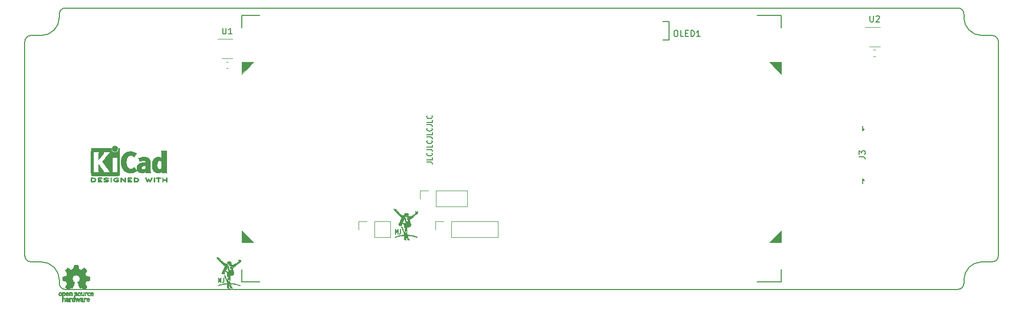
<source format=gbr>
%TF.GenerationSoftware,KiCad,Pcbnew,5.1.9-73d0e3b20d~88~ubuntu18.04.1*%
%TF.CreationDate,2020-12-31T14:23:56+01:00*%
%TF.ProjectId,ss_frontpanel_inner_plate,73735f66-726f-46e7-9470-616e656c5f69,rev?*%
%TF.SameCoordinates,Original*%
%TF.FileFunction,Legend,Top*%
%TF.FilePolarity,Positive*%
%FSLAX46Y46*%
G04 Gerber Fmt 4.6, Leading zero omitted, Abs format (unit mm)*
G04 Created by KiCad (PCBNEW 5.1.9-73d0e3b20d~88~ubuntu18.04.1) date 2020-12-31 14:23:56*
%MOMM*%
%LPD*%
G01*
G04 APERTURE LIST*
%ADD10C,0.150000*%
%ADD11C,0.100000*%
%ADD12C,0.200000*%
%ADD13C,0.010000*%
%ADD14C,0.120000*%
G04 APERTURE END LIST*
D10*
X101571428Y-96611904D02*
X101571428Y-95811904D01*
X101771428Y-96383333D01*
X101971428Y-95811904D01*
X101971428Y-96611904D01*
X102428571Y-95811904D02*
X102428571Y-96383333D01*
X102400000Y-96497619D01*
X102342857Y-96573809D01*
X102257142Y-96611904D01*
X102200000Y-96611904D01*
X136007142Y-76695238D02*
X136650000Y-76695238D01*
X136778571Y-76733333D01*
X136864285Y-76809523D01*
X136907142Y-76923809D01*
X136907142Y-77000000D01*
X136907142Y-75933333D02*
X136907142Y-76314285D01*
X136007142Y-76314285D01*
X136821428Y-75209523D02*
X136864285Y-75247619D01*
X136907142Y-75361904D01*
X136907142Y-75438095D01*
X136864285Y-75552380D01*
X136778571Y-75628571D01*
X136692857Y-75666666D01*
X136521428Y-75704761D01*
X136392857Y-75704761D01*
X136221428Y-75666666D01*
X136135714Y-75628571D01*
X136050000Y-75552380D01*
X136007142Y-75438095D01*
X136007142Y-75361904D01*
X136050000Y-75247619D01*
X136092857Y-75209523D01*
X136007142Y-74638095D02*
X136650000Y-74638095D01*
X136778571Y-74676190D01*
X136864285Y-74752380D01*
X136907142Y-74866666D01*
X136907142Y-74942857D01*
X136907142Y-73876190D02*
X136907142Y-74257142D01*
X136007142Y-74257142D01*
X136821428Y-73152380D02*
X136864285Y-73190476D01*
X136907142Y-73304761D01*
X136907142Y-73380952D01*
X136864285Y-73495238D01*
X136778571Y-73571428D01*
X136692857Y-73609523D01*
X136521428Y-73647619D01*
X136392857Y-73647619D01*
X136221428Y-73609523D01*
X136135714Y-73571428D01*
X136050000Y-73495238D01*
X136007142Y-73380952D01*
X136007142Y-73304761D01*
X136050000Y-73190476D01*
X136092857Y-73152380D01*
X136007142Y-72580952D02*
X136650000Y-72580952D01*
X136778571Y-72619047D01*
X136864285Y-72695238D01*
X136907142Y-72809523D01*
X136907142Y-72885714D01*
X136907142Y-71819047D02*
X136907142Y-72200000D01*
X136007142Y-72200000D01*
X136821428Y-71095238D02*
X136864285Y-71133333D01*
X136907142Y-71247619D01*
X136907142Y-71323809D01*
X136864285Y-71438095D01*
X136778571Y-71514285D01*
X136692857Y-71552380D01*
X136521428Y-71590476D01*
X136392857Y-71590476D01*
X136221428Y-71552380D01*
X136135714Y-71514285D01*
X136050000Y-71438095D01*
X136007142Y-71323809D01*
X136007142Y-71247619D01*
X136050000Y-71133333D01*
X136092857Y-71095238D01*
X136007142Y-70523809D02*
X136650000Y-70523809D01*
X136778571Y-70561904D01*
X136864285Y-70638095D01*
X136907142Y-70752380D01*
X136907142Y-70828571D01*
X136907142Y-69761904D02*
X136907142Y-70142857D01*
X136007142Y-70142857D01*
X136821428Y-69038095D02*
X136864285Y-69076190D01*
X136907142Y-69190476D01*
X136907142Y-69266666D01*
X136864285Y-69380952D01*
X136778571Y-69457142D01*
X136692857Y-69495238D01*
X136521428Y-69533333D01*
X136392857Y-69533333D01*
X136221428Y-69495238D01*
X136135714Y-69457142D01*
X136050000Y-69380952D01*
X136007142Y-69266666D01*
X136007142Y-69190476D01*
X136050000Y-69076190D01*
X136092857Y-69038095D01*
X130821428Y-88611904D02*
X130821428Y-87811904D01*
X131021428Y-88383333D01*
X131221428Y-87811904D01*
X131221428Y-88611904D01*
X131678571Y-87811904D02*
X131678571Y-88383333D01*
X131650000Y-88497619D01*
X131592857Y-88573809D01*
X131507142Y-88611904D01*
X131450000Y-88611904D01*
X75250000Y-52800000D02*
G75*
G02*
X72250000Y-55800000I-3000000J0D01*
G01*
X152750000Y-97750000D02*
X223750000Y-97750000D01*
X69550000Y-56800000D02*
G75*
G02*
X70550000Y-55800000I1000000J0D01*
G01*
X76250000Y-97750001D02*
X147250000Y-97750000D01*
X224750000Y-52800000D02*
X224750000Y-52250000D01*
X229450000Y-55800000D02*
X227750000Y-55800000D01*
X147250001Y-51250001D02*
X76250000Y-51250000D01*
X227750000Y-93200000D02*
X229450000Y-93200000D01*
X76250000Y-97750001D02*
G75*
G02*
X75250000Y-96750001I0J1000000D01*
G01*
X75250000Y-52250000D02*
G75*
G02*
X76250000Y-51250000I1000000J0D01*
G01*
X223750000Y-51250000D02*
X152750000Y-51250001D01*
X69550000Y-56800000D02*
X69550000Y-92200000D01*
X224750000Y-96200000D02*
G75*
G02*
X227750000Y-93200000I3000000J0D01*
G01*
X227750000Y-55800000D02*
G75*
G02*
X224750000Y-52800000I0J3000000D01*
G01*
X70550000Y-93200000D02*
G75*
G02*
X69550000Y-92200000I0J1000000D01*
G01*
X75250000Y-96200001D02*
X75250000Y-96750001D01*
X230450000Y-92200000D02*
X230450000Y-56800000D01*
X224750000Y-96750000D02*
X224750000Y-96200001D01*
X230450000Y-92200000D02*
G75*
G02*
X229450000Y-93200000I-1000000J0D01*
G01*
X152750000Y-51250001D02*
X147250001Y-51250001D01*
X223750000Y-51250000D02*
G75*
G02*
X224750000Y-52250000I0J-1000000D01*
G01*
X75250000Y-52250000D02*
X75250000Y-52800000D01*
X224750000Y-96750000D02*
G75*
G02*
X223750000Y-97750000I-1000000J0D01*
G01*
X72250000Y-55800000D02*
X70550000Y-55800000D01*
X72250000Y-93200001D02*
G75*
G02*
X75250000Y-96200001I0J-3000000D01*
G01*
X70550000Y-93200000D02*
X72250000Y-93200000D01*
X229450000Y-55800000D02*
G75*
G02*
X230450000Y-56800000I0J-1000000D01*
G01*
X147250000Y-97750000D02*
X152750000Y-97750000D01*
D11*
%TO.C,OLED1*%
G36*
X194600000Y-88000000D02*
G01*
X194600000Y-90000000D01*
X192600000Y-90000000D01*
X194600000Y-88000000D01*
G37*
X194600000Y-88000000D02*
X194600000Y-90000000D01*
X192600000Y-90000000D01*
X194600000Y-88000000D01*
G36*
X192600000Y-60200000D02*
G01*
X194600000Y-60200000D01*
X194600000Y-62200000D01*
X192600000Y-60200000D01*
G37*
X192600000Y-60200000D02*
X194600000Y-60200000D01*
X194600000Y-62200000D01*
X192600000Y-60200000D01*
G36*
X105400000Y-62200000D02*
G01*
X105400000Y-60200000D01*
X107400000Y-60200000D01*
X105400000Y-62200000D01*
G37*
X105400000Y-62200000D02*
X105400000Y-60200000D01*
X107400000Y-60200000D01*
X105400000Y-62200000D01*
G36*
X107400000Y-90000000D02*
G01*
X105400000Y-90000000D01*
X105400000Y-88000000D01*
X107400000Y-90000000D01*
G37*
X107400000Y-90000000D02*
X105400000Y-90000000D01*
X105400000Y-88000000D01*
X107400000Y-90000000D01*
D12*
X176000000Y-56500000D02*
X175000000Y-56500000D01*
X176000000Y-53500000D02*
X176000000Y-56500000D01*
X175000000Y-53500000D02*
X176000000Y-53500000D01*
X194600000Y-52500000D02*
X194600000Y-54500000D01*
X190600000Y-52500000D02*
X194600000Y-52500000D01*
X194600000Y-96500000D02*
X190600000Y-96500000D01*
X194600000Y-94500000D02*
X194600000Y-96500000D01*
X105400000Y-96500000D02*
X108400000Y-96500000D01*
X105400000Y-94500000D02*
X105400000Y-96500000D01*
X105400000Y-52500000D02*
X108400000Y-52500000D01*
X105400000Y-54500000D02*
X105400000Y-52500000D01*
D13*
%TO.C,Logo_OSHW1*%
G36*
X76091241Y-98219184D02*
G01*
X76117753Y-98232282D01*
X76150447Y-98255106D01*
X76174275Y-98279996D01*
X76190594Y-98311249D01*
X76200760Y-98353166D01*
X76206128Y-98410044D01*
X76208056Y-98486184D01*
X76208169Y-98518917D01*
X76207839Y-98590656D01*
X76206473Y-98641927D01*
X76203500Y-98677404D01*
X76198351Y-98701763D01*
X76190457Y-98719680D01*
X76182243Y-98731902D01*
X76129813Y-98783905D01*
X76068070Y-98815184D01*
X76001464Y-98824592D01*
X75934442Y-98810980D01*
X75913208Y-98801354D01*
X75862376Y-98774859D01*
X75862376Y-99190052D01*
X75899475Y-99170868D01*
X75948357Y-99156025D01*
X76008439Y-99152222D01*
X76068436Y-99159243D01*
X76113744Y-99175013D01*
X76151325Y-99205047D01*
X76183436Y-99248024D01*
X76185850Y-99252436D01*
X76196033Y-99273221D01*
X76203470Y-99294170D01*
X76208589Y-99319548D01*
X76211819Y-99353618D01*
X76213587Y-99400641D01*
X76214323Y-99464882D01*
X76214456Y-99537176D01*
X76214456Y-99767822D01*
X76076139Y-99767822D01*
X76076139Y-99342533D01*
X76037451Y-99309979D01*
X75997262Y-99283940D01*
X75959203Y-99279205D01*
X75920934Y-99291389D01*
X75900538Y-99303320D01*
X75885358Y-99320313D01*
X75874562Y-99345995D01*
X75867317Y-99383991D01*
X75862792Y-99437926D01*
X75860156Y-99511425D01*
X75859228Y-99560347D01*
X75856089Y-99761535D01*
X75790074Y-99765336D01*
X75724060Y-99769136D01*
X75724060Y-98520650D01*
X75862376Y-98520650D01*
X75865903Y-98590254D01*
X75877785Y-98638569D01*
X75899980Y-98668631D01*
X75934441Y-98683471D01*
X75969258Y-98686436D01*
X76008671Y-98683028D01*
X76034829Y-98669617D01*
X76051186Y-98651896D01*
X76064063Y-98632835D01*
X76071728Y-98611601D01*
X76075139Y-98581849D01*
X76075251Y-98537236D01*
X76074103Y-98499880D01*
X76071468Y-98443604D01*
X76067544Y-98406658D01*
X76060937Y-98383223D01*
X76050251Y-98367480D01*
X76040167Y-98358380D01*
X75998030Y-98338537D01*
X75948160Y-98335332D01*
X75919524Y-98342168D01*
X75891172Y-98366464D01*
X75872391Y-98413728D01*
X75863288Y-98483624D01*
X75862376Y-98520650D01*
X75724060Y-98520650D01*
X75724060Y-98208614D01*
X75793218Y-98208614D01*
X75834740Y-98210256D01*
X75856162Y-98216087D01*
X75862374Y-98227461D01*
X75862376Y-98227798D01*
X75865258Y-98238938D01*
X75877970Y-98237673D01*
X75903243Y-98225433D01*
X75962131Y-98206707D01*
X76028385Y-98204739D01*
X76091241Y-98219184D01*
G37*
X76091241Y-98219184D02*
X76117753Y-98232282D01*
X76150447Y-98255106D01*
X76174275Y-98279996D01*
X76190594Y-98311249D01*
X76200760Y-98353166D01*
X76206128Y-98410044D01*
X76208056Y-98486184D01*
X76208169Y-98518917D01*
X76207839Y-98590656D01*
X76206473Y-98641927D01*
X76203500Y-98677404D01*
X76198351Y-98701763D01*
X76190457Y-98719680D01*
X76182243Y-98731902D01*
X76129813Y-98783905D01*
X76068070Y-98815184D01*
X76001464Y-98824592D01*
X75934442Y-98810980D01*
X75913208Y-98801354D01*
X75862376Y-98774859D01*
X75862376Y-99190052D01*
X75899475Y-99170868D01*
X75948357Y-99156025D01*
X76008439Y-99152222D01*
X76068436Y-99159243D01*
X76113744Y-99175013D01*
X76151325Y-99205047D01*
X76183436Y-99248024D01*
X76185850Y-99252436D01*
X76196033Y-99273221D01*
X76203470Y-99294170D01*
X76208589Y-99319548D01*
X76211819Y-99353618D01*
X76213587Y-99400641D01*
X76214323Y-99464882D01*
X76214456Y-99537176D01*
X76214456Y-99767822D01*
X76076139Y-99767822D01*
X76076139Y-99342533D01*
X76037451Y-99309979D01*
X75997262Y-99283940D01*
X75959203Y-99279205D01*
X75920934Y-99291389D01*
X75900538Y-99303320D01*
X75885358Y-99320313D01*
X75874562Y-99345995D01*
X75867317Y-99383991D01*
X75862792Y-99437926D01*
X75860156Y-99511425D01*
X75859228Y-99560347D01*
X75856089Y-99761535D01*
X75790074Y-99765336D01*
X75724060Y-99769136D01*
X75724060Y-98520650D01*
X75862376Y-98520650D01*
X75865903Y-98590254D01*
X75877785Y-98638569D01*
X75899980Y-98668631D01*
X75934441Y-98683471D01*
X75969258Y-98686436D01*
X76008671Y-98683028D01*
X76034829Y-98669617D01*
X76051186Y-98651896D01*
X76064063Y-98632835D01*
X76071728Y-98611601D01*
X76075139Y-98581849D01*
X76075251Y-98537236D01*
X76074103Y-98499880D01*
X76071468Y-98443604D01*
X76067544Y-98406658D01*
X76060937Y-98383223D01*
X76050251Y-98367480D01*
X76040167Y-98358380D01*
X75998030Y-98338537D01*
X75948160Y-98335332D01*
X75919524Y-98342168D01*
X75891172Y-98366464D01*
X75872391Y-98413728D01*
X75863288Y-98483624D01*
X75862376Y-98520650D01*
X75724060Y-98520650D01*
X75724060Y-98208614D01*
X75793218Y-98208614D01*
X75834740Y-98210256D01*
X75856162Y-98216087D01*
X75862374Y-98227461D01*
X75862376Y-98227798D01*
X75865258Y-98238938D01*
X75877970Y-98237673D01*
X75903243Y-98225433D01*
X75962131Y-98206707D01*
X76028385Y-98204739D01*
X76091241Y-98219184D01*
G36*
X76615790Y-99156555D02*
G01*
X76674945Y-99172339D01*
X76719977Y-99200948D01*
X76751754Y-99238419D01*
X76761634Y-99254411D01*
X76768927Y-99271163D01*
X76774026Y-99292592D01*
X76777321Y-99322616D01*
X76779203Y-99365154D01*
X76780063Y-99424122D01*
X76780293Y-99503440D01*
X76780297Y-99524484D01*
X76780297Y-99767822D01*
X76719941Y-99767822D01*
X76681443Y-99765126D01*
X76652977Y-99758295D01*
X76645845Y-99754083D01*
X76626348Y-99746813D01*
X76606434Y-99754083D01*
X76573647Y-99763160D01*
X76526022Y-99766813D01*
X76473236Y-99765228D01*
X76424964Y-99758589D01*
X76396782Y-99750072D01*
X76342247Y-99715063D01*
X76308165Y-99666479D01*
X76292843Y-99601882D01*
X76292701Y-99600223D01*
X76294045Y-99571566D01*
X76415644Y-99571566D01*
X76426274Y-99604161D01*
X76443590Y-99622505D01*
X76478348Y-99636379D01*
X76524227Y-99641917D01*
X76571012Y-99639191D01*
X76608486Y-99628274D01*
X76618985Y-99621269D01*
X76637332Y-99588904D01*
X76641980Y-99552111D01*
X76641980Y-99503763D01*
X76572418Y-99503763D01*
X76506333Y-99508850D01*
X76456236Y-99523263D01*
X76425071Y-99545729D01*
X76415644Y-99571566D01*
X76294045Y-99571566D01*
X76296013Y-99529647D01*
X76319290Y-99473845D01*
X76363052Y-99431647D01*
X76369101Y-99427808D01*
X76395093Y-99415309D01*
X76427265Y-99407740D01*
X76472240Y-99404061D01*
X76525669Y-99403216D01*
X76641980Y-99403169D01*
X76641980Y-99354411D01*
X76637047Y-99316581D01*
X76624457Y-99291236D01*
X76622983Y-99289887D01*
X76594966Y-99278800D01*
X76552674Y-99274503D01*
X76505936Y-99276615D01*
X76464582Y-99284756D01*
X76440043Y-99296965D01*
X76426747Y-99306746D01*
X76412706Y-99308613D01*
X76393329Y-99300600D01*
X76364024Y-99280739D01*
X76320197Y-99247063D01*
X76316175Y-99243909D01*
X76318236Y-99232236D01*
X76335432Y-99212822D01*
X76361567Y-99191248D01*
X76390448Y-99173096D01*
X76399522Y-99168809D01*
X76432620Y-99160256D01*
X76481120Y-99154155D01*
X76535305Y-99151708D01*
X76537839Y-99151703D01*
X76615790Y-99156555D01*
G37*
X76615790Y-99156555D02*
X76674945Y-99172339D01*
X76719977Y-99200948D01*
X76751754Y-99238419D01*
X76761634Y-99254411D01*
X76768927Y-99271163D01*
X76774026Y-99292592D01*
X76777321Y-99322616D01*
X76779203Y-99365154D01*
X76780063Y-99424122D01*
X76780293Y-99503440D01*
X76780297Y-99524484D01*
X76780297Y-99767822D01*
X76719941Y-99767822D01*
X76681443Y-99765126D01*
X76652977Y-99758295D01*
X76645845Y-99754083D01*
X76626348Y-99746813D01*
X76606434Y-99754083D01*
X76573647Y-99763160D01*
X76526022Y-99766813D01*
X76473236Y-99765228D01*
X76424964Y-99758589D01*
X76396782Y-99750072D01*
X76342247Y-99715063D01*
X76308165Y-99666479D01*
X76292843Y-99601882D01*
X76292701Y-99600223D01*
X76294045Y-99571566D01*
X76415644Y-99571566D01*
X76426274Y-99604161D01*
X76443590Y-99622505D01*
X76478348Y-99636379D01*
X76524227Y-99641917D01*
X76571012Y-99639191D01*
X76608486Y-99628274D01*
X76618985Y-99621269D01*
X76637332Y-99588904D01*
X76641980Y-99552111D01*
X76641980Y-99503763D01*
X76572418Y-99503763D01*
X76506333Y-99508850D01*
X76456236Y-99523263D01*
X76425071Y-99545729D01*
X76415644Y-99571566D01*
X76294045Y-99571566D01*
X76296013Y-99529647D01*
X76319290Y-99473845D01*
X76363052Y-99431647D01*
X76369101Y-99427808D01*
X76395093Y-99415309D01*
X76427265Y-99407740D01*
X76472240Y-99404061D01*
X76525669Y-99403216D01*
X76641980Y-99403169D01*
X76641980Y-99354411D01*
X76637047Y-99316581D01*
X76624457Y-99291236D01*
X76622983Y-99289887D01*
X76594966Y-99278800D01*
X76552674Y-99274503D01*
X76505936Y-99276615D01*
X76464582Y-99284756D01*
X76440043Y-99296965D01*
X76426747Y-99306746D01*
X76412706Y-99308613D01*
X76393329Y-99300600D01*
X76364024Y-99280739D01*
X76320197Y-99247063D01*
X76316175Y-99243909D01*
X76318236Y-99232236D01*
X76335432Y-99212822D01*
X76361567Y-99191248D01*
X76390448Y-99173096D01*
X76399522Y-99168809D01*
X76432620Y-99160256D01*
X76481120Y-99154155D01*
X76535305Y-99151708D01*
X76537839Y-99151703D01*
X76615790Y-99156555D01*
G36*
X77006644Y-99153020D02*
G01*
X77025461Y-99158660D01*
X77031527Y-99171053D01*
X77031782Y-99176647D01*
X77032871Y-99192230D01*
X77040368Y-99194676D01*
X77060619Y-99183993D01*
X77072649Y-99176694D01*
X77110600Y-99161063D01*
X77155928Y-99153334D01*
X77203456Y-99152740D01*
X77248005Y-99158513D01*
X77284398Y-99169884D01*
X77307457Y-99186088D01*
X77312004Y-99206355D01*
X77309709Y-99211843D01*
X77292980Y-99234626D01*
X77267037Y-99262647D01*
X77262345Y-99267177D01*
X77237617Y-99288005D01*
X77216282Y-99294735D01*
X77186445Y-99290038D01*
X77174492Y-99286917D01*
X77137295Y-99279421D01*
X77111141Y-99282792D01*
X77089054Y-99294681D01*
X77068822Y-99310635D01*
X77053921Y-99330700D01*
X77043566Y-99358702D01*
X77036971Y-99398467D01*
X77033351Y-99453823D01*
X77031922Y-99528594D01*
X77031782Y-99573740D01*
X77031782Y-99767822D01*
X76906040Y-99767822D01*
X76906040Y-99151683D01*
X76968911Y-99151683D01*
X77006644Y-99153020D01*
G37*
X77006644Y-99153020D02*
X77025461Y-99158660D01*
X77031527Y-99171053D01*
X77031782Y-99176647D01*
X77032871Y-99192230D01*
X77040368Y-99194676D01*
X77060619Y-99183993D01*
X77072649Y-99176694D01*
X77110600Y-99161063D01*
X77155928Y-99153334D01*
X77203456Y-99152740D01*
X77248005Y-99158513D01*
X77284398Y-99169884D01*
X77307457Y-99186088D01*
X77312004Y-99206355D01*
X77309709Y-99211843D01*
X77292980Y-99234626D01*
X77267037Y-99262647D01*
X77262345Y-99267177D01*
X77237617Y-99288005D01*
X77216282Y-99294735D01*
X77186445Y-99290038D01*
X77174492Y-99286917D01*
X77137295Y-99279421D01*
X77111141Y-99282792D01*
X77089054Y-99294681D01*
X77068822Y-99310635D01*
X77053921Y-99330700D01*
X77043566Y-99358702D01*
X77036971Y-99398467D01*
X77033351Y-99453823D01*
X77031922Y-99528594D01*
X77031782Y-99573740D01*
X77031782Y-99767822D01*
X76906040Y-99767822D01*
X76906040Y-99151683D01*
X76968911Y-99151683D01*
X77006644Y-99153020D01*
G36*
X77798812Y-99767822D02*
G01*
X77729654Y-99767822D01*
X77689512Y-99766645D01*
X77668606Y-99761772D01*
X77661078Y-99751186D01*
X77660495Y-99744029D01*
X77659226Y-99729676D01*
X77651221Y-99726923D01*
X77630185Y-99735771D01*
X77613827Y-99744029D01*
X77551023Y-99763597D01*
X77482752Y-99764729D01*
X77427248Y-99750135D01*
X77375562Y-99714877D01*
X77336162Y-99662835D01*
X77314587Y-99601450D01*
X77314038Y-99598018D01*
X77310833Y-99560571D01*
X77309239Y-99506813D01*
X77309367Y-99466155D01*
X77446721Y-99466155D01*
X77449903Y-99520194D01*
X77457141Y-99564735D01*
X77466940Y-99589888D01*
X77504011Y-99624260D01*
X77548026Y-99636582D01*
X77593416Y-99626618D01*
X77632203Y-99596895D01*
X77646892Y-99576905D01*
X77655481Y-99553050D01*
X77659504Y-99518230D01*
X77660495Y-99465930D01*
X77658722Y-99414139D01*
X77654037Y-99368634D01*
X77647397Y-99338181D01*
X77646290Y-99335452D01*
X77619509Y-99303000D01*
X77580421Y-99285183D01*
X77536685Y-99282306D01*
X77495962Y-99294674D01*
X77465913Y-99322593D01*
X77462796Y-99328148D01*
X77453039Y-99362022D01*
X77447723Y-99410728D01*
X77446721Y-99466155D01*
X77309367Y-99466155D01*
X77309432Y-99445540D01*
X77310336Y-99412563D01*
X77316486Y-99330981D01*
X77329267Y-99269730D01*
X77350529Y-99224449D01*
X77382122Y-99190779D01*
X77412793Y-99171014D01*
X77455646Y-99157120D01*
X77508944Y-99152354D01*
X77563520Y-99156236D01*
X77610208Y-99168282D01*
X77634876Y-99182693D01*
X77660495Y-99205878D01*
X77660495Y-98912773D01*
X77798812Y-98912773D01*
X77798812Y-99767822D01*
G37*
X77798812Y-99767822D02*
X77729654Y-99767822D01*
X77689512Y-99766645D01*
X77668606Y-99761772D01*
X77661078Y-99751186D01*
X77660495Y-99744029D01*
X77659226Y-99729676D01*
X77651221Y-99726923D01*
X77630185Y-99735771D01*
X77613827Y-99744029D01*
X77551023Y-99763597D01*
X77482752Y-99764729D01*
X77427248Y-99750135D01*
X77375562Y-99714877D01*
X77336162Y-99662835D01*
X77314587Y-99601450D01*
X77314038Y-99598018D01*
X77310833Y-99560571D01*
X77309239Y-99506813D01*
X77309367Y-99466155D01*
X77446721Y-99466155D01*
X77449903Y-99520194D01*
X77457141Y-99564735D01*
X77466940Y-99589888D01*
X77504011Y-99624260D01*
X77548026Y-99636582D01*
X77593416Y-99626618D01*
X77632203Y-99596895D01*
X77646892Y-99576905D01*
X77655481Y-99553050D01*
X77659504Y-99518230D01*
X77660495Y-99465930D01*
X77658722Y-99414139D01*
X77654037Y-99368634D01*
X77647397Y-99338181D01*
X77646290Y-99335452D01*
X77619509Y-99303000D01*
X77580421Y-99285183D01*
X77536685Y-99282306D01*
X77495962Y-99294674D01*
X77465913Y-99322593D01*
X77462796Y-99328148D01*
X77453039Y-99362022D01*
X77447723Y-99410728D01*
X77446721Y-99466155D01*
X77309367Y-99466155D01*
X77309432Y-99445540D01*
X77310336Y-99412563D01*
X77316486Y-99330981D01*
X77329267Y-99269730D01*
X77350529Y-99224449D01*
X77382122Y-99190779D01*
X77412793Y-99171014D01*
X77455646Y-99157120D01*
X77508944Y-99152354D01*
X77563520Y-99156236D01*
X77610208Y-99168282D01*
X77634876Y-99182693D01*
X77660495Y-99205878D01*
X77660495Y-98912773D01*
X77798812Y-98912773D01*
X77798812Y-99767822D01*
G36*
X78281524Y-99154237D02*
G01*
X78331255Y-99157971D01*
X78461291Y-99547773D01*
X78481678Y-99478614D01*
X78493946Y-99435874D01*
X78510085Y-99378115D01*
X78527512Y-99314625D01*
X78536726Y-99280570D01*
X78571388Y-99151683D01*
X78714391Y-99151683D01*
X78671646Y-99286857D01*
X78650596Y-99353342D01*
X78625167Y-99433539D01*
X78598610Y-99517193D01*
X78574902Y-99591782D01*
X78520902Y-99761535D01*
X78462598Y-99765328D01*
X78404295Y-99769122D01*
X78372679Y-99664734D01*
X78353182Y-99599889D01*
X78331904Y-99528400D01*
X78313308Y-99465263D01*
X78312574Y-99462750D01*
X78298684Y-99419969D01*
X78286429Y-99390779D01*
X78277846Y-99379741D01*
X78276082Y-99381018D01*
X78269891Y-99398130D01*
X78258128Y-99434787D01*
X78242225Y-99486378D01*
X78223614Y-99548294D01*
X78213543Y-99582352D01*
X78159007Y-99767822D01*
X78043264Y-99767822D01*
X77950737Y-99475471D01*
X77924744Y-99393462D01*
X77901066Y-99318987D01*
X77880820Y-99255544D01*
X77865126Y-99206632D01*
X77855102Y-99175749D01*
X77852055Y-99166726D01*
X77854467Y-99157487D01*
X77873408Y-99153441D01*
X77912823Y-99153846D01*
X77918993Y-99154152D01*
X77992086Y-99157971D01*
X78039957Y-99334010D01*
X78057553Y-99398211D01*
X78073277Y-99454649D01*
X78085746Y-99498422D01*
X78093574Y-99524630D01*
X78095020Y-99528903D01*
X78101014Y-99523990D01*
X78113101Y-99498532D01*
X78129893Y-99455997D01*
X78150003Y-99399850D01*
X78167003Y-99349130D01*
X78231794Y-99150504D01*
X78281524Y-99154237D01*
G37*
X78281524Y-99154237D02*
X78331255Y-99157971D01*
X78461291Y-99547773D01*
X78481678Y-99478614D01*
X78493946Y-99435874D01*
X78510085Y-99378115D01*
X78527512Y-99314625D01*
X78536726Y-99280570D01*
X78571388Y-99151683D01*
X78714391Y-99151683D01*
X78671646Y-99286857D01*
X78650596Y-99353342D01*
X78625167Y-99433539D01*
X78598610Y-99517193D01*
X78574902Y-99591782D01*
X78520902Y-99761535D01*
X78462598Y-99765328D01*
X78404295Y-99769122D01*
X78372679Y-99664734D01*
X78353182Y-99599889D01*
X78331904Y-99528400D01*
X78313308Y-99465263D01*
X78312574Y-99462750D01*
X78298684Y-99419969D01*
X78286429Y-99390779D01*
X78277846Y-99379741D01*
X78276082Y-99381018D01*
X78269891Y-99398130D01*
X78258128Y-99434787D01*
X78242225Y-99486378D01*
X78223614Y-99548294D01*
X78213543Y-99582352D01*
X78159007Y-99767822D01*
X78043264Y-99767822D01*
X77950737Y-99475471D01*
X77924744Y-99393462D01*
X77901066Y-99318987D01*
X77880820Y-99255544D01*
X77865126Y-99206632D01*
X77855102Y-99175749D01*
X77852055Y-99166726D01*
X77854467Y-99157487D01*
X77873408Y-99153441D01*
X77912823Y-99153846D01*
X77918993Y-99154152D01*
X77992086Y-99157971D01*
X78039957Y-99334010D01*
X78057553Y-99398211D01*
X78073277Y-99454649D01*
X78085746Y-99498422D01*
X78093574Y-99524630D01*
X78095020Y-99528903D01*
X78101014Y-99523990D01*
X78113101Y-99498532D01*
X78129893Y-99455997D01*
X78150003Y-99399850D01*
X78167003Y-99349130D01*
X78231794Y-99150504D01*
X78281524Y-99154237D01*
G36*
X79038411Y-99155417D02*
G01*
X79091411Y-99168290D01*
X79106731Y-99175110D01*
X79136428Y-99192974D01*
X79159220Y-99213093D01*
X79176083Y-99238962D01*
X79187998Y-99274073D01*
X79195942Y-99321920D01*
X79200894Y-99385996D01*
X79203831Y-99469794D01*
X79204947Y-99525768D01*
X79209052Y-99767822D01*
X79138932Y-99767822D01*
X79096393Y-99766038D01*
X79074476Y-99759942D01*
X79068812Y-99749706D01*
X79065821Y-99738637D01*
X79052451Y-99740754D01*
X79034233Y-99749629D01*
X78988624Y-99763233D01*
X78930007Y-99766899D01*
X78868354Y-99760903D01*
X78813638Y-99745521D01*
X78808730Y-99743386D01*
X78758723Y-99708255D01*
X78725756Y-99659419D01*
X78710587Y-99602333D01*
X78711746Y-99581824D01*
X78835508Y-99581824D01*
X78846413Y-99609425D01*
X78878745Y-99629204D01*
X78930910Y-99639819D01*
X78958787Y-99641228D01*
X79005247Y-99637620D01*
X79036129Y-99623597D01*
X79043664Y-99616931D01*
X79064076Y-99580666D01*
X79068812Y-99547773D01*
X79068812Y-99503763D01*
X79007513Y-99503763D01*
X78936256Y-99507395D01*
X78886276Y-99518818D01*
X78854696Y-99538824D01*
X78847626Y-99547743D01*
X78835508Y-99581824D01*
X78711746Y-99581824D01*
X78713971Y-99542456D01*
X78736663Y-99485244D01*
X78767624Y-99446580D01*
X78786376Y-99429864D01*
X78804733Y-99418878D01*
X78828619Y-99412180D01*
X78863957Y-99408326D01*
X78916669Y-99405873D01*
X78937577Y-99405168D01*
X79068812Y-99400879D01*
X79068620Y-99361158D01*
X79063537Y-99319405D01*
X79045162Y-99294158D01*
X79008039Y-99278030D01*
X79007043Y-99277742D01*
X78954410Y-99271400D01*
X78902906Y-99279684D01*
X78864630Y-99299827D01*
X78849272Y-99309773D01*
X78832730Y-99308397D01*
X78807275Y-99293987D01*
X78792328Y-99283817D01*
X78763091Y-99262088D01*
X78744980Y-99245800D01*
X78742074Y-99241137D01*
X78754040Y-99217005D01*
X78789396Y-99188185D01*
X78804753Y-99178461D01*
X78848901Y-99161714D01*
X78908398Y-99152227D01*
X78974487Y-99150095D01*
X79038411Y-99155417D01*
G37*
X79038411Y-99155417D02*
X79091411Y-99168290D01*
X79106731Y-99175110D01*
X79136428Y-99192974D01*
X79159220Y-99213093D01*
X79176083Y-99238962D01*
X79187998Y-99274073D01*
X79195942Y-99321920D01*
X79200894Y-99385996D01*
X79203831Y-99469794D01*
X79204947Y-99525768D01*
X79209052Y-99767822D01*
X79138932Y-99767822D01*
X79096393Y-99766038D01*
X79074476Y-99759942D01*
X79068812Y-99749706D01*
X79065821Y-99738637D01*
X79052451Y-99740754D01*
X79034233Y-99749629D01*
X78988624Y-99763233D01*
X78930007Y-99766899D01*
X78868354Y-99760903D01*
X78813638Y-99745521D01*
X78808730Y-99743386D01*
X78758723Y-99708255D01*
X78725756Y-99659419D01*
X78710587Y-99602333D01*
X78711746Y-99581824D01*
X78835508Y-99581824D01*
X78846413Y-99609425D01*
X78878745Y-99629204D01*
X78930910Y-99639819D01*
X78958787Y-99641228D01*
X79005247Y-99637620D01*
X79036129Y-99623597D01*
X79043664Y-99616931D01*
X79064076Y-99580666D01*
X79068812Y-99547773D01*
X79068812Y-99503763D01*
X79007513Y-99503763D01*
X78936256Y-99507395D01*
X78886276Y-99518818D01*
X78854696Y-99538824D01*
X78847626Y-99547743D01*
X78835508Y-99581824D01*
X78711746Y-99581824D01*
X78713971Y-99542456D01*
X78736663Y-99485244D01*
X78767624Y-99446580D01*
X78786376Y-99429864D01*
X78804733Y-99418878D01*
X78828619Y-99412180D01*
X78863957Y-99408326D01*
X78916669Y-99405873D01*
X78937577Y-99405168D01*
X79068812Y-99400879D01*
X79068620Y-99361158D01*
X79063537Y-99319405D01*
X79045162Y-99294158D01*
X79008039Y-99278030D01*
X79007043Y-99277742D01*
X78954410Y-99271400D01*
X78902906Y-99279684D01*
X78864630Y-99299827D01*
X78849272Y-99309773D01*
X78832730Y-99308397D01*
X78807275Y-99293987D01*
X78792328Y-99283817D01*
X78763091Y-99262088D01*
X78744980Y-99245800D01*
X78742074Y-99241137D01*
X78754040Y-99217005D01*
X78789396Y-99188185D01*
X78804753Y-99178461D01*
X78848901Y-99161714D01*
X78908398Y-99152227D01*
X78974487Y-99150095D01*
X79038411Y-99155417D01*
G36*
X79635255Y-99151486D02*
G01*
X79683595Y-99161015D01*
X79711114Y-99175125D01*
X79740064Y-99198568D01*
X79698876Y-99250571D01*
X79673482Y-99282064D01*
X79656238Y-99297428D01*
X79639102Y-99299776D01*
X79614027Y-99292217D01*
X79602257Y-99287941D01*
X79554270Y-99281631D01*
X79510324Y-99295156D01*
X79478060Y-99325710D01*
X79472819Y-99335452D01*
X79467112Y-99361258D01*
X79462706Y-99408817D01*
X79459811Y-99474758D01*
X79458631Y-99555710D01*
X79458614Y-99567226D01*
X79458614Y-99767822D01*
X79320297Y-99767822D01*
X79320297Y-99151683D01*
X79389456Y-99151683D01*
X79429333Y-99152725D01*
X79450107Y-99157358D01*
X79457789Y-99167849D01*
X79458614Y-99177745D01*
X79458614Y-99203806D01*
X79491745Y-99177745D01*
X79529735Y-99159965D01*
X79580770Y-99151174D01*
X79635255Y-99151486D01*
G37*
X79635255Y-99151486D02*
X79683595Y-99161015D01*
X79711114Y-99175125D01*
X79740064Y-99198568D01*
X79698876Y-99250571D01*
X79673482Y-99282064D01*
X79656238Y-99297428D01*
X79639102Y-99299776D01*
X79614027Y-99292217D01*
X79602257Y-99287941D01*
X79554270Y-99281631D01*
X79510324Y-99295156D01*
X79478060Y-99325710D01*
X79472819Y-99335452D01*
X79467112Y-99361258D01*
X79462706Y-99408817D01*
X79459811Y-99474758D01*
X79458631Y-99555710D01*
X79458614Y-99567226D01*
X79458614Y-99767822D01*
X79320297Y-99767822D01*
X79320297Y-99151683D01*
X79389456Y-99151683D01*
X79429333Y-99152725D01*
X79450107Y-99157358D01*
X79457789Y-99167849D01*
X79458614Y-99177745D01*
X79458614Y-99203806D01*
X79491745Y-99177745D01*
X79529735Y-99159965D01*
X79580770Y-99151174D01*
X79635255Y-99151486D01*
G36*
X80032581Y-99154970D02*
G01*
X80092685Y-99170597D01*
X80143021Y-99202848D01*
X80167393Y-99226940D01*
X80207345Y-99283895D01*
X80230242Y-99349965D01*
X80238108Y-99431182D01*
X80238148Y-99437748D01*
X80238218Y-99503763D01*
X79858264Y-99503763D01*
X79866363Y-99538342D01*
X79880987Y-99569659D01*
X79906581Y-99602291D01*
X79911935Y-99607500D01*
X79957943Y-99635694D01*
X80010410Y-99640475D01*
X80070803Y-99621926D01*
X80081040Y-99616931D01*
X80112439Y-99601745D01*
X80133470Y-99593094D01*
X80137139Y-99592293D01*
X80149948Y-99600063D01*
X80174378Y-99619072D01*
X80186779Y-99629460D01*
X80212476Y-99653321D01*
X80220915Y-99669077D01*
X80215058Y-99683571D01*
X80211928Y-99687534D01*
X80190725Y-99704879D01*
X80155738Y-99725959D01*
X80131337Y-99738265D01*
X80062072Y-99759946D01*
X79985388Y-99766971D01*
X79912765Y-99758647D01*
X79892426Y-99752686D01*
X79829476Y-99718952D01*
X79782815Y-99667045D01*
X79752173Y-99596459D01*
X79737282Y-99506692D01*
X79735647Y-99459753D01*
X79740421Y-99391413D01*
X79860990Y-99391413D01*
X79872652Y-99396465D01*
X79903998Y-99400429D01*
X79949571Y-99402768D01*
X79980446Y-99403169D01*
X80035981Y-99402783D01*
X80071033Y-99400975D01*
X80090262Y-99396773D01*
X80098330Y-99389203D01*
X80099901Y-99378218D01*
X80089121Y-99344381D01*
X80061980Y-99310940D01*
X80026277Y-99285272D01*
X79990560Y-99274772D01*
X79942048Y-99284086D01*
X79900053Y-99311013D01*
X79870936Y-99349827D01*
X79860990Y-99391413D01*
X79740421Y-99391413D01*
X79742599Y-99360236D01*
X79764055Y-99280949D01*
X79800470Y-99221263D01*
X79852297Y-99180549D01*
X79919990Y-99158179D01*
X79956662Y-99153871D01*
X80032581Y-99154970D01*
G37*
X80032581Y-99154970D02*
X80092685Y-99170597D01*
X80143021Y-99202848D01*
X80167393Y-99226940D01*
X80207345Y-99283895D01*
X80230242Y-99349965D01*
X80238108Y-99431182D01*
X80238148Y-99437748D01*
X80238218Y-99503763D01*
X79858264Y-99503763D01*
X79866363Y-99538342D01*
X79880987Y-99569659D01*
X79906581Y-99602291D01*
X79911935Y-99607500D01*
X79957943Y-99635694D01*
X80010410Y-99640475D01*
X80070803Y-99621926D01*
X80081040Y-99616931D01*
X80112439Y-99601745D01*
X80133470Y-99593094D01*
X80137139Y-99592293D01*
X80149948Y-99600063D01*
X80174378Y-99619072D01*
X80186779Y-99629460D01*
X80212476Y-99653321D01*
X80220915Y-99669077D01*
X80215058Y-99683571D01*
X80211928Y-99687534D01*
X80190725Y-99704879D01*
X80155738Y-99725959D01*
X80131337Y-99738265D01*
X80062072Y-99759946D01*
X79985388Y-99766971D01*
X79912765Y-99758647D01*
X79892426Y-99752686D01*
X79829476Y-99718952D01*
X79782815Y-99667045D01*
X79752173Y-99596459D01*
X79737282Y-99506692D01*
X79735647Y-99459753D01*
X79740421Y-99391413D01*
X79860990Y-99391413D01*
X79872652Y-99396465D01*
X79903998Y-99400429D01*
X79949571Y-99402768D01*
X79980446Y-99403169D01*
X80035981Y-99402783D01*
X80071033Y-99400975D01*
X80090262Y-99396773D01*
X80098330Y-99389203D01*
X80099901Y-99378218D01*
X80089121Y-99344381D01*
X80061980Y-99310940D01*
X80026277Y-99285272D01*
X79990560Y-99274772D01*
X79942048Y-99284086D01*
X79900053Y-99311013D01*
X79870936Y-99349827D01*
X79860990Y-99391413D01*
X79740421Y-99391413D01*
X79742599Y-99360236D01*
X79764055Y-99280949D01*
X79800470Y-99221263D01*
X79852297Y-99180549D01*
X79919990Y-99158179D01*
X79956662Y-99153871D01*
X80032581Y-99154970D01*
G36*
X75461739Y-98215148D02*
G01*
X75527521Y-98244231D01*
X75577460Y-98292793D01*
X75611626Y-98360908D01*
X75630093Y-98448651D01*
X75631417Y-98462351D01*
X75632454Y-98558939D01*
X75619007Y-98643602D01*
X75591892Y-98712221D01*
X75577373Y-98734294D01*
X75526799Y-98781011D01*
X75462391Y-98811268D01*
X75390334Y-98823824D01*
X75316815Y-98817439D01*
X75260928Y-98797772D01*
X75212868Y-98764629D01*
X75173588Y-98721175D01*
X75172908Y-98720158D01*
X75156956Y-98693338D01*
X75146590Y-98666368D01*
X75140312Y-98632332D01*
X75136627Y-98584310D01*
X75135003Y-98544931D01*
X75134328Y-98509219D01*
X75260045Y-98509219D01*
X75261274Y-98544770D01*
X75265734Y-98592094D01*
X75273603Y-98622465D01*
X75287793Y-98644072D01*
X75301083Y-98656694D01*
X75348198Y-98683122D01*
X75397495Y-98686653D01*
X75443407Y-98667639D01*
X75466362Y-98646331D01*
X75482904Y-98624859D01*
X75492579Y-98604313D01*
X75496826Y-98577574D01*
X75497080Y-98537523D01*
X75495772Y-98500638D01*
X75492957Y-98447947D01*
X75488495Y-98413772D01*
X75480452Y-98391480D01*
X75466897Y-98374442D01*
X75456155Y-98364703D01*
X75411223Y-98339123D01*
X75362751Y-98337847D01*
X75322106Y-98352999D01*
X75287433Y-98384642D01*
X75266776Y-98436620D01*
X75260045Y-98509219D01*
X75134328Y-98509219D01*
X75133521Y-98466621D01*
X75136052Y-98408056D01*
X75143638Y-98364007D01*
X75157319Y-98329248D01*
X75178135Y-98298551D01*
X75185853Y-98289436D01*
X75234111Y-98244021D01*
X75285872Y-98217493D01*
X75349172Y-98206379D01*
X75380039Y-98205471D01*
X75461739Y-98215148D01*
G37*
X75461739Y-98215148D02*
X75527521Y-98244231D01*
X75577460Y-98292793D01*
X75611626Y-98360908D01*
X75630093Y-98448651D01*
X75631417Y-98462351D01*
X75632454Y-98558939D01*
X75619007Y-98643602D01*
X75591892Y-98712221D01*
X75577373Y-98734294D01*
X75526799Y-98781011D01*
X75462391Y-98811268D01*
X75390334Y-98823824D01*
X75316815Y-98817439D01*
X75260928Y-98797772D01*
X75212868Y-98764629D01*
X75173588Y-98721175D01*
X75172908Y-98720158D01*
X75156956Y-98693338D01*
X75146590Y-98666368D01*
X75140312Y-98632332D01*
X75136627Y-98584310D01*
X75135003Y-98544931D01*
X75134328Y-98509219D01*
X75260045Y-98509219D01*
X75261274Y-98544770D01*
X75265734Y-98592094D01*
X75273603Y-98622465D01*
X75287793Y-98644072D01*
X75301083Y-98656694D01*
X75348198Y-98683122D01*
X75397495Y-98686653D01*
X75443407Y-98667639D01*
X75466362Y-98646331D01*
X75482904Y-98624859D01*
X75492579Y-98604313D01*
X75496826Y-98577574D01*
X75497080Y-98537523D01*
X75495772Y-98500638D01*
X75492957Y-98447947D01*
X75488495Y-98413772D01*
X75480452Y-98391480D01*
X75466897Y-98374442D01*
X75456155Y-98364703D01*
X75411223Y-98339123D01*
X75362751Y-98337847D01*
X75322106Y-98352999D01*
X75287433Y-98384642D01*
X75266776Y-98436620D01*
X75260045Y-98509219D01*
X75134328Y-98509219D01*
X75133521Y-98466621D01*
X75136052Y-98408056D01*
X75143638Y-98364007D01*
X75157319Y-98329248D01*
X75178135Y-98298551D01*
X75185853Y-98289436D01*
X75234111Y-98244021D01*
X75285872Y-98217493D01*
X75349172Y-98206379D01*
X75380039Y-98205471D01*
X75461739Y-98215148D01*
G36*
X76643301Y-98222614D02*
G01*
X76655832Y-98228514D01*
X76699201Y-98260283D01*
X76740210Y-98306646D01*
X76770832Y-98357696D01*
X76779541Y-98381166D01*
X76787488Y-98423091D01*
X76792226Y-98473757D01*
X76792801Y-98494679D01*
X76792871Y-98560693D01*
X76412917Y-98560693D01*
X76421017Y-98595273D01*
X76440896Y-98636170D01*
X76475653Y-98671514D01*
X76517002Y-98694282D01*
X76543351Y-98699010D01*
X76579084Y-98693273D01*
X76621718Y-98678882D01*
X76636201Y-98672262D01*
X76689760Y-98645513D01*
X76735467Y-98680376D01*
X76761842Y-98703955D01*
X76775876Y-98723417D01*
X76776586Y-98729129D01*
X76764049Y-98742973D01*
X76736572Y-98764012D01*
X76711634Y-98780425D01*
X76644336Y-98809930D01*
X76568890Y-98823284D01*
X76494112Y-98819812D01*
X76434505Y-98801663D01*
X76373059Y-98762784D01*
X76329392Y-98711595D01*
X76302074Y-98645367D01*
X76289678Y-98561371D01*
X76288579Y-98522936D01*
X76292978Y-98434861D01*
X76293518Y-98432299D01*
X76419418Y-98432299D01*
X76422885Y-98440558D01*
X76437137Y-98445113D01*
X76466530Y-98447065D01*
X76515425Y-98447517D01*
X76534252Y-98447525D01*
X76591533Y-98446843D01*
X76627859Y-98444364D01*
X76647396Y-98439443D01*
X76654310Y-98431434D01*
X76654555Y-98428862D01*
X76646664Y-98408423D01*
X76626915Y-98379789D01*
X76618425Y-98369763D01*
X76586906Y-98341408D01*
X76554051Y-98330259D01*
X76536349Y-98329327D01*
X76488461Y-98340981D01*
X76448301Y-98372285D01*
X76422827Y-98417752D01*
X76422375Y-98419233D01*
X76419418Y-98432299D01*
X76293518Y-98432299D01*
X76307608Y-98365510D01*
X76333962Y-98310025D01*
X76366193Y-98270639D01*
X76425783Y-98227931D01*
X76495832Y-98205109D01*
X76570339Y-98203046D01*
X76643301Y-98222614D01*
G37*
X76643301Y-98222614D02*
X76655832Y-98228514D01*
X76699201Y-98260283D01*
X76740210Y-98306646D01*
X76770832Y-98357696D01*
X76779541Y-98381166D01*
X76787488Y-98423091D01*
X76792226Y-98473757D01*
X76792801Y-98494679D01*
X76792871Y-98560693D01*
X76412917Y-98560693D01*
X76421017Y-98595273D01*
X76440896Y-98636170D01*
X76475653Y-98671514D01*
X76517002Y-98694282D01*
X76543351Y-98699010D01*
X76579084Y-98693273D01*
X76621718Y-98678882D01*
X76636201Y-98672262D01*
X76689760Y-98645513D01*
X76735467Y-98680376D01*
X76761842Y-98703955D01*
X76775876Y-98723417D01*
X76776586Y-98729129D01*
X76764049Y-98742973D01*
X76736572Y-98764012D01*
X76711634Y-98780425D01*
X76644336Y-98809930D01*
X76568890Y-98823284D01*
X76494112Y-98819812D01*
X76434505Y-98801663D01*
X76373059Y-98762784D01*
X76329392Y-98711595D01*
X76302074Y-98645367D01*
X76289678Y-98561371D01*
X76288579Y-98522936D01*
X76292978Y-98434861D01*
X76293518Y-98432299D01*
X76419418Y-98432299D01*
X76422885Y-98440558D01*
X76437137Y-98445113D01*
X76466530Y-98447065D01*
X76515425Y-98447517D01*
X76534252Y-98447525D01*
X76591533Y-98446843D01*
X76627859Y-98444364D01*
X76647396Y-98439443D01*
X76654310Y-98431434D01*
X76654555Y-98428862D01*
X76646664Y-98408423D01*
X76626915Y-98379789D01*
X76618425Y-98369763D01*
X76586906Y-98341408D01*
X76554051Y-98330259D01*
X76536349Y-98329327D01*
X76488461Y-98340981D01*
X76448301Y-98372285D01*
X76422827Y-98417752D01*
X76422375Y-98419233D01*
X76419418Y-98432299D01*
X76293518Y-98432299D01*
X76307608Y-98365510D01*
X76333962Y-98310025D01*
X76366193Y-98270639D01*
X76425783Y-98227931D01*
X76495832Y-98205109D01*
X76570339Y-98203046D01*
X76643301Y-98222614D01*
G36*
X78014017Y-98206452D02*
G01*
X78061634Y-98215482D01*
X78111034Y-98234370D01*
X78116312Y-98236777D01*
X78153774Y-98256476D01*
X78179717Y-98274781D01*
X78188103Y-98286508D01*
X78180117Y-98305632D01*
X78160720Y-98333850D01*
X78152110Y-98344384D01*
X78116628Y-98385847D01*
X78070885Y-98358858D01*
X78027350Y-98340878D01*
X77977050Y-98331267D01*
X77928812Y-98330660D01*
X77891467Y-98339691D01*
X77882505Y-98345327D01*
X77865437Y-98371171D01*
X77863363Y-98400941D01*
X77876134Y-98424197D01*
X77883688Y-98428708D01*
X77906325Y-98434309D01*
X77946115Y-98440892D01*
X77995166Y-98447183D01*
X78004215Y-98448170D01*
X78082996Y-98461798D01*
X78140136Y-98484946D01*
X78178030Y-98519752D01*
X78199079Y-98568354D01*
X78205635Y-98627718D01*
X78196577Y-98695198D01*
X78167164Y-98748188D01*
X78117278Y-98786783D01*
X78046800Y-98811081D01*
X77968565Y-98820667D01*
X77904766Y-98820552D01*
X77853016Y-98811845D01*
X77817673Y-98799825D01*
X77773017Y-98778880D01*
X77731747Y-98754574D01*
X77717079Y-98743876D01*
X77679357Y-98713084D01*
X77724852Y-98667049D01*
X77770347Y-98621013D01*
X77822072Y-98655243D01*
X77873952Y-98680952D01*
X77929351Y-98694399D01*
X77982605Y-98695818D01*
X78028049Y-98685443D01*
X78060016Y-98663507D01*
X78070338Y-98644998D01*
X78068789Y-98615314D01*
X78043140Y-98592615D01*
X77993460Y-98576940D01*
X77939031Y-98569695D01*
X77855264Y-98555873D01*
X77793033Y-98529796D01*
X77751507Y-98490699D01*
X77729853Y-98437820D01*
X77726853Y-98375126D01*
X77741671Y-98309642D01*
X77775454Y-98260144D01*
X77828505Y-98226408D01*
X77901126Y-98208207D01*
X77954928Y-98204639D01*
X78014017Y-98206452D01*
G37*
X78014017Y-98206452D02*
X78061634Y-98215482D01*
X78111034Y-98234370D01*
X78116312Y-98236777D01*
X78153774Y-98256476D01*
X78179717Y-98274781D01*
X78188103Y-98286508D01*
X78180117Y-98305632D01*
X78160720Y-98333850D01*
X78152110Y-98344384D01*
X78116628Y-98385847D01*
X78070885Y-98358858D01*
X78027350Y-98340878D01*
X77977050Y-98331267D01*
X77928812Y-98330660D01*
X77891467Y-98339691D01*
X77882505Y-98345327D01*
X77865437Y-98371171D01*
X77863363Y-98400941D01*
X77876134Y-98424197D01*
X77883688Y-98428708D01*
X77906325Y-98434309D01*
X77946115Y-98440892D01*
X77995166Y-98447183D01*
X78004215Y-98448170D01*
X78082996Y-98461798D01*
X78140136Y-98484946D01*
X78178030Y-98519752D01*
X78199079Y-98568354D01*
X78205635Y-98627718D01*
X78196577Y-98695198D01*
X78167164Y-98748188D01*
X78117278Y-98786783D01*
X78046800Y-98811081D01*
X77968565Y-98820667D01*
X77904766Y-98820552D01*
X77853016Y-98811845D01*
X77817673Y-98799825D01*
X77773017Y-98778880D01*
X77731747Y-98754574D01*
X77717079Y-98743876D01*
X77679357Y-98713084D01*
X77724852Y-98667049D01*
X77770347Y-98621013D01*
X77822072Y-98655243D01*
X77873952Y-98680952D01*
X77929351Y-98694399D01*
X77982605Y-98695818D01*
X78028049Y-98685443D01*
X78060016Y-98663507D01*
X78070338Y-98644998D01*
X78068789Y-98615314D01*
X78043140Y-98592615D01*
X77993460Y-98576940D01*
X77939031Y-98569695D01*
X77855264Y-98555873D01*
X77793033Y-98529796D01*
X77751507Y-98490699D01*
X77729853Y-98437820D01*
X77726853Y-98375126D01*
X77741671Y-98309642D01*
X77775454Y-98260144D01*
X77828505Y-98226408D01*
X77901126Y-98208207D01*
X77954928Y-98204639D01*
X78014017Y-98206452D01*
G36*
X78610762Y-98216055D02*
G01*
X78674363Y-98250692D01*
X78724123Y-98305372D01*
X78747568Y-98349842D01*
X78757634Y-98389121D01*
X78764156Y-98445116D01*
X78766951Y-98509621D01*
X78765836Y-98574429D01*
X78760626Y-98631334D01*
X78754541Y-98661727D01*
X78734014Y-98703306D01*
X78698463Y-98747468D01*
X78655619Y-98786087D01*
X78613211Y-98811034D01*
X78612177Y-98811430D01*
X78559553Y-98822331D01*
X78497188Y-98822601D01*
X78437924Y-98812676D01*
X78415040Y-98804722D01*
X78356102Y-98771300D01*
X78313890Y-98727511D01*
X78286156Y-98669538D01*
X78270651Y-98593565D01*
X78267143Y-98553771D01*
X78267590Y-98503766D01*
X78402376Y-98503766D01*
X78406917Y-98576732D01*
X78419986Y-98632334D01*
X78440756Y-98667861D01*
X78455552Y-98678020D01*
X78493464Y-98685104D01*
X78538527Y-98683007D01*
X78577487Y-98672812D01*
X78587704Y-98667204D01*
X78614659Y-98634538D01*
X78632451Y-98584545D01*
X78640024Y-98523705D01*
X78636325Y-98458497D01*
X78628057Y-98419253D01*
X78604320Y-98373805D01*
X78566849Y-98345396D01*
X78521720Y-98335573D01*
X78475011Y-98345887D01*
X78439132Y-98371112D01*
X78420277Y-98391925D01*
X78409272Y-98412439D01*
X78404026Y-98440203D01*
X78402449Y-98482762D01*
X78402376Y-98503766D01*
X78267590Y-98503766D01*
X78268094Y-98447580D01*
X78285388Y-98360501D01*
X78319029Y-98292530D01*
X78369018Y-98243664D01*
X78435356Y-98213899D01*
X78449601Y-98210448D01*
X78535210Y-98202345D01*
X78610762Y-98216055D01*
G37*
X78610762Y-98216055D02*
X78674363Y-98250692D01*
X78724123Y-98305372D01*
X78747568Y-98349842D01*
X78757634Y-98389121D01*
X78764156Y-98445116D01*
X78766951Y-98509621D01*
X78765836Y-98574429D01*
X78760626Y-98631334D01*
X78754541Y-98661727D01*
X78734014Y-98703306D01*
X78698463Y-98747468D01*
X78655619Y-98786087D01*
X78613211Y-98811034D01*
X78612177Y-98811430D01*
X78559553Y-98822331D01*
X78497188Y-98822601D01*
X78437924Y-98812676D01*
X78415040Y-98804722D01*
X78356102Y-98771300D01*
X78313890Y-98727511D01*
X78286156Y-98669538D01*
X78270651Y-98593565D01*
X78267143Y-98553771D01*
X78267590Y-98503766D01*
X78402376Y-98503766D01*
X78406917Y-98576732D01*
X78419986Y-98632334D01*
X78440756Y-98667861D01*
X78455552Y-98678020D01*
X78493464Y-98685104D01*
X78538527Y-98683007D01*
X78577487Y-98672812D01*
X78587704Y-98667204D01*
X78614659Y-98634538D01*
X78632451Y-98584545D01*
X78640024Y-98523705D01*
X78636325Y-98458497D01*
X78628057Y-98419253D01*
X78604320Y-98373805D01*
X78566849Y-98345396D01*
X78521720Y-98335573D01*
X78475011Y-98345887D01*
X78439132Y-98371112D01*
X78420277Y-98391925D01*
X78409272Y-98412439D01*
X78404026Y-98440203D01*
X78402449Y-98482762D01*
X78402376Y-98503766D01*
X78267590Y-98503766D01*
X78268094Y-98447580D01*
X78285388Y-98360501D01*
X78319029Y-98292530D01*
X78369018Y-98243664D01*
X78435356Y-98213899D01*
X78449601Y-98210448D01*
X78535210Y-98202345D01*
X78610762Y-98216055D01*
G36*
X78993367Y-98404342D02*
G01*
X78994555Y-98496563D01*
X78998897Y-98566610D01*
X79007558Y-98617381D01*
X79021704Y-98651772D01*
X79042500Y-98672679D01*
X79071110Y-98683000D01*
X79106535Y-98685636D01*
X79143636Y-98682682D01*
X79171818Y-98671889D01*
X79192243Y-98650360D01*
X79206079Y-98615199D01*
X79214491Y-98563510D01*
X79218643Y-98492394D01*
X79219703Y-98404342D01*
X79219703Y-98208614D01*
X79358020Y-98208614D01*
X79358020Y-98812179D01*
X79288862Y-98812179D01*
X79247170Y-98810489D01*
X79225701Y-98804556D01*
X79219703Y-98793293D01*
X79216091Y-98783261D01*
X79201714Y-98785383D01*
X79172736Y-98799580D01*
X79106319Y-98821480D01*
X79035875Y-98819928D01*
X78968377Y-98796147D01*
X78936233Y-98777362D01*
X78911715Y-98757022D01*
X78893804Y-98731573D01*
X78881479Y-98697458D01*
X78873723Y-98651121D01*
X78869516Y-98589007D01*
X78867840Y-98507561D01*
X78867624Y-98444578D01*
X78867624Y-98208614D01*
X78993367Y-98208614D01*
X78993367Y-98404342D01*
G37*
X78993367Y-98404342D02*
X78994555Y-98496563D01*
X78998897Y-98566610D01*
X79007558Y-98617381D01*
X79021704Y-98651772D01*
X79042500Y-98672679D01*
X79071110Y-98683000D01*
X79106535Y-98685636D01*
X79143636Y-98682682D01*
X79171818Y-98671889D01*
X79192243Y-98650360D01*
X79206079Y-98615199D01*
X79214491Y-98563510D01*
X79218643Y-98492394D01*
X79219703Y-98404342D01*
X79219703Y-98208614D01*
X79358020Y-98208614D01*
X79358020Y-98812179D01*
X79288862Y-98812179D01*
X79247170Y-98810489D01*
X79225701Y-98804556D01*
X79219703Y-98793293D01*
X79216091Y-98783261D01*
X79201714Y-98785383D01*
X79172736Y-98799580D01*
X79106319Y-98821480D01*
X79035875Y-98819928D01*
X78968377Y-98796147D01*
X78936233Y-98777362D01*
X78911715Y-98757022D01*
X78893804Y-98731573D01*
X78881479Y-98697458D01*
X78873723Y-98651121D01*
X78869516Y-98589007D01*
X78867840Y-98507561D01*
X78867624Y-98444578D01*
X78867624Y-98208614D01*
X78993367Y-98208614D01*
X78993367Y-98404342D01*
G36*
X80217226Y-98213880D02*
G01*
X80290080Y-98244830D01*
X80313027Y-98259895D01*
X80342354Y-98283048D01*
X80360764Y-98301253D01*
X80363961Y-98307183D01*
X80354935Y-98320340D01*
X80331837Y-98342667D01*
X80313344Y-98358250D01*
X80262728Y-98398926D01*
X80222760Y-98365295D01*
X80191874Y-98343584D01*
X80161759Y-98336090D01*
X80127292Y-98337920D01*
X80072561Y-98351528D01*
X80034886Y-98379772D01*
X80011991Y-98425433D01*
X80001597Y-98491289D01*
X80001595Y-98491331D01*
X80002494Y-98564939D01*
X80016463Y-98618946D01*
X80044328Y-98655716D01*
X80063325Y-98668168D01*
X80113776Y-98683673D01*
X80167663Y-98683683D01*
X80214546Y-98668638D01*
X80225644Y-98661287D01*
X80253476Y-98642511D01*
X80275236Y-98639434D01*
X80298704Y-98653409D01*
X80324649Y-98678510D01*
X80365716Y-98720880D01*
X80320121Y-98758464D01*
X80249674Y-98800882D01*
X80170233Y-98821785D01*
X80087215Y-98820272D01*
X80032694Y-98806411D01*
X79968970Y-98772135D01*
X79918005Y-98718212D01*
X79894851Y-98680149D01*
X79876099Y-98625536D01*
X79866715Y-98556369D01*
X79866643Y-98481407D01*
X79875824Y-98409409D01*
X79894199Y-98349137D01*
X79897093Y-98342958D01*
X79939952Y-98282351D01*
X79997979Y-98238224D01*
X80066591Y-98211493D01*
X80141201Y-98203073D01*
X80217226Y-98213880D01*
G37*
X80217226Y-98213880D02*
X80290080Y-98244830D01*
X80313027Y-98259895D01*
X80342354Y-98283048D01*
X80360764Y-98301253D01*
X80363961Y-98307183D01*
X80354935Y-98320340D01*
X80331837Y-98342667D01*
X80313344Y-98358250D01*
X80262728Y-98398926D01*
X80222760Y-98365295D01*
X80191874Y-98343584D01*
X80161759Y-98336090D01*
X80127292Y-98337920D01*
X80072561Y-98351528D01*
X80034886Y-98379772D01*
X80011991Y-98425433D01*
X80001597Y-98491289D01*
X80001595Y-98491331D01*
X80002494Y-98564939D01*
X80016463Y-98618946D01*
X80044328Y-98655716D01*
X80063325Y-98668168D01*
X80113776Y-98683673D01*
X80167663Y-98683683D01*
X80214546Y-98668638D01*
X80225644Y-98661287D01*
X80253476Y-98642511D01*
X80275236Y-98639434D01*
X80298704Y-98653409D01*
X80324649Y-98678510D01*
X80365716Y-98720880D01*
X80320121Y-98758464D01*
X80249674Y-98800882D01*
X80170233Y-98821785D01*
X80087215Y-98820272D01*
X80032694Y-98806411D01*
X79968970Y-98772135D01*
X79918005Y-98718212D01*
X79894851Y-98680149D01*
X79876099Y-98625536D01*
X79866715Y-98556369D01*
X79866643Y-98481407D01*
X79875824Y-98409409D01*
X79894199Y-98349137D01*
X79897093Y-98342958D01*
X79939952Y-98282351D01*
X79997979Y-98238224D01*
X80066591Y-98211493D01*
X80141201Y-98203073D01*
X80217226Y-98213880D01*
G36*
X80677898Y-98206457D02*
G01*
X80710096Y-98214279D01*
X80771825Y-98242921D01*
X80824610Y-98286667D01*
X80861141Y-98339117D01*
X80866160Y-98350893D01*
X80873045Y-98381740D01*
X80877864Y-98427371D01*
X80879505Y-98473492D01*
X80879505Y-98560693D01*
X80697178Y-98560693D01*
X80621979Y-98560978D01*
X80569003Y-98562704D01*
X80535325Y-98567181D01*
X80518020Y-98575720D01*
X80514163Y-98589630D01*
X80520829Y-98610222D01*
X80532770Y-98634315D01*
X80566080Y-98674525D01*
X80612368Y-98694558D01*
X80668944Y-98693905D01*
X80733031Y-98672101D01*
X80788417Y-98645193D01*
X80834375Y-98681532D01*
X80880333Y-98717872D01*
X80837096Y-98757819D01*
X80779374Y-98795563D01*
X80708386Y-98818320D01*
X80632029Y-98824688D01*
X80558199Y-98813268D01*
X80546287Y-98809393D01*
X80481399Y-98775506D01*
X80433130Y-98724986D01*
X80400465Y-98656325D01*
X80382385Y-98568014D01*
X80382175Y-98566121D01*
X80380556Y-98469878D01*
X80387100Y-98435542D01*
X80514852Y-98435542D01*
X80526584Y-98440822D01*
X80558438Y-98444867D01*
X80605397Y-98447176D01*
X80635154Y-98447525D01*
X80690648Y-98447306D01*
X80725346Y-98445916D01*
X80743601Y-98442251D01*
X80749766Y-98435210D01*
X80748195Y-98423690D01*
X80746878Y-98419233D01*
X80724382Y-98377355D01*
X80689003Y-98343604D01*
X80657780Y-98328773D01*
X80616301Y-98329668D01*
X80574269Y-98348164D01*
X80539012Y-98378786D01*
X80517854Y-98416062D01*
X80514852Y-98435542D01*
X80387100Y-98435542D01*
X80396690Y-98385229D01*
X80428698Y-98314191D01*
X80474701Y-98258779D01*
X80532821Y-98221009D01*
X80601180Y-98202896D01*
X80677898Y-98206457D01*
G37*
X80677898Y-98206457D02*
X80710096Y-98214279D01*
X80771825Y-98242921D01*
X80824610Y-98286667D01*
X80861141Y-98339117D01*
X80866160Y-98350893D01*
X80873045Y-98381740D01*
X80877864Y-98427371D01*
X80879505Y-98473492D01*
X80879505Y-98560693D01*
X80697178Y-98560693D01*
X80621979Y-98560978D01*
X80569003Y-98562704D01*
X80535325Y-98567181D01*
X80518020Y-98575720D01*
X80514163Y-98589630D01*
X80520829Y-98610222D01*
X80532770Y-98634315D01*
X80566080Y-98674525D01*
X80612368Y-98694558D01*
X80668944Y-98693905D01*
X80733031Y-98672101D01*
X80788417Y-98645193D01*
X80834375Y-98681532D01*
X80880333Y-98717872D01*
X80837096Y-98757819D01*
X80779374Y-98795563D01*
X80708386Y-98818320D01*
X80632029Y-98824688D01*
X80558199Y-98813268D01*
X80546287Y-98809393D01*
X80481399Y-98775506D01*
X80433130Y-98724986D01*
X80400465Y-98656325D01*
X80382385Y-98568014D01*
X80382175Y-98566121D01*
X80380556Y-98469878D01*
X80387100Y-98435542D01*
X80514852Y-98435542D01*
X80526584Y-98440822D01*
X80558438Y-98444867D01*
X80605397Y-98447176D01*
X80635154Y-98447525D01*
X80690648Y-98447306D01*
X80725346Y-98445916D01*
X80743601Y-98442251D01*
X80749766Y-98435210D01*
X80748195Y-98423690D01*
X80746878Y-98419233D01*
X80724382Y-98377355D01*
X80689003Y-98343604D01*
X80657780Y-98328773D01*
X80616301Y-98329668D01*
X80574269Y-98348164D01*
X80539012Y-98378786D01*
X80517854Y-98416062D01*
X80514852Y-98435542D01*
X80387100Y-98435542D01*
X80396690Y-98385229D01*
X80428698Y-98314191D01*
X80474701Y-98258779D01*
X80532821Y-98221009D01*
X80601180Y-98202896D01*
X80677898Y-98206457D01*
G36*
X77245988Y-98219002D02*
G01*
X77277283Y-98233950D01*
X77307591Y-98255541D01*
X77330682Y-98280391D01*
X77347500Y-98312087D01*
X77358994Y-98354214D01*
X77366109Y-98410358D01*
X77369793Y-98484106D01*
X77370992Y-98579044D01*
X77371011Y-98588985D01*
X77371287Y-98812179D01*
X77232970Y-98812179D01*
X77232970Y-98606418D01*
X77232872Y-98530189D01*
X77232191Y-98474939D01*
X77230349Y-98436501D01*
X77226767Y-98410706D01*
X77220868Y-98393384D01*
X77212073Y-98380368D01*
X77199820Y-98367507D01*
X77156953Y-98339873D01*
X77110157Y-98334745D01*
X77065576Y-98352217D01*
X77050072Y-98365221D01*
X77038690Y-98377447D01*
X77030519Y-98390540D01*
X77025026Y-98408615D01*
X77021680Y-98435787D01*
X77019949Y-98476170D01*
X77019303Y-98533879D01*
X77019208Y-98604132D01*
X77019208Y-98812179D01*
X76880891Y-98812179D01*
X76880891Y-98208614D01*
X76950050Y-98208614D01*
X76991572Y-98210256D01*
X77012994Y-98216087D01*
X77019205Y-98227461D01*
X77019208Y-98227798D01*
X77022090Y-98238938D01*
X77034801Y-98237674D01*
X77060074Y-98225434D01*
X77117395Y-98207424D01*
X77182963Y-98205421D01*
X77245988Y-98219002D01*
G37*
X77245988Y-98219002D02*
X77277283Y-98233950D01*
X77307591Y-98255541D01*
X77330682Y-98280391D01*
X77347500Y-98312087D01*
X77358994Y-98354214D01*
X77366109Y-98410358D01*
X77369793Y-98484106D01*
X77370992Y-98579044D01*
X77371011Y-98588985D01*
X77371287Y-98812179D01*
X77232970Y-98812179D01*
X77232970Y-98606418D01*
X77232872Y-98530189D01*
X77232191Y-98474939D01*
X77230349Y-98436501D01*
X77226767Y-98410706D01*
X77220868Y-98393384D01*
X77212073Y-98380368D01*
X77199820Y-98367507D01*
X77156953Y-98339873D01*
X77110157Y-98334745D01*
X77065576Y-98352217D01*
X77050072Y-98365221D01*
X77038690Y-98377447D01*
X77030519Y-98390540D01*
X77025026Y-98408615D01*
X77021680Y-98435787D01*
X77019949Y-98476170D01*
X77019303Y-98533879D01*
X77019208Y-98604132D01*
X77019208Y-98812179D01*
X76880891Y-98812179D01*
X76880891Y-98208614D01*
X76950050Y-98208614D01*
X76991572Y-98210256D01*
X77012994Y-98216087D01*
X77019205Y-98227461D01*
X77019208Y-98227798D01*
X77022090Y-98238938D01*
X77034801Y-98237674D01*
X77060074Y-98225434D01*
X77117395Y-98207424D01*
X77182963Y-98205421D01*
X77245988Y-98219002D01*
G36*
X79799460Y-98208030D02*
G01*
X79842711Y-98221245D01*
X79870558Y-98237941D01*
X79879629Y-98251145D01*
X79877132Y-98266797D01*
X79860931Y-98291385D01*
X79847232Y-98308800D01*
X79818992Y-98340283D01*
X79797775Y-98353529D01*
X79779688Y-98352664D01*
X79726035Y-98339010D01*
X79686630Y-98339630D01*
X79654632Y-98355104D01*
X79643890Y-98364161D01*
X79609505Y-98396027D01*
X79609505Y-98812179D01*
X79471188Y-98812179D01*
X79471188Y-98208614D01*
X79540347Y-98208614D01*
X79581869Y-98210256D01*
X79603291Y-98216087D01*
X79609502Y-98227461D01*
X79609505Y-98227798D01*
X79612439Y-98239713D01*
X79625704Y-98238159D01*
X79644084Y-98229563D01*
X79682046Y-98213568D01*
X79712872Y-98203945D01*
X79752536Y-98201478D01*
X79799460Y-98208030D01*
G37*
X79799460Y-98208030D02*
X79842711Y-98221245D01*
X79870558Y-98237941D01*
X79879629Y-98251145D01*
X79877132Y-98266797D01*
X79860931Y-98291385D01*
X79847232Y-98308800D01*
X79818992Y-98340283D01*
X79797775Y-98353529D01*
X79779688Y-98352664D01*
X79726035Y-98339010D01*
X79686630Y-98339630D01*
X79654632Y-98355104D01*
X79643890Y-98364161D01*
X79609505Y-98396027D01*
X79609505Y-98812179D01*
X79471188Y-98812179D01*
X79471188Y-98208614D01*
X79540347Y-98208614D01*
X79581869Y-98210256D01*
X79603291Y-98216087D01*
X79609502Y-98227461D01*
X79609505Y-98227798D01*
X79612439Y-98239713D01*
X79625704Y-98238159D01*
X79644084Y-98229563D01*
X79682046Y-98213568D01*
X79712872Y-98203945D01*
X79752536Y-98201478D01*
X79799460Y-98208030D01*
G36*
X78376964Y-94040018D02*
G01*
X78433812Y-94341570D01*
X78853338Y-94514512D01*
X79104984Y-94343395D01*
X79175458Y-94295750D01*
X79239163Y-94253210D01*
X79293126Y-94217715D01*
X79334373Y-94191210D01*
X79359934Y-94175636D01*
X79366895Y-94172278D01*
X79379435Y-94180914D01*
X79406231Y-94204792D01*
X79444280Y-94240859D01*
X79490579Y-94286067D01*
X79542123Y-94337364D01*
X79595909Y-94391701D01*
X79648935Y-94446028D01*
X79698195Y-94497295D01*
X79740687Y-94542451D01*
X79773407Y-94578446D01*
X79793351Y-94602230D01*
X79798119Y-94610190D01*
X79791257Y-94624865D01*
X79772020Y-94657014D01*
X79742430Y-94703492D01*
X79704510Y-94761156D01*
X79660282Y-94826860D01*
X79634654Y-94864336D01*
X79587941Y-94932768D01*
X79546432Y-94994520D01*
X79512140Y-95046519D01*
X79487080Y-95085692D01*
X79473264Y-95108965D01*
X79471188Y-95113855D01*
X79475895Y-95127755D01*
X79488723Y-95160150D01*
X79507738Y-95206485D01*
X79531003Y-95262206D01*
X79556584Y-95322758D01*
X79582545Y-95383586D01*
X79606950Y-95440136D01*
X79627863Y-95487852D01*
X79643349Y-95522181D01*
X79651472Y-95538568D01*
X79651952Y-95539212D01*
X79664707Y-95542341D01*
X79698677Y-95549321D01*
X79750340Y-95559467D01*
X79816176Y-95572092D01*
X79892664Y-95586509D01*
X79937290Y-95594823D01*
X80019021Y-95610384D01*
X80092843Y-95625192D01*
X80155021Y-95638436D01*
X80201822Y-95649305D01*
X80229509Y-95656989D01*
X80235074Y-95659427D01*
X80240526Y-95675930D01*
X80244924Y-95713200D01*
X80248272Y-95766880D01*
X80250574Y-95832612D01*
X80251832Y-95906037D01*
X80252048Y-95982796D01*
X80251227Y-96058532D01*
X80249371Y-96128886D01*
X80246482Y-96189500D01*
X80242565Y-96236016D01*
X80237622Y-96264075D01*
X80234657Y-96269916D01*
X80216934Y-96276917D01*
X80179381Y-96286927D01*
X80126964Y-96298769D01*
X80064652Y-96311267D01*
X80042900Y-96315310D01*
X79938024Y-96334520D01*
X79855180Y-96349991D01*
X79791630Y-96362337D01*
X79744637Y-96372173D01*
X79711463Y-96380114D01*
X79689371Y-96386776D01*
X79675624Y-96392773D01*
X79667484Y-96398719D01*
X79666345Y-96399894D01*
X79654977Y-96418826D01*
X79637635Y-96455669D01*
X79616050Y-96505913D01*
X79591954Y-96565046D01*
X79567079Y-96628556D01*
X79543157Y-96691932D01*
X79521919Y-96750662D01*
X79505097Y-96800235D01*
X79494422Y-96836139D01*
X79491627Y-96853862D01*
X79491860Y-96854483D01*
X79501331Y-96868970D01*
X79522818Y-96900844D01*
X79554063Y-96946789D01*
X79592807Y-97003485D01*
X79636793Y-97067617D01*
X79649319Y-97085842D01*
X79693984Y-97151914D01*
X79733288Y-97212200D01*
X79765088Y-97263235D01*
X79787245Y-97301560D01*
X79797617Y-97323711D01*
X79798119Y-97326432D01*
X79789405Y-97340736D01*
X79765325Y-97369072D01*
X79728976Y-97408396D01*
X79683453Y-97455661D01*
X79631852Y-97507823D01*
X79577267Y-97561835D01*
X79522794Y-97614653D01*
X79471529Y-97663231D01*
X79426567Y-97704523D01*
X79391004Y-97735485D01*
X79367935Y-97753070D01*
X79361554Y-97755941D01*
X79346699Y-97749178D01*
X79316286Y-97730939D01*
X79275268Y-97704297D01*
X79243709Y-97682852D01*
X79186525Y-97643503D01*
X79118806Y-97597171D01*
X79050880Y-97550913D01*
X79014361Y-97526155D01*
X78890752Y-97442547D01*
X78786991Y-97498650D01*
X78739720Y-97523228D01*
X78699523Y-97542331D01*
X78672326Y-97553227D01*
X78665402Y-97554743D01*
X78657077Y-97543549D01*
X78640654Y-97511917D01*
X78617357Y-97462765D01*
X78588414Y-97399010D01*
X78555050Y-97323571D01*
X78518491Y-97239364D01*
X78479964Y-97149308D01*
X78440694Y-97056321D01*
X78401908Y-96963320D01*
X78364830Y-96873223D01*
X78330689Y-96788948D01*
X78300708Y-96713413D01*
X78276116Y-96649534D01*
X78258136Y-96600231D01*
X78247997Y-96568421D01*
X78246366Y-96557496D01*
X78259291Y-96543561D01*
X78287589Y-96520940D01*
X78325346Y-96494333D01*
X78328515Y-96492228D01*
X78426100Y-96414114D01*
X78504786Y-96322982D01*
X78563891Y-96221745D01*
X78602732Y-96113318D01*
X78620628Y-96000614D01*
X78616897Y-95886548D01*
X78590857Y-95774034D01*
X78541825Y-95665985D01*
X78527400Y-95642345D01*
X78452369Y-95546887D01*
X78363730Y-95470232D01*
X78264549Y-95412780D01*
X78157895Y-95374929D01*
X78046836Y-95357078D01*
X77934439Y-95359625D01*
X77823773Y-95382970D01*
X77717906Y-95427510D01*
X77619905Y-95493645D01*
X77589590Y-95520487D01*
X77512438Y-95604512D01*
X77456218Y-95692966D01*
X77417653Y-95792115D01*
X77396174Y-95890303D01*
X77390872Y-96000697D01*
X77408552Y-96111640D01*
X77447419Y-96219381D01*
X77505677Y-96320169D01*
X77581531Y-96410256D01*
X77673183Y-96485892D01*
X77685228Y-96493864D01*
X77723389Y-96519974D01*
X77752399Y-96542595D01*
X77766268Y-96557039D01*
X77766469Y-96557496D01*
X77763492Y-96573121D01*
X77751689Y-96608582D01*
X77732286Y-96660962D01*
X77706512Y-96727345D01*
X77675591Y-96804814D01*
X77640751Y-96890450D01*
X77603217Y-96981337D01*
X77564217Y-97074559D01*
X77524977Y-97167197D01*
X77486724Y-97256335D01*
X77450683Y-97339055D01*
X77418083Y-97412441D01*
X77390148Y-97473575D01*
X77368105Y-97519541D01*
X77353182Y-97547421D01*
X77347172Y-97554743D01*
X77328809Y-97549041D01*
X77294448Y-97533749D01*
X77250016Y-97511599D01*
X77225583Y-97498650D01*
X77121822Y-97442547D01*
X76998213Y-97526155D01*
X76935114Y-97568987D01*
X76866030Y-97616122D01*
X76801293Y-97660503D01*
X76768866Y-97682852D01*
X76723259Y-97713477D01*
X76684640Y-97737747D01*
X76658048Y-97752587D01*
X76649410Y-97755724D01*
X76636839Y-97747261D01*
X76609016Y-97723636D01*
X76568639Y-97687302D01*
X76518405Y-97640711D01*
X76461012Y-97586317D01*
X76424714Y-97551392D01*
X76361210Y-97488996D01*
X76306327Y-97433188D01*
X76262286Y-97386354D01*
X76231305Y-97350882D01*
X76215602Y-97329161D01*
X76214095Y-97324752D01*
X76221086Y-97307985D01*
X76240406Y-97274082D01*
X76269909Y-97226476D01*
X76307455Y-97168599D01*
X76350900Y-97103884D01*
X76363255Y-97085842D01*
X76408273Y-97020267D01*
X76448660Y-96961228D01*
X76482160Y-96912042D01*
X76506514Y-96876028D01*
X76519464Y-96856502D01*
X76520715Y-96854483D01*
X76518844Y-96838922D01*
X76508913Y-96804709D01*
X76492653Y-96756355D01*
X76471795Y-96698371D01*
X76448073Y-96635270D01*
X76423216Y-96571563D01*
X76398958Y-96511761D01*
X76377029Y-96460376D01*
X76359162Y-96421919D01*
X76347087Y-96400902D01*
X76346229Y-96399894D01*
X76338846Y-96393888D01*
X76326375Y-96387948D01*
X76306080Y-96381460D01*
X76275222Y-96373809D01*
X76231066Y-96364380D01*
X76170874Y-96352559D01*
X76091907Y-96337729D01*
X75991430Y-96319277D01*
X75969675Y-96315310D01*
X75905198Y-96302853D01*
X75848989Y-96290666D01*
X75806013Y-96279926D01*
X75781240Y-96271809D01*
X75777918Y-96269916D01*
X75772444Y-96253138D01*
X75767994Y-96215645D01*
X75764572Y-96161794D01*
X75762181Y-96095944D01*
X75760823Y-96022453D01*
X75760501Y-95945680D01*
X75761219Y-95869983D01*
X75762979Y-95799720D01*
X75765784Y-95739250D01*
X75769638Y-95692930D01*
X75774543Y-95665119D01*
X75777500Y-95659427D01*
X75793963Y-95653686D01*
X75831449Y-95644345D01*
X75886225Y-95632215D01*
X75954555Y-95618107D01*
X76032706Y-95602830D01*
X76075284Y-95594823D01*
X76156071Y-95579721D01*
X76228113Y-95566040D01*
X76287889Y-95554467D01*
X76331879Y-95545687D01*
X76356561Y-95540387D01*
X76360623Y-95539212D01*
X76367489Y-95525965D01*
X76382002Y-95494057D01*
X76402229Y-95448047D01*
X76426234Y-95392492D01*
X76452082Y-95331953D01*
X76477840Y-95270986D01*
X76501573Y-95214151D01*
X76521346Y-95166006D01*
X76535224Y-95131110D01*
X76541274Y-95114021D01*
X76541386Y-95113274D01*
X76534528Y-95099793D01*
X76515302Y-95068770D01*
X76485728Y-95023289D01*
X76447827Y-94966432D01*
X76403620Y-94901283D01*
X76377921Y-94863862D01*
X76331093Y-94795247D01*
X76289501Y-94732952D01*
X76255175Y-94680129D01*
X76230143Y-94639927D01*
X76216435Y-94615500D01*
X76214456Y-94610024D01*
X76222966Y-94597278D01*
X76246493Y-94570063D01*
X76282032Y-94531428D01*
X76326577Y-94484423D01*
X76377123Y-94432095D01*
X76430664Y-94377495D01*
X76484195Y-94323670D01*
X76534711Y-94273670D01*
X76579206Y-94230543D01*
X76614675Y-94197339D01*
X76638113Y-94177106D01*
X76645954Y-94172278D01*
X76658720Y-94179067D01*
X76689256Y-94198142D01*
X76734590Y-94227561D01*
X76791756Y-94265381D01*
X76857784Y-94309661D01*
X76907590Y-94343395D01*
X77159236Y-94514512D01*
X77368999Y-94428041D01*
X77578763Y-94341570D01*
X77635611Y-94040018D01*
X77692460Y-93738466D01*
X78320115Y-93738466D01*
X78376964Y-94040018D01*
G37*
X78376964Y-94040018D02*
X78433812Y-94341570D01*
X78853338Y-94514512D01*
X79104984Y-94343395D01*
X79175458Y-94295750D01*
X79239163Y-94253210D01*
X79293126Y-94217715D01*
X79334373Y-94191210D01*
X79359934Y-94175636D01*
X79366895Y-94172278D01*
X79379435Y-94180914D01*
X79406231Y-94204792D01*
X79444280Y-94240859D01*
X79490579Y-94286067D01*
X79542123Y-94337364D01*
X79595909Y-94391701D01*
X79648935Y-94446028D01*
X79698195Y-94497295D01*
X79740687Y-94542451D01*
X79773407Y-94578446D01*
X79793351Y-94602230D01*
X79798119Y-94610190D01*
X79791257Y-94624865D01*
X79772020Y-94657014D01*
X79742430Y-94703492D01*
X79704510Y-94761156D01*
X79660282Y-94826860D01*
X79634654Y-94864336D01*
X79587941Y-94932768D01*
X79546432Y-94994520D01*
X79512140Y-95046519D01*
X79487080Y-95085692D01*
X79473264Y-95108965D01*
X79471188Y-95113855D01*
X79475895Y-95127755D01*
X79488723Y-95160150D01*
X79507738Y-95206485D01*
X79531003Y-95262206D01*
X79556584Y-95322758D01*
X79582545Y-95383586D01*
X79606950Y-95440136D01*
X79627863Y-95487852D01*
X79643349Y-95522181D01*
X79651472Y-95538568D01*
X79651952Y-95539212D01*
X79664707Y-95542341D01*
X79698677Y-95549321D01*
X79750340Y-95559467D01*
X79816176Y-95572092D01*
X79892664Y-95586509D01*
X79937290Y-95594823D01*
X80019021Y-95610384D01*
X80092843Y-95625192D01*
X80155021Y-95638436D01*
X80201822Y-95649305D01*
X80229509Y-95656989D01*
X80235074Y-95659427D01*
X80240526Y-95675930D01*
X80244924Y-95713200D01*
X80248272Y-95766880D01*
X80250574Y-95832612D01*
X80251832Y-95906037D01*
X80252048Y-95982796D01*
X80251227Y-96058532D01*
X80249371Y-96128886D01*
X80246482Y-96189500D01*
X80242565Y-96236016D01*
X80237622Y-96264075D01*
X80234657Y-96269916D01*
X80216934Y-96276917D01*
X80179381Y-96286927D01*
X80126964Y-96298769D01*
X80064652Y-96311267D01*
X80042900Y-96315310D01*
X79938024Y-96334520D01*
X79855180Y-96349991D01*
X79791630Y-96362337D01*
X79744637Y-96372173D01*
X79711463Y-96380114D01*
X79689371Y-96386776D01*
X79675624Y-96392773D01*
X79667484Y-96398719D01*
X79666345Y-96399894D01*
X79654977Y-96418826D01*
X79637635Y-96455669D01*
X79616050Y-96505913D01*
X79591954Y-96565046D01*
X79567079Y-96628556D01*
X79543157Y-96691932D01*
X79521919Y-96750662D01*
X79505097Y-96800235D01*
X79494422Y-96836139D01*
X79491627Y-96853862D01*
X79491860Y-96854483D01*
X79501331Y-96868970D01*
X79522818Y-96900844D01*
X79554063Y-96946789D01*
X79592807Y-97003485D01*
X79636793Y-97067617D01*
X79649319Y-97085842D01*
X79693984Y-97151914D01*
X79733288Y-97212200D01*
X79765088Y-97263235D01*
X79787245Y-97301560D01*
X79797617Y-97323711D01*
X79798119Y-97326432D01*
X79789405Y-97340736D01*
X79765325Y-97369072D01*
X79728976Y-97408396D01*
X79683453Y-97455661D01*
X79631852Y-97507823D01*
X79577267Y-97561835D01*
X79522794Y-97614653D01*
X79471529Y-97663231D01*
X79426567Y-97704523D01*
X79391004Y-97735485D01*
X79367935Y-97753070D01*
X79361554Y-97755941D01*
X79346699Y-97749178D01*
X79316286Y-97730939D01*
X79275268Y-97704297D01*
X79243709Y-97682852D01*
X79186525Y-97643503D01*
X79118806Y-97597171D01*
X79050880Y-97550913D01*
X79014361Y-97526155D01*
X78890752Y-97442547D01*
X78786991Y-97498650D01*
X78739720Y-97523228D01*
X78699523Y-97542331D01*
X78672326Y-97553227D01*
X78665402Y-97554743D01*
X78657077Y-97543549D01*
X78640654Y-97511917D01*
X78617357Y-97462765D01*
X78588414Y-97399010D01*
X78555050Y-97323571D01*
X78518491Y-97239364D01*
X78479964Y-97149308D01*
X78440694Y-97056321D01*
X78401908Y-96963320D01*
X78364830Y-96873223D01*
X78330689Y-96788948D01*
X78300708Y-96713413D01*
X78276116Y-96649534D01*
X78258136Y-96600231D01*
X78247997Y-96568421D01*
X78246366Y-96557496D01*
X78259291Y-96543561D01*
X78287589Y-96520940D01*
X78325346Y-96494333D01*
X78328515Y-96492228D01*
X78426100Y-96414114D01*
X78504786Y-96322982D01*
X78563891Y-96221745D01*
X78602732Y-96113318D01*
X78620628Y-96000614D01*
X78616897Y-95886548D01*
X78590857Y-95774034D01*
X78541825Y-95665985D01*
X78527400Y-95642345D01*
X78452369Y-95546887D01*
X78363730Y-95470232D01*
X78264549Y-95412780D01*
X78157895Y-95374929D01*
X78046836Y-95357078D01*
X77934439Y-95359625D01*
X77823773Y-95382970D01*
X77717906Y-95427510D01*
X77619905Y-95493645D01*
X77589590Y-95520487D01*
X77512438Y-95604512D01*
X77456218Y-95692966D01*
X77417653Y-95792115D01*
X77396174Y-95890303D01*
X77390872Y-96000697D01*
X77408552Y-96111640D01*
X77447419Y-96219381D01*
X77505677Y-96320169D01*
X77581531Y-96410256D01*
X77673183Y-96485892D01*
X77685228Y-96493864D01*
X77723389Y-96519974D01*
X77752399Y-96542595D01*
X77766268Y-96557039D01*
X77766469Y-96557496D01*
X77763492Y-96573121D01*
X77751689Y-96608582D01*
X77732286Y-96660962D01*
X77706512Y-96727345D01*
X77675591Y-96804814D01*
X77640751Y-96890450D01*
X77603217Y-96981337D01*
X77564217Y-97074559D01*
X77524977Y-97167197D01*
X77486724Y-97256335D01*
X77450683Y-97339055D01*
X77418083Y-97412441D01*
X77390148Y-97473575D01*
X77368105Y-97519541D01*
X77353182Y-97547421D01*
X77347172Y-97554743D01*
X77328809Y-97549041D01*
X77294448Y-97533749D01*
X77250016Y-97511599D01*
X77225583Y-97498650D01*
X77121822Y-97442547D01*
X76998213Y-97526155D01*
X76935114Y-97568987D01*
X76866030Y-97616122D01*
X76801293Y-97660503D01*
X76768866Y-97682852D01*
X76723259Y-97713477D01*
X76684640Y-97737747D01*
X76658048Y-97752587D01*
X76649410Y-97755724D01*
X76636839Y-97747261D01*
X76609016Y-97723636D01*
X76568639Y-97687302D01*
X76518405Y-97640711D01*
X76461012Y-97586317D01*
X76424714Y-97551392D01*
X76361210Y-97488996D01*
X76306327Y-97433188D01*
X76262286Y-97386354D01*
X76231305Y-97350882D01*
X76215602Y-97329161D01*
X76214095Y-97324752D01*
X76221086Y-97307985D01*
X76240406Y-97274082D01*
X76269909Y-97226476D01*
X76307455Y-97168599D01*
X76350900Y-97103884D01*
X76363255Y-97085842D01*
X76408273Y-97020267D01*
X76448660Y-96961228D01*
X76482160Y-96912042D01*
X76506514Y-96876028D01*
X76519464Y-96856502D01*
X76520715Y-96854483D01*
X76518844Y-96838922D01*
X76508913Y-96804709D01*
X76492653Y-96756355D01*
X76471795Y-96698371D01*
X76448073Y-96635270D01*
X76423216Y-96571563D01*
X76398958Y-96511761D01*
X76377029Y-96460376D01*
X76359162Y-96421919D01*
X76347087Y-96400902D01*
X76346229Y-96399894D01*
X76338846Y-96393888D01*
X76326375Y-96387948D01*
X76306080Y-96381460D01*
X76275222Y-96373809D01*
X76231066Y-96364380D01*
X76170874Y-96352559D01*
X76091907Y-96337729D01*
X75991430Y-96319277D01*
X75969675Y-96315310D01*
X75905198Y-96302853D01*
X75848989Y-96290666D01*
X75806013Y-96279926D01*
X75781240Y-96271809D01*
X75777918Y-96269916D01*
X75772444Y-96253138D01*
X75767994Y-96215645D01*
X75764572Y-96161794D01*
X75762181Y-96095944D01*
X75760823Y-96022453D01*
X75760501Y-95945680D01*
X75761219Y-95869983D01*
X75762979Y-95799720D01*
X75765784Y-95739250D01*
X75769638Y-95692930D01*
X75774543Y-95665119D01*
X75777500Y-95659427D01*
X75793963Y-95653686D01*
X75831449Y-95644345D01*
X75886225Y-95632215D01*
X75954555Y-95618107D01*
X76032706Y-95602830D01*
X76075284Y-95594823D01*
X76156071Y-95579721D01*
X76228113Y-95566040D01*
X76287889Y-95554467D01*
X76331879Y-95545687D01*
X76356561Y-95540387D01*
X76360623Y-95539212D01*
X76367489Y-95525965D01*
X76382002Y-95494057D01*
X76402229Y-95448047D01*
X76426234Y-95392492D01*
X76452082Y-95331953D01*
X76477840Y-95270986D01*
X76501573Y-95214151D01*
X76521346Y-95166006D01*
X76535224Y-95131110D01*
X76541274Y-95114021D01*
X76541386Y-95113274D01*
X76534528Y-95099793D01*
X76515302Y-95068770D01*
X76485728Y-95023289D01*
X76447827Y-94966432D01*
X76403620Y-94901283D01*
X76377921Y-94863862D01*
X76331093Y-94795247D01*
X76289501Y-94732952D01*
X76255175Y-94680129D01*
X76230143Y-94639927D01*
X76216435Y-94615500D01*
X76214456Y-94610024D01*
X76222966Y-94597278D01*
X76246493Y-94570063D01*
X76282032Y-94531428D01*
X76326577Y-94484423D01*
X76377123Y-94432095D01*
X76430664Y-94377495D01*
X76484195Y-94323670D01*
X76534711Y-94273670D01*
X76579206Y-94230543D01*
X76614675Y-94197339D01*
X76638113Y-94177106D01*
X76645954Y-94172278D01*
X76658720Y-94179067D01*
X76689256Y-94198142D01*
X76734590Y-94227561D01*
X76791756Y-94265381D01*
X76857784Y-94309661D01*
X76907590Y-94343395D01*
X77159236Y-94514512D01*
X77368999Y-94428041D01*
X77578763Y-94341570D01*
X77635611Y-94040018D01*
X77692460Y-93738466D01*
X78320115Y-93738466D01*
X78376964Y-94040018D01*
%TO.C,Logo5*%
G36*
X83803600Y-74489054D02*
G01*
X83814465Y-74602993D01*
X83846082Y-74710616D01*
X83896985Y-74809615D01*
X83965707Y-74897684D01*
X84050781Y-74972516D01*
X84147768Y-75030384D01*
X84254036Y-75070005D01*
X84361050Y-75088573D01*
X84466700Y-75087434D01*
X84568875Y-75067930D01*
X84665466Y-75031406D01*
X84754362Y-74979205D01*
X84833454Y-74912673D01*
X84900631Y-74833152D01*
X84953783Y-74741987D01*
X84990801Y-74640523D01*
X85009573Y-74530102D01*
X85011511Y-74480206D01*
X85011511Y-74392267D01*
X85063440Y-74392267D01*
X85099747Y-74395111D01*
X85126645Y-74406911D01*
X85153751Y-74430649D01*
X85192133Y-74469031D01*
X85192133Y-76660602D01*
X85192124Y-76922739D01*
X85192092Y-77163241D01*
X85192028Y-77383048D01*
X85191924Y-77583101D01*
X85191773Y-77764344D01*
X85191566Y-77927716D01*
X85191294Y-78074160D01*
X85190950Y-78204617D01*
X85190526Y-78320029D01*
X85190013Y-78421338D01*
X85189403Y-78509484D01*
X85188688Y-78585410D01*
X85187860Y-78650057D01*
X85186911Y-78704367D01*
X85185833Y-78749280D01*
X85184617Y-78785740D01*
X85183255Y-78814687D01*
X85181739Y-78837063D01*
X85180062Y-78853809D01*
X85178214Y-78865868D01*
X85176187Y-78874180D01*
X85173975Y-78879687D01*
X85172892Y-78881537D01*
X85168729Y-78888549D01*
X85165195Y-78894996D01*
X85161365Y-78900900D01*
X85156318Y-78906286D01*
X85149129Y-78911178D01*
X85138877Y-78915598D01*
X85124636Y-78919572D01*
X85105486Y-78923121D01*
X85080501Y-78926270D01*
X85048760Y-78929042D01*
X85009338Y-78931461D01*
X84961314Y-78933551D01*
X84903763Y-78935335D01*
X84835763Y-78936837D01*
X84756390Y-78938080D01*
X84664721Y-78939089D01*
X84559834Y-78939885D01*
X84440804Y-78940494D01*
X84306710Y-78940939D01*
X84156627Y-78941243D01*
X83989633Y-78941430D01*
X83804804Y-78941524D01*
X83601217Y-78941548D01*
X83377950Y-78941525D01*
X83134078Y-78941480D01*
X82868679Y-78941437D01*
X82830296Y-78941432D01*
X82563318Y-78941389D01*
X82317998Y-78941318D01*
X82093417Y-78941213D01*
X81888655Y-78941066D01*
X81702794Y-78940869D01*
X81534912Y-78940616D01*
X81384092Y-78940300D01*
X81249413Y-78939913D01*
X81129956Y-78939447D01*
X81024801Y-78938897D01*
X80933029Y-78938253D01*
X80853721Y-78937511D01*
X80785957Y-78936661D01*
X80728818Y-78935697D01*
X80681383Y-78934611D01*
X80642734Y-78933397D01*
X80611951Y-78932047D01*
X80588115Y-78930555D01*
X80570306Y-78928911D01*
X80557605Y-78927111D01*
X80549092Y-78925145D01*
X80544734Y-78923477D01*
X80536272Y-78919906D01*
X80528503Y-78917270D01*
X80521398Y-78914634D01*
X80514927Y-78911062D01*
X80509061Y-78905621D01*
X80503771Y-78897375D01*
X80499026Y-78885390D01*
X80494798Y-78868731D01*
X80491057Y-78846463D01*
X80487773Y-78817652D01*
X80484917Y-78781363D01*
X80482460Y-78736661D01*
X80480371Y-78682611D01*
X80478622Y-78618279D01*
X80477183Y-78542730D01*
X80476024Y-78455030D01*
X80475117Y-78354243D01*
X80474431Y-78239434D01*
X80473937Y-78109670D01*
X80473605Y-77964015D01*
X80473407Y-77801535D01*
X80473313Y-77621295D01*
X80473292Y-77422360D01*
X80473315Y-77203796D01*
X80473354Y-76964668D01*
X80473378Y-76704040D01*
X80473378Y-76661889D01*
X80473364Y-76398992D01*
X80473339Y-76157732D01*
X80473329Y-75937165D01*
X80473358Y-75736352D01*
X80473452Y-75554349D01*
X80473638Y-75390216D01*
X80473941Y-75243011D01*
X80474386Y-75111792D01*
X80474966Y-75001867D01*
X80777803Y-75001867D01*
X80817593Y-75059711D01*
X80828764Y-75075479D01*
X80838834Y-75089441D01*
X80847862Y-75102784D01*
X80855903Y-75116693D01*
X80863014Y-75132356D01*
X80869253Y-75150958D01*
X80874675Y-75173686D01*
X80879338Y-75201727D01*
X80883299Y-75236267D01*
X80886615Y-75278492D01*
X80889341Y-75329589D01*
X80891536Y-75390744D01*
X80893255Y-75463144D01*
X80894556Y-75547975D01*
X80895495Y-75646422D01*
X80896130Y-75759674D01*
X80896516Y-75888916D01*
X80896712Y-76035334D01*
X80896773Y-76200116D01*
X80896757Y-76384447D01*
X80896720Y-76589513D01*
X80896711Y-76712133D01*
X80896735Y-76929082D01*
X80896769Y-77124642D01*
X80896757Y-77299999D01*
X80896642Y-77456341D01*
X80896370Y-77594857D01*
X80895882Y-77716734D01*
X80895124Y-77823160D01*
X80894038Y-77915322D01*
X80892569Y-77994409D01*
X80890660Y-78061608D01*
X80888256Y-78118107D01*
X80885299Y-78165093D01*
X80881734Y-78203755D01*
X80877505Y-78235280D01*
X80872554Y-78260855D01*
X80866827Y-78281670D01*
X80860267Y-78298911D01*
X80852817Y-78313765D01*
X80844421Y-78327422D01*
X80835024Y-78341069D01*
X80824568Y-78355893D01*
X80818477Y-78364783D01*
X80779704Y-78422400D01*
X81311268Y-78422400D01*
X81434517Y-78422365D01*
X81537013Y-78422215D01*
X81620580Y-78421878D01*
X81687044Y-78421286D01*
X81738229Y-78420367D01*
X81775959Y-78419051D01*
X81802060Y-78417269D01*
X81818356Y-78414951D01*
X81826672Y-78412026D01*
X81828832Y-78408424D01*
X81826661Y-78404075D01*
X81825465Y-78402645D01*
X81800315Y-78365573D01*
X81774417Y-78312772D01*
X81750808Y-78250770D01*
X81742539Y-78224357D01*
X81737922Y-78206416D01*
X81734021Y-78185355D01*
X81730752Y-78159089D01*
X81728034Y-78125532D01*
X81725785Y-78082599D01*
X81723923Y-78028204D01*
X81722364Y-77960262D01*
X81721028Y-77876688D01*
X81719831Y-77775395D01*
X81718692Y-77654300D01*
X81718315Y-77609600D01*
X81717298Y-77484449D01*
X81716540Y-77380082D01*
X81716097Y-77294707D01*
X81716030Y-77226533D01*
X81716395Y-77173765D01*
X81717252Y-77134614D01*
X81718659Y-77107285D01*
X81720675Y-77089986D01*
X81723357Y-77080926D01*
X81726764Y-77078312D01*
X81730956Y-77080351D01*
X81735429Y-77084667D01*
X81745784Y-77097602D01*
X81767842Y-77126676D01*
X81800043Y-77169759D01*
X81840826Y-77224718D01*
X81888630Y-77289423D01*
X81941895Y-77361742D01*
X81999060Y-77439544D01*
X82058563Y-77520698D01*
X82118845Y-77603072D01*
X82178345Y-77684536D01*
X82235502Y-77762957D01*
X82288755Y-77836204D01*
X82336543Y-77902147D01*
X82377307Y-77958654D01*
X82409484Y-78003593D01*
X82431515Y-78034834D01*
X82436083Y-78041466D01*
X82459004Y-78078369D01*
X82485812Y-78126359D01*
X82511211Y-78175897D01*
X82514432Y-78182577D01*
X82536110Y-78230772D01*
X82548696Y-78268334D01*
X82554426Y-78304160D01*
X82555544Y-78346200D01*
X82554910Y-78422400D01*
X83709349Y-78422400D01*
X83618185Y-78328669D01*
X83571388Y-78278775D01*
X83521101Y-78222295D01*
X83475056Y-78168026D01*
X83454631Y-78142673D01*
X83424193Y-78103128D01*
X83384138Y-78049916D01*
X83335639Y-77984667D01*
X83279865Y-77909011D01*
X83217989Y-77824577D01*
X83151181Y-77732994D01*
X83080613Y-77635892D01*
X83007455Y-77534901D01*
X82932879Y-77431650D01*
X82858056Y-77327768D01*
X82784157Y-77224885D01*
X82712354Y-77124631D01*
X82643816Y-77028636D01*
X82579716Y-76938527D01*
X82521225Y-76855936D01*
X82469514Y-76782492D01*
X82425753Y-76719824D01*
X82391115Y-76669561D01*
X82366770Y-76633334D01*
X82353889Y-76612771D01*
X82352131Y-76608668D01*
X82360090Y-76597342D01*
X82380885Y-76570162D01*
X82413153Y-76528829D01*
X82455530Y-76475044D01*
X82506653Y-76410506D01*
X82565159Y-76336918D01*
X82629686Y-76255978D01*
X82698869Y-76169388D01*
X82771347Y-76078848D01*
X82845754Y-75986060D01*
X82905483Y-75911702D01*
X83916489Y-75911702D01*
X83922398Y-75924659D01*
X83936728Y-75946908D01*
X83937775Y-75948391D01*
X83956562Y-75978544D01*
X83976209Y-76015375D01*
X83980108Y-76023511D01*
X83983644Y-76031940D01*
X83986770Y-76042059D01*
X83989514Y-76055260D01*
X83991908Y-76072938D01*
X83993981Y-76096484D01*
X83995765Y-76127293D01*
X83997288Y-76166757D01*
X83998581Y-76216269D01*
X83999674Y-76277223D01*
X84000597Y-76351011D01*
X84001381Y-76439028D01*
X84002055Y-76542665D01*
X84002650Y-76663316D01*
X84003195Y-76802374D01*
X84003721Y-76961232D01*
X84004255Y-77140089D01*
X84004794Y-77325207D01*
X84005228Y-77489145D01*
X84005491Y-77633303D01*
X84005516Y-77759079D01*
X84005235Y-77867871D01*
X84004581Y-77961077D01*
X84003486Y-78040097D01*
X84001882Y-78106328D01*
X83999703Y-78161170D01*
X83996881Y-78206021D01*
X83993349Y-78242278D01*
X83989039Y-78271341D01*
X83983883Y-78294609D01*
X83977815Y-78313479D01*
X83970767Y-78329351D01*
X83962671Y-78343622D01*
X83953460Y-78357691D01*
X83944960Y-78370158D01*
X83927824Y-78396452D01*
X83917678Y-78414037D01*
X83916489Y-78417257D01*
X83927396Y-78418334D01*
X83958589Y-78419335D01*
X84007777Y-78420235D01*
X84072667Y-78421010D01*
X84150970Y-78421637D01*
X84240393Y-78422091D01*
X84338644Y-78422349D01*
X84407555Y-78422400D01*
X84512548Y-78422180D01*
X84609390Y-78421548D01*
X84695893Y-78420549D01*
X84769868Y-78419227D01*
X84829126Y-78417626D01*
X84871480Y-78415791D01*
X84894740Y-78413765D01*
X84898622Y-78412493D01*
X84890924Y-78397591D01*
X84882926Y-78389560D01*
X84869754Y-78372434D01*
X84852515Y-78342183D01*
X84840593Y-78317622D01*
X84813955Y-78258711D01*
X84810880Y-77081845D01*
X84807805Y-75904978D01*
X84362147Y-75904978D01*
X84264330Y-75905142D01*
X84173936Y-75905611D01*
X84093370Y-75906347D01*
X84025038Y-75907316D01*
X83971344Y-75908480D01*
X83934695Y-75909803D01*
X83917496Y-75911249D01*
X83916489Y-75911702D01*
X82905483Y-75911702D01*
X82920730Y-75892722D01*
X82994910Y-75800537D01*
X83066931Y-75711204D01*
X83135431Y-75626424D01*
X83199045Y-75547898D01*
X83256412Y-75477326D01*
X83306167Y-75416409D01*
X83346948Y-75366847D01*
X83364112Y-75346178D01*
X83450404Y-75245516D01*
X83527003Y-75162259D01*
X83595817Y-75094438D01*
X83658752Y-75040089D01*
X83668133Y-75032722D01*
X83707644Y-75002117D01*
X82575884Y-75001867D01*
X82581173Y-75049844D01*
X82577870Y-75107188D01*
X82556339Y-75175463D01*
X82516365Y-75255212D01*
X82471057Y-75327495D01*
X82454839Y-75350140D01*
X82426786Y-75387696D01*
X82388570Y-75438021D01*
X82341863Y-75498973D01*
X82288339Y-75568411D01*
X82229669Y-75644194D01*
X82167525Y-75724180D01*
X82103579Y-75806228D01*
X82039505Y-75888196D01*
X81976973Y-75967943D01*
X81917657Y-76043327D01*
X81863229Y-76112207D01*
X81815361Y-76172442D01*
X81775725Y-76221889D01*
X81745994Y-76258408D01*
X81727839Y-76279858D01*
X81724780Y-76283156D01*
X81721921Y-76275149D01*
X81719707Y-76244855D01*
X81718143Y-76192556D01*
X81717233Y-76118531D01*
X81716980Y-76023063D01*
X81717387Y-75906434D01*
X81718296Y-75786445D01*
X81719618Y-75654333D01*
X81721143Y-75542594D01*
X81723119Y-75449025D01*
X81725794Y-75371419D01*
X81729418Y-75307574D01*
X81734239Y-75255283D01*
X81740506Y-75212344D01*
X81748468Y-75176551D01*
X81758373Y-75145700D01*
X81770469Y-75117586D01*
X81785007Y-75090005D01*
X81799689Y-75064966D01*
X81837686Y-75001867D01*
X80777803Y-75001867D01*
X80474966Y-75001867D01*
X80474999Y-74995617D01*
X80475805Y-74893544D01*
X80476830Y-74804633D01*
X80478100Y-74727941D01*
X80479640Y-74662527D01*
X80481476Y-74607449D01*
X80483633Y-74561765D01*
X80486137Y-74524534D01*
X80489013Y-74494813D01*
X80492287Y-74471662D01*
X80495985Y-74454139D01*
X80500131Y-74441301D01*
X80504753Y-74432208D01*
X80509874Y-74425918D01*
X80515522Y-74421488D01*
X80521721Y-74417978D01*
X80528496Y-74414445D01*
X80534492Y-74410876D01*
X80539725Y-74408300D01*
X80547901Y-74405972D01*
X80560114Y-74403878D01*
X80577459Y-74402007D01*
X80601031Y-74400347D01*
X80631923Y-74398884D01*
X80671232Y-74397608D01*
X80720050Y-74396504D01*
X80779473Y-74395561D01*
X80850596Y-74394767D01*
X80934512Y-74394109D01*
X81032317Y-74393575D01*
X81145106Y-74393153D01*
X81273971Y-74392829D01*
X81420009Y-74392592D01*
X81584314Y-74392430D01*
X81767980Y-74392330D01*
X81972103Y-74392280D01*
X82183247Y-74392267D01*
X83803600Y-74392267D01*
X83803600Y-74489054D01*
G37*
X83803600Y-74489054D02*
X83814465Y-74602993D01*
X83846082Y-74710616D01*
X83896985Y-74809615D01*
X83965707Y-74897684D01*
X84050781Y-74972516D01*
X84147768Y-75030384D01*
X84254036Y-75070005D01*
X84361050Y-75088573D01*
X84466700Y-75087434D01*
X84568875Y-75067930D01*
X84665466Y-75031406D01*
X84754362Y-74979205D01*
X84833454Y-74912673D01*
X84900631Y-74833152D01*
X84953783Y-74741987D01*
X84990801Y-74640523D01*
X85009573Y-74530102D01*
X85011511Y-74480206D01*
X85011511Y-74392267D01*
X85063440Y-74392267D01*
X85099747Y-74395111D01*
X85126645Y-74406911D01*
X85153751Y-74430649D01*
X85192133Y-74469031D01*
X85192133Y-76660602D01*
X85192124Y-76922739D01*
X85192092Y-77163241D01*
X85192028Y-77383048D01*
X85191924Y-77583101D01*
X85191773Y-77764344D01*
X85191566Y-77927716D01*
X85191294Y-78074160D01*
X85190950Y-78204617D01*
X85190526Y-78320029D01*
X85190013Y-78421338D01*
X85189403Y-78509484D01*
X85188688Y-78585410D01*
X85187860Y-78650057D01*
X85186911Y-78704367D01*
X85185833Y-78749280D01*
X85184617Y-78785740D01*
X85183255Y-78814687D01*
X85181739Y-78837063D01*
X85180062Y-78853809D01*
X85178214Y-78865868D01*
X85176187Y-78874180D01*
X85173975Y-78879687D01*
X85172892Y-78881537D01*
X85168729Y-78888549D01*
X85165195Y-78894996D01*
X85161365Y-78900900D01*
X85156318Y-78906286D01*
X85149129Y-78911178D01*
X85138877Y-78915598D01*
X85124636Y-78919572D01*
X85105486Y-78923121D01*
X85080501Y-78926270D01*
X85048760Y-78929042D01*
X85009338Y-78931461D01*
X84961314Y-78933551D01*
X84903763Y-78935335D01*
X84835763Y-78936837D01*
X84756390Y-78938080D01*
X84664721Y-78939089D01*
X84559834Y-78939885D01*
X84440804Y-78940494D01*
X84306710Y-78940939D01*
X84156627Y-78941243D01*
X83989633Y-78941430D01*
X83804804Y-78941524D01*
X83601217Y-78941548D01*
X83377950Y-78941525D01*
X83134078Y-78941480D01*
X82868679Y-78941437D01*
X82830296Y-78941432D01*
X82563318Y-78941389D01*
X82317998Y-78941318D01*
X82093417Y-78941213D01*
X81888655Y-78941066D01*
X81702794Y-78940869D01*
X81534912Y-78940616D01*
X81384092Y-78940300D01*
X81249413Y-78939913D01*
X81129956Y-78939447D01*
X81024801Y-78938897D01*
X80933029Y-78938253D01*
X80853721Y-78937511D01*
X80785957Y-78936661D01*
X80728818Y-78935697D01*
X80681383Y-78934611D01*
X80642734Y-78933397D01*
X80611951Y-78932047D01*
X80588115Y-78930555D01*
X80570306Y-78928911D01*
X80557605Y-78927111D01*
X80549092Y-78925145D01*
X80544734Y-78923477D01*
X80536272Y-78919906D01*
X80528503Y-78917270D01*
X80521398Y-78914634D01*
X80514927Y-78911062D01*
X80509061Y-78905621D01*
X80503771Y-78897375D01*
X80499026Y-78885390D01*
X80494798Y-78868731D01*
X80491057Y-78846463D01*
X80487773Y-78817652D01*
X80484917Y-78781363D01*
X80482460Y-78736661D01*
X80480371Y-78682611D01*
X80478622Y-78618279D01*
X80477183Y-78542730D01*
X80476024Y-78455030D01*
X80475117Y-78354243D01*
X80474431Y-78239434D01*
X80473937Y-78109670D01*
X80473605Y-77964015D01*
X80473407Y-77801535D01*
X80473313Y-77621295D01*
X80473292Y-77422360D01*
X80473315Y-77203796D01*
X80473354Y-76964668D01*
X80473378Y-76704040D01*
X80473378Y-76661889D01*
X80473364Y-76398992D01*
X80473339Y-76157732D01*
X80473329Y-75937165D01*
X80473358Y-75736352D01*
X80473452Y-75554349D01*
X80473638Y-75390216D01*
X80473941Y-75243011D01*
X80474386Y-75111792D01*
X80474966Y-75001867D01*
X80777803Y-75001867D01*
X80817593Y-75059711D01*
X80828764Y-75075479D01*
X80838834Y-75089441D01*
X80847862Y-75102784D01*
X80855903Y-75116693D01*
X80863014Y-75132356D01*
X80869253Y-75150958D01*
X80874675Y-75173686D01*
X80879338Y-75201727D01*
X80883299Y-75236267D01*
X80886615Y-75278492D01*
X80889341Y-75329589D01*
X80891536Y-75390744D01*
X80893255Y-75463144D01*
X80894556Y-75547975D01*
X80895495Y-75646422D01*
X80896130Y-75759674D01*
X80896516Y-75888916D01*
X80896712Y-76035334D01*
X80896773Y-76200116D01*
X80896757Y-76384447D01*
X80896720Y-76589513D01*
X80896711Y-76712133D01*
X80896735Y-76929082D01*
X80896769Y-77124642D01*
X80896757Y-77299999D01*
X80896642Y-77456341D01*
X80896370Y-77594857D01*
X80895882Y-77716734D01*
X80895124Y-77823160D01*
X80894038Y-77915322D01*
X80892569Y-77994409D01*
X80890660Y-78061608D01*
X80888256Y-78118107D01*
X80885299Y-78165093D01*
X80881734Y-78203755D01*
X80877505Y-78235280D01*
X80872554Y-78260855D01*
X80866827Y-78281670D01*
X80860267Y-78298911D01*
X80852817Y-78313765D01*
X80844421Y-78327422D01*
X80835024Y-78341069D01*
X80824568Y-78355893D01*
X80818477Y-78364783D01*
X80779704Y-78422400D01*
X81311268Y-78422400D01*
X81434517Y-78422365D01*
X81537013Y-78422215D01*
X81620580Y-78421878D01*
X81687044Y-78421286D01*
X81738229Y-78420367D01*
X81775959Y-78419051D01*
X81802060Y-78417269D01*
X81818356Y-78414951D01*
X81826672Y-78412026D01*
X81828832Y-78408424D01*
X81826661Y-78404075D01*
X81825465Y-78402645D01*
X81800315Y-78365573D01*
X81774417Y-78312772D01*
X81750808Y-78250770D01*
X81742539Y-78224357D01*
X81737922Y-78206416D01*
X81734021Y-78185355D01*
X81730752Y-78159089D01*
X81728034Y-78125532D01*
X81725785Y-78082599D01*
X81723923Y-78028204D01*
X81722364Y-77960262D01*
X81721028Y-77876688D01*
X81719831Y-77775395D01*
X81718692Y-77654300D01*
X81718315Y-77609600D01*
X81717298Y-77484449D01*
X81716540Y-77380082D01*
X81716097Y-77294707D01*
X81716030Y-77226533D01*
X81716395Y-77173765D01*
X81717252Y-77134614D01*
X81718659Y-77107285D01*
X81720675Y-77089986D01*
X81723357Y-77080926D01*
X81726764Y-77078312D01*
X81730956Y-77080351D01*
X81735429Y-77084667D01*
X81745784Y-77097602D01*
X81767842Y-77126676D01*
X81800043Y-77169759D01*
X81840826Y-77224718D01*
X81888630Y-77289423D01*
X81941895Y-77361742D01*
X81999060Y-77439544D01*
X82058563Y-77520698D01*
X82118845Y-77603072D01*
X82178345Y-77684536D01*
X82235502Y-77762957D01*
X82288755Y-77836204D01*
X82336543Y-77902147D01*
X82377307Y-77958654D01*
X82409484Y-78003593D01*
X82431515Y-78034834D01*
X82436083Y-78041466D01*
X82459004Y-78078369D01*
X82485812Y-78126359D01*
X82511211Y-78175897D01*
X82514432Y-78182577D01*
X82536110Y-78230772D01*
X82548696Y-78268334D01*
X82554426Y-78304160D01*
X82555544Y-78346200D01*
X82554910Y-78422400D01*
X83709349Y-78422400D01*
X83618185Y-78328669D01*
X83571388Y-78278775D01*
X83521101Y-78222295D01*
X83475056Y-78168026D01*
X83454631Y-78142673D01*
X83424193Y-78103128D01*
X83384138Y-78049916D01*
X83335639Y-77984667D01*
X83279865Y-77909011D01*
X83217989Y-77824577D01*
X83151181Y-77732994D01*
X83080613Y-77635892D01*
X83007455Y-77534901D01*
X82932879Y-77431650D01*
X82858056Y-77327768D01*
X82784157Y-77224885D01*
X82712354Y-77124631D01*
X82643816Y-77028636D01*
X82579716Y-76938527D01*
X82521225Y-76855936D01*
X82469514Y-76782492D01*
X82425753Y-76719824D01*
X82391115Y-76669561D01*
X82366770Y-76633334D01*
X82353889Y-76612771D01*
X82352131Y-76608668D01*
X82360090Y-76597342D01*
X82380885Y-76570162D01*
X82413153Y-76528829D01*
X82455530Y-76475044D01*
X82506653Y-76410506D01*
X82565159Y-76336918D01*
X82629686Y-76255978D01*
X82698869Y-76169388D01*
X82771347Y-76078848D01*
X82845754Y-75986060D01*
X82905483Y-75911702D01*
X83916489Y-75911702D01*
X83922398Y-75924659D01*
X83936728Y-75946908D01*
X83937775Y-75948391D01*
X83956562Y-75978544D01*
X83976209Y-76015375D01*
X83980108Y-76023511D01*
X83983644Y-76031940D01*
X83986770Y-76042059D01*
X83989514Y-76055260D01*
X83991908Y-76072938D01*
X83993981Y-76096484D01*
X83995765Y-76127293D01*
X83997288Y-76166757D01*
X83998581Y-76216269D01*
X83999674Y-76277223D01*
X84000597Y-76351011D01*
X84001381Y-76439028D01*
X84002055Y-76542665D01*
X84002650Y-76663316D01*
X84003195Y-76802374D01*
X84003721Y-76961232D01*
X84004255Y-77140089D01*
X84004794Y-77325207D01*
X84005228Y-77489145D01*
X84005491Y-77633303D01*
X84005516Y-77759079D01*
X84005235Y-77867871D01*
X84004581Y-77961077D01*
X84003486Y-78040097D01*
X84001882Y-78106328D01*
X83999703Y-78161170D01*
X83996881Y-78206021D01*
X83993349Y-78242278D01*
X83989039Y-78271341D01*
X83983883Y-78294609D01*
X83977815Y-78313479D01*
X83970767Y-78329351D01*
X83962671Y-78343622D01*
X83953460Y-78357691D01*
X83944960Y-78370158D01*
X83927824Y-78396452D01*
X83917678Y-78414037D01*
X83916489Y-78417257D01*
X83927396Y-78418334D01*
X83958589Y-78419335D01*
X84007777Y-78420235D01*
X84072667Y-78421010D01*
X84150970Y-78421637D01*
X84240393Y-78422091D01*
X84338644Y-78422349D01*
X84407555Y-78422400D01*
X84512548Y-78422180D01*
X84609390Y-78421548D01*
X84695893Y-78420549D01*
X84769868Y-78419227D01*
X84829126Y-78417626D01*
X84871480Y-78415791D01*
X84894740Y-78413765D01*
X84898622Y-78412493D01*
X84890924Y-78397591D01*
X84882926Y-78389560D01*
X84869754Y-78372434D01*
X84852515Y-78342183D01*
X84840593Y-78317622D01*
X84813955Y-78258711D01*
X84810880Y-77081845D01*
X84807805Y-75904978D01*
X84362147Y-75904978D01*
X84264330Y-75905142D01*
X84173936Y-75905611D01*
X84093370Y-75906347D01*
X84025038Y-75907316D01*
X83971344Y-75908480D01*
X83934695Y-75909803D01*
X83917496Y-75911249D01*
X83916489Y-75911702D01*
X82905483Y-75911702D01*
X82920730Y-75892722D01*
X82994910Y-75800537D01*
X83066931Y-75711204D01*
X83135431Y-75626424D01*
X83199045Y-75547898D01*
X83256412Y-75477326D01*
X83306167Y-75416409D01*
X83346948Y-75366847D01*
X83364112Y-75346178D01*
X83450404Y-75245516D01*
X83527003Y-75162259D01*
X83595817Y-75094438D01*
X83658752Y-75040089D01*
X83668133Y-75032722D01*
X83707644Y-75002117D01*
X82575884Y-75001867D01*
X82581173Y-75049844D01*
X82577870Y-75107188D01*
X82556339Y-75175463D01*
X82516365Y-75255212D01*
X82471057Y-75327495D01*
X82454839Y-75350140D01*
X82426786Y-75387696D01*
X82388570Y-75438021D01*
X82341863Y-75498973D01*
X82288339Y-75568411D01*
X82229669Y-75644194D01*
X82167525Y-75724180D01*
X82103579Y-75806228D01*
X82039505Y-75888196D01*
X81976973Y-75967943D01*
X81917657Y-76043327D01*
X81863229Y-76112207D01*
X81815361Y-76172442D01*
X81775725Y-76221889D01*
X81745994Y-76258408D01*
X81727839Y-76279858D01*
X81724780Y-76283156D01*
X81721921Y-76275149D01*
X81719707Y-76244855D01*
X81718143Y-76192556D01*
X81717233Y-76118531D01*
X81716980Y-76023063D01*
X81717387Y-75906434D01*
X81718296Y-75786445D01*
X81719618Y-75654333D01*
X81721143Y-75542594D01*
X81723119Y-75449025D01*
X81725794Y-75371419D01*
X81729418Y-75307574D01*
X81734239Y-75255283D01*
X81740506Y-75212344D01*
X81748468Y-75176551D01*
X81758373Y-75145700D01*
X81770469Y-75117586D01*
X81785007Y-75090005D01*
X81799689Y-75064966D01*
X81837686Y-75001867D01*
X80777803Y-75001867D01*
X80474966Y-75001867D01*
X80474999Y-74995617D01*
X80475805Y-74893544D01*
X80476830Y-74804633D01*
X80478100Y-74727941D01*
X80479640Y-74662527D01*
X80481476Y-74607449D01*
X80483633Y-74561765D01*
X80486137Y-74524534D01*
X80489013Y-74494813D01*
X80492287Y-74471662D01*
X80495985Y-74454139D01*
X80500131Y-74441301D01*
X80504753Y-74432208D01*
X80509874Y-74425918D01*
X80515522Y-74421488D01*
X80521721Y-74417978D01*
X80528496Y-74414445D01*
X80534492Y-74410876D01*
X80539725Y-74408300D01*
X80547901Y-74405972D01*
X80560114Y-74403878D01*
X80577459Y-74402007D01*
X80601031Y-74400347D01*
X80631923Y-74398884D01*
X80671232Y-74397608D01*
X80720050Y-74396504D01*
X80779473Y-74395561D01*
X80850596Y-74394767D01*
X80934512Y-74394109D01*
X81032317Y-74393575D01*
X81145106Y-74393153D01*
X81273971Y-74392829D01*
X81420009Y-74392592D01*
X81584314Y-74392430D01*
X81767980Y-74392330D01*
X81972103Y-74392280D01*
X82183247Y-74392267D01*
X83803600Y-74392267D01*
X83803600Y-74489054D01*
G36*
X87078429Y-74949071D02*
G01*
X87238570Y-74970245D01*
X87402510Y-75010385D01*
X87572313Y-75069889D01*
X87750043Y-75149154D01*
X87761310Y-75154699D01*
X87819005Y-75182725D01*
X87870552Y-75206802D01*
X87912191Y-75225249D01*
X87940162Y-75236386D01*
X87949733Y-75238933D01*
X87968950Y-75243941D01*
X87973561Y-75248147D01*
X87968458Y-75258580D01*
X87952418Y-75284868D01*
X87927288Y-75324257D01*
X87894914Y-75373991D01*
X87857143Y-75431315D01*
X87815822Y-75493476D01*
X87772798Y-75557718D01*
X87729917Y-75621285D01*
X87689026Y-75681425D01*
X87651971Y-75735380D01*
X87620600Y-75780397D01*
X87596759Y-75813721D01*
X87582294Y-75832597D01*
X87580309Y-75834787D01*
X87570191Y-75830138D01*
X87547850Y-75812962D01*
X87517280Y-75786440D01*
X87501536Y-75771964D01*
X87405047Y-75696682D01*
X87298336Y-75641241D01*
X87182832Y-75606141D01*
X87059962Y-75591880D01*
X86990561Y-75593051D01*
X86869423Y-75610212D01*
X86760205Y-75646094D01*
X86662582Y-75700959D01*
X86576228Y-75775070D01*
X86500815Y-75868688D01*
X86436018Y-75982076D01*
X86398601Y-76068667D01*
X86354748Y-76204366D01*
X86322428Y-76351850D01*
X86301557Y-76507314D01*
X86292051Y-76666956D01*
X86293827Y-76826973D01*
X86306803Y-76983561D01*
X86330894Y-77132918D01*
X86366018Y-77271240D01*
X86412092Y-77394724D01*
X86428373Y-77428978D01*
X86496620Y-77543064D01*
X86577079Y-77639557D01*
X86668570Y-77717670D01*
X86769911Y-77776617D01*
X86879920Y-77815612D01*
X86997415Y-77833868D01*
X87038883Y-77835211D01*
X87160441Y-77824290D01*
X87280878Y-77791474D01*
X87398666Y-77737439D01*
X87512277Y-77662865D01*
X87603685Y-77584539D01*
X87650215Y-77540008D01*
X87831483Y-77837271D01*
X87876580Y-77911433D01*
X87917819Y-77979646D01*
X87953735Y-78039459D01*
X87982866Y-78088420D01*
X88003750Y-78124079D01*
X88014924Y-78143984D01*
X88016375Y-78147079D01*
X88008146Y-78156718D01*
X87982567Y-78173999D01*
X87942873Y-78197283D01*
X87892297Y-78224934D01*
X87834074Y-78255315D01*
X87771437Y-78286790D01*
X87707621Y-78317722D01*
X87645860Y-78346473D01*
X87589388Y-78371408D01*
X87541438Y-78390889D01*
X87517986Y-78399318D01*
X87384221Y-78437133D01*
X87246327Y-78462136D01*
X87098622Y-78475140D01*
X86971833Y-78477468D01*
X86903878Y-78476373D01*
X86838277Y-78474275D01*
X86780847Y-78471434D01*
X86737403Y-78468106D01*
X86723298Y-78466422D01*
X86584284Y-78437587D01*
X86442757Y-78392468D01*
X86305275Y-78333750D01*
X86178394Y-78264120D01*
X86100889Y-78211441D01*
X85973481Y-78103239D01*
X85855178Y-77976671D01*
X85748172Y-77834866D01*
X85654652Y-77680951D01*
X85576810Y-77518053D01*
X85532956Y-77400756D01*
X85482708Y-77217128D01*
X85449209Y-77022581D01*
X85432449Y-76821325D01*
X85432416Y-76617568D01*
X85449101Y-76415521D01*
X85482493Y-76219392D01*
X85532580Y-76033391D01*
X85536397Y-76021803D01*
X85599281Y-75859750D01*
X85676028Y-75711832D01*
X85769242Y-75573865D01*
X85881527Y-75441661D01*
X85925392Y-75396399D01*
X86061534Y-75272457D01*
X86201491Y-75169915D01*
X86347411Y-75087656D01*
X86501442Y-75024564D01*
X86665732Y-74979523D01*
X86761289Y-74962033D01*
X86920023Y-74946466D01*
X87078429Y-74949071D01*
G37*
X87078429Y-74949071D02*
X87238570Y-74970245D01*
X87402510Y-75010385D01*
X87572313Y-75069889D01*
X87750043Y-75149154D01*
X87761310Y-75154699D01*
X87819005Y-75182725D01*
X87870552Y-75206802D01*
X87912191Y-75225249D01*
X87940162Y-75236386D01*
X87949733Y-75238933D01*
X87968950Y-75243941D01*
X87973561Y-75248147D01*
X87968458Y-75258580D01*
X87952418Y-75284868D01*
X87927288Y-75324257D01*
X87894914Y-75373991D01*
X87857143Y-75431315D01*
X87815822Y-75493476D01*
X87772798Y-75557718D01*
X87729917Y-75621285D01*
X87689026Y-75681425D01*
X87651971Y-75735380D01*
X87620600Y-75780397D01*
X87596759Y-75813721D01*
X87582294Y-75832597D01*
X87580309Y-75834787D01*
X87570191Y-75830138D01*
X87547850Y-75812962D01*
X87517280Y-75786440D01*
X87501536Y-75771964D01*
X87405047Y-75696682D01*
X87298336Y-75641241D01*
X87182832Y-75606141D01*
X87059962Y-75591880D01*
X86990561Y-75593051D01*
X86869423Y-75610212D01*
X86760205Y-75646094D01*
X86662582Y-75700959D01*
X86576228Y-75775070D01*
X86500815Y-75868688D01*
X86436018Y-75982076D01*
X86398601Y-76068667D01*
X86354748Y-76204366D01*
X86322428Y-76351850D01*
X86301557Y-76507314D01*
X86292051Y-76666956D01*
X86293827Y-76826973D01*
X86306803Y-76983561D01*
X86330894Y-77132918D01*
X86366018Y-77271240D01*
X86412092Y-77394724D01*
X86428373Y-77428978D01*
X86496620Y-77543064D01*
X86577079Y-77639557D01*
X86668570Y-77717670D01*
X86769911Y-77776617D01*
X86879920Y-77815612D01*
X86997415Y-77833868D01*
X87038883Y-77835211D01*
X87160441Y-77824290D01*
X87280878Y-77791474D01*
X87398666Y-77737439D01*
X87512277Y-77662865D01*
X87603685Y-77584539D01*
X87650215Y-77540008D01*
X87831483Y-77837271D01*
X87876580Y-77911433D01*
X87917819Y-77979646D01*
X87953735Y-78039459D01*
X87982866Y-78088420D01*
X88003750Y-78124079D01*
X88014924Y-78143984D01*
X88016375Y-78147079D01*
X88008146Y-78156718D01*
X87982567Y-78173999D01*
X87942873Y-78197283D01*
X87892297Y-78224934D01*
X87834074Y-78255315D01*
X87771437Y-78286790D01*
X87707621Y-78317722D01*
X87645860Y-78346473D01*
X87589388Y-78371408D01*
X87541438Y-78390889D01*
X87517986Y-78399318D01*
X87384221Y-78437133D01*
X87246327Y-78462136D01*
X87098622Y-78475140D01*
X86971833Y-78477468D01*
X86903878Y-78476373D01*
X86838277Y-78474275D01*
X86780847Y-78471434D01*
X86737403Y-78468106D01*
X86723298Y-78466422D01*
X86584284Y-78437587D01*
X86442757Y-78392468D01*
X86305275Y-78333750D01*
X86178394Y-78264120D01*
X86100889Y-78211441D01*
X85973481Y-78103239D01*
X85855178Y-77976671D01*
X85748172Y-77834866D01*
X85654652Y-77680951D01*
X85576810Y-77518053D01*
X85532956Y-77400756D01*
X85482708Y-77217128D01*
X85449209Y-77022581D01*
X85432449Y-76821325D01*
X85432416Y-76617568D01*
X85449101Y-76415521D01*
X85482493Y-76219392D01*
X85532580Y-76033391D01*
X85536397Y-76021803D01*
X85599281Y-75859750D01*
X85676028Y-75711832D01*
X85769242Y-75573865D01*
X85881527Y-75441661D01*
X85925392Y-75396399D01*
X86061534Y-75272457D01*
X86201491Y-75169915D01*
X86347411Y-75087656D01*
X86501442Y-75024564D01*
X86665732Y-74979523D01*
X86761289Y-74962033D01*
X86920023Y-74946466D01*
X87078429Y-74949071D01*
G36*
X89423574Y-75866552D02*
G01*
X89575492Y-75886567D01*
X89710756Y-75920202D01*
X89830239Y-75967725D01*
X89934815Y-76029405D01*
X90012424Y-76092965D01*
X90081265Y-76167099D01*
X90135006Y-76246871D01*
X90177910Y-76339091D01*
X90193384Y-76382161D01*
X90206244Y-76421142D01*
X90217446Y-76457289D01*
X90227120Y-76492434D01*
X90235396Y-76528410D01*
X90242403Y-76567050D01*
X90248272Y-76610185D01*
X90253131Y-76659649D01*
X90257110Y-76717273D01*
X90260340Y-76784891D01*
X90262949Y-76864334D01*
X90265067Y-76957436D01*
X90266824Y-77066027D01*
X90268349Y-77191942D01*
X90269772Y-77337012D01*
X90271025Y-77479778D01*
X90272351Y-77635968D01*
X90273556Y-77771239D01*
X90274766Y-77887246D01*
X90276106Y-77985645D01*
X90277700Y-78068093D01*
X90279675Y-78136246D01*
X90282156Y-78191760D01*
X90285269Y-78236292D01*
X90289138Y-78271498D01*
X90293889Y-78299034D01*
X90299648Y-78320556D01*
X90306539Y-78337722D01*
X90314689Y-78352186D01*
X90324223Y-78365606D01*
X90335266Y-78379638D01*
X90339566Y-78385071D01*
X90355386Y-78407910D01*
X90362422Y-78423463D01*
X90362444Y-78423922D01*
X90351567Y-78426121D01*
X90320582Y-78428147D01*
X90271957Y-78429942D01*
X90208163Y-78431451D01*
X90131669Y-78432616D01*
X90044944Y-78433380D01*
X89950457Y-78433686D01*
X89939550Y-78433689D01*
X89516657Y-78433689D01*
X89513395Y-78337622D01*
X89510133Y-78241556D01*
X89448044Y-78292543D01*
X89350714Y-78360057D01*
X89240813Y-78414749D01*
X89154349Y-78444978D01*
X89085278Y-78459666D01*
X89001925Y-78469659D01*
X88912159Y-78474646D01*
X88823845Y-78474313D01*
X88744851Y-78468351D01*
X88708622Y-78462638D01*
X88568603Y-78424776D01*
X88442178Y-78369932D01*
X88330260Y-78298924D01*
X88233762Y-78212568D01*
X88153600Y-78111679D01*
X88090687Y-77997076D01*
X88046312Y-77870984D01*
X88033978Y-77814401D01*
X88026368Y-77752202D01*
X88022739Y-77677363D01*
X88022245Y-77643467D01*
X88022310Y-77640282D01*
X88782248Y-77640282D01*
X88791541Y-77715333D01*
X88819728Y-77779160D01*
X88868197Y-77834798D01*
X88873254Y-77839211D01*
X88921548Y-77874037D01*
X88973257Y-77896620D01*
X89033989Y-77908540D01*
X89109352Y-77911383D01*
X89127459Y-77910978D01*
X89181278Y-77908325D01*
X89221308Y-77902909D01*
X89256324Y-77892745D01*
X89295103Y-77875850D01*
X89305745Y-77870672D01*
X89366396Y-77834844D01*
X89413215Y-77792212D01*
X89425952Y-77776973D01*
X89470622Y-77720462D01*
X89470622Y-77524586D01*
X89470086Y-77445939D01*
X89468396Y-77387988D01*
X89465428Y-77348875D01*
X89461057Y-77326741D01*
X89456972Y-77320274D01*
X89441047Y-77317111D01*
X89407264Y-77314488D01*
X89360340Y-77312655D01*
X89304993Y-77311857D01*
X89296106Y-77311842D01*
X89175330Y-77317096D01*
X89072660Y-77333263D01*
X88986106Y-77360961D01*
X88913681Y-77400808D01*
X88858751Y-77447758D01*
X88814204Y-77505645D01*
X88789480Y-77568693D01*
X88782248Y-77640282D01*
X88022310Y-77640282D01*
X88024178Y-77549712D01*
X88032522Y-77470812D01*
X88048768Y-77399590D01*
X88074405Y-77328864D01*
X88098401Y-77276493D01*
X88157020Y-77181196D01*
X88235117Y-77093170D01*
X88330315Y-77014017D01*
X88440238Y-76945340D01*
X88562510Y-76888741D01*
X88694755Y-76845821D01*
X88759422Y-76830882D01*
X88895604Y-76808777D01*
X89044049Y-76794194D01*
X89195505Y-76787813D01*
X89322064Y-76789445D01*
X89483950Y-76796224D01*
X89476530Y-76737245D01*
X89457238Y-76638092D01*
X89426104Y-76557372D01*
X89382269Y-76494466D01*
X89324871Y-76448756D01*
X89253048Y-76419622D01*
X89165941Y-76406447D01*
X89062686Y-76408611D01*
X89024711Y-76412612D01*
X88883520Y-76437780D01*
X88746707Y-76478814D01*
X88652178Y-76516815D01*
X88607018Y-76536190D01*
X88568585Y-76551760D01*
X88542234Y-76561405D01*
X88534546Y-76563452D01*
X88524802Y-76554374D01*
X88508083Y-76525405D01*
X88484232Y-76476217D01*
X88453093Y-76406484D01*
X88414507Y-76315879D01*
X88407910Y-76300089D01*
X88377853Y-76227772D01*
X88350874Y-76162425D01*
X88328136Y-76106906D01*
X88310806Y-76064072D01*
X88300048Y-76036781D01*
X88296941Y-76027942D01*
X88306940Y-76023187D01*
X88333217Y-76017910D01*
X88361489Y-76014231D01*
X88391646Y-76009474D01*
X88439433Y-76000028D01*
X88500612Y-75986820D01*
X88570946Y-75970776D01*
X88646194Y-75952820D01*
X88674755Y-75945797D01*
X88779816Y-75920209D01*
X88867480Y-75900147D01*
X88942068Y-75884969D01*
X89007903Y-75874035D01*
X89069307Y-75866704D01*
X89130602Y-75862335D01*
X89196110Y-75860287D01*
X89254128Y-75859889D01*
X89423574Y-75866552D01*
G37*
X89423574Y-75866552D02*
X89575492Y-75886567D01*
X89710756Y-75920202D01*
X89830239Y-75967725D01*
X89934815Y-76029405D01*
X90012424Y-76092965D01*
X90081265Y-76167099D01*
X90135006Y-76246871D01*
X90177910Y-76339091D01*
X90193384Y-76382161D01*
X90206244Y-76421142D01*
X90217446Y-76457289D01*
X90227120Y-76492434D01*
X90235396Y-76528410D01*
X90242403Y-76567050D01*
X90248272Y-76610185D01*
X90253131Y-76659649D01*
X90257110Y-76717273D01*
X90260340Y-76784891D01*
X90262949Y-76864334D01*
X90265067Y-76957436D01*
X90266824Y-77066027D01*
X90268349Y-77191942D01*
X90269772Y-77337012D01*
X90271025Y-77479778D01*
X90272351Y-77635968D01*
X90273556Y-77771239D01*
X90274766Y-77887246D01*
X90276106Y-77985645D01*
X90277700Y-78068093D01*
X90279675Y-78136246D01*
X90282156Y-78191760D01*
X90285269Y-78236292D01*
X90289138Y-78271498D01*
X90293889Y-78299034D01*
X90299648Y-78320556D01*
X90306539Y-78337722D01*
X90314689Y-78352186D01*
X90324223Y-78365606D01*
X90335266Y-78379638D01*
X90339566Y-78385071D01*
X90355386Y-78407910D01*
X90362422Y-78423463D01*
X90362444Y-78423922D01*
X90351567Y-78426121D01*
X90320582Y-78428147D01*
X90271957Y-78429942D01*
X90208163Y-78431451D01*
X90131669Y-78432616D01*
X90044944Y-78433380D01*
X89950457Y-78433686D01*
X89939550Y-78433689D01*
X89516657Y-78433689D01*
X89513395Y-78337622D01*
X89510133Y-78241556D01*
X89448044Y-78292543D01*
X89350714Y-78360057D01*
X89240813Y-78414749D01*
X89154349Y-78444978D01*
X89085278Y-78459666D01*
X89001925Y-78469659D01*
X88912159Y-78474646D01*
X88823845Y-78474313D01*
X88744851Y-78468351D01*
X88708622Y-78462638D01*
X88568603Y-78424776D01*
X88442178Y-78369932D01*
X88330260Y-78298924D01*
X88233762Y-78212568D01*
X88153600Y-78111679D01*
X88090687Y-77997076D01*
X88046312Y-77870984D01*
X88033978Y-77814401D01*
X88026368Y-77752202D01*
X88022739Y-77677363D01*
X88022245Y-77643467D01*
X88022310Y-77640282D01*
X88782248Y-77640282D01*
X88791541Y-77715333D01*
X88819728Y-77779160D01*
X88868197Y-77834798D01*
X88873254Y-77839211D01*
X88921548Y-77874037D01*
X88973257Y-77896620D01*
X89033989Y-77908540D01*
X89109352Y-77911383D01*
X89127459Y-77910978D01*
X89181278Y-77908325D01*
X89221308Y-77902909D01*
X89256324Y-77892745D01*
X89295103Y-77875850D01*
X89305745Y-77870672D01*
X89366396Y-77834844D01*
X89413215Y-77792212D01*
X89425952Y-77776973D01*
X89470622Y-77720462D01*
X89470622Y-77524586D01*
X89470086Y-77445939D01*
X89468396Y-77387988D01*
X89465428Y-77348875D01*
X89461057Y-77326741D01*
X89456972Y-77320274D01*
X89441047Y-77317111D01*
X89407264Y-77314488D01*
X89360340Y-77312655D01*
X89304993Y-77311857D01*
X89296106Y-77311842D01*
X89175330Y-77317096D01*
X89072660Y-77333263D01*
X88986106Y-77360961D01*
X88913681Y-77400808D01*
X88858751Y-77447758D01*
X88814204Y-77505645D01*
X88789480Y-77568693D01*
X88782248Y-77640282D01*
X88022310Y-77640282D01*
X88024178Y-77549712D01*
X88032522Y-77470812D01*
X88048768Y-77399590D01*
X88074405Y-77328864D01*
X88098401Y-77276493D01*
X88157020Y-77181196D01*
X88235117Y-77093170D01*
X88330315Y-77014017D01*
X88440238Y-76945340D01*
X88562510Y-76888741D01*
X88694755Y-76845821D01*
X88759422Y-76830882D01*
X88895604Y-76808777D01*
X89044049Y-76794194D01*
X89195505Y-76787813D01*
X89322064Y-76789445D01*
X89483950Y-76796224D01*
X89476530Y-76737245D01*
X89457238Y-76638092D01*
X89426104Y-76557372D01*
X89382269Y-76494466D01*
X89324871Y-76448756D01*
X89253048Y-76419622D01*
X89165941Y-76406447D01*
X89062686Y-76408611D01*
X89024711Y-76412612D01*
X88883520Y-76437780D01*
X88746707Y-76478814D01*
X88652178Y-76516815D01*
X88607018Y-76536190D01*
X88568585Y-76551760D01*
X88542234Y-76561405D01*
X88534546Y-76563452D01*
X88524802Y-76554374D01*
X88508083Y-76525405D01*
X88484232Y-76476217D01*
X88453093Y-76406484D01*
X88414507Y-76315879D01*
X88407910Y-76300089D01*
X88377853Y-76227772D01*
X88350874Y-76162425D01*
X88328136Y-76106906D01*
X88310806Y-76064072D01*
X88300048Y-76036781D01*
X88296941Y-76027942D01*
X88306940Y-76023187D01*
X88333217Y-76017910D01*
X88361489Y-76014231D01*
X88391646Y-76009474D01*
X88439433Y-76000028D01*
X88500612Y-75986820D01*
X88570946Y-75970776D01*
X88646194Y-75952820D01*
X88674755Y-75945797D01*
X88779816Y-75920209D01*
X88867480Y-75900147D01*
X88942068Y-75884969D01*
X89007903Y-75874035D01*
X89069307Y-75866704D01*
X89130602Y-75862335D01*
X89196110Y-75860287D01*
X89254128Y-75859889D01*
X89423574Y-75866552D01*
G36*
X92936507Y-76472245D02*
G01*
X92936526Y-76706662D01*
X92936552Y-76919603D01*
X92936625Y-77112168D01*
X92936782Y-77285459D01*
X92937064Y-77440576D01*
X92937509Y-77578620D01*
X92938156Y-77700692D01*
X92939045Y-77807894D01*
X92940213Y-77901326D01*
X92941701Y-77982090D01*
X92943546Y-78051286D01*
X92945789Y-78110015D01*
X92948469Y-78159379D01*
X92951623Y-78200478D01*
X92955292Y-78234413D01*
X92959513Y-78262286D01*
X92964327Y-78285198D01*
X92969773Y-78304249D01*
X92975888Y-78320540D01*
X92982712Y-78335173D01*
X92990285Y-78349249D01*
X92998645Y-78363868D01*
X93003839Y-78372974D01*
X93038104Y-78433689D01*
X92179955Y-78433689D01*
X92179955Y-78337733D01*
X92179224Y-78294370D01*
X92177272Y-78261205D01*
X92174463Y-78243424D01*
X92173221Y-78241778D01*
X92161799Y-78248662D01*
X92139084Y-78266505D01*
X92116385Y-78285879D01*
X92061800Y-78326614D01*
X91992321Y-78367617D01*
X91915270Y-78405123D01*
X91837965Y-78435364D01*
X91807113Y-78445012D01*
X91738616Y-78459578D01*
X91655764Y-78469539D01*
X91566371Y-78474583D01*
X91478248Y-78474396D01*
X91399207Y-78468666D01*
X91361511Y-78462858D01*
X91223414Y-78424797D01*
X91096113Y-78367073D01*
X90980292Y-78290211D01*
X90876637Y-78194739D01*
X90785833Y-78081179D01*
X90719031Y-77970381D01*
X90664164Y-77853625D01*
X90622163Y-77734276D01*
X90592167Y-77608283D01*
X90573311Y-77471594D01*
X90564732Y-77320158D01*
X90564006Y-77242711D01*
X90566100Y-77185934D01*
X91395217Y-77185934D01*
X91395424Y-77279002D01*
X91398337Y-77366692D01*
X91404000Y-77443772D01*
X91412455Y-77505009D01*
X91415038Y-77517350D01*
X91446840Y-77624633D01*
X91488498Y-77711658D01*
X91540363Y-77778642D01*
X91602781Y-77825805D01*
X91676100Y-77853365D01*
X91760669Y-77861541D01*
X91856835Y-77850551D01*
X91920311Y-77834829D01*
X91969454Y-77816639D01*
X92023583Y-77790791D01*
X92064244Y-77767089D01*
X92134800Y-77720721D01*
X92134800Y-76570530D01*
X92067392Y-76526962D01*
X91988867Y-76486040D01*
X91904681Y-76459389D01*
X91819557Y-76447465D01*
X91738216Y-76450722D01*
X91665380Y-76469615D01*
X91633426Y-76485184D01*
X91575501Y-76528181D01*
X91526544Y-76584953D01*
X91485390Y-76657575D01*
X91450874Y-76748121D01*
X91421833Y-76858666D01*
X91420552Y-76864533D01*
X91410381Y-76926788D01*
X91402739Y-77004594D01*
X91397670Y-77092720D01*
X91395217Y-77185934D01*
X90566100Y-77185934D01*
X90571857Y-77029895D01*
X90593802Y-76834059D01*
X90629786Y-76655332D01*
X90679759Y-76493845D01*
X90743668Y-76349726D01*
X90821462Y-76223106D01*
X90913089Y-76114115D01*
X91018497Y-76022883D01*
X91063662Y-75991932D01*
X91164611Y-75935785D01*
X91267901Y-75896174D01*
X91377989Y-75872014D01*
X91499330Y-75862219D01*
X91591836Y-75863265D01*
X91721490Y-75874231D01*
X91834084Y-75896046D01*
X91932875Y-75929714D01*
X92021121Y-75976236D01*
X92069986Y-76010448D01*
X92099353Y-76032362D01*
X92121043Y-76047333D01*
X92129253Y-76051733D01*
X92130868Y-76040904D01*
X92132159Y-76010251D01*
X92133138Y-75962526D01*
X92133817Y-75900479D01*
X92134210Y-75826862D01*
X92134330Y-75744427D01*
X92134188Y-75655925D01*
X92133797Y-75564107D01*
X92133171Y-75471724D01*
X92132320Y-75381528D01*
X92131260Y-75296271D01*
X92130001Y-75218703D01*
X92128556Y-75151576D01*
X92126938Y-75097641D01*
X92125161Y-75059650D01*
X92124669Y-75052667D01*
X92117092Y-74982251D01*
X92105531Y-74927102D01*
X92087792Y-74879981D01*
X92061682Y-74833647D01*
X92055415Y-74824067D01*
X92030983Y-74787378D01*
X92936311Y-74787378D01*
X92936507Y-76472245D01*
G37*
X92936507Y-76472245D02*
X92936526Y-76706662D01*
X92936552Y-76919603D01*
X92936625Y-77112168D01*
X92936782Y-77285459D01*
X92937064Y-77440576D01*
X92937509Y-77578620D01*
X92938156Y-77700692D01*
X92939045Y-77807894D01*
X92940213Y-77901326D01*
X92941701Y-77982090D01*
X92943546Y-78051286D01*
X92945789Y-78110015D01*
X92948469Y-78159379D01*
X92951623Y-78200478D01*
X92955292Y-78234413D01*
X92959513Y-78262286D01*
X92964327Y-78285198D01*
X92969773Y-78304249D01*
X92975888Y-78320540D01*
X92982712Y-78335173D01*
X92990285Y-78349249D01*
X92998645Y-78363868D01*
X93003839Y-78372974D01*
X93038104Y-78433689D01*
X92179955Y-78433689D01*
X92179955Y-78337733D01*
X92179224Y-78294370D01*
X92177272Y-78261205D01*
X92174463Y-78243424D01*
X92173221Y-78241778D01*
X92161799Y-78248662D01*
X92139084Y-78266505D01*
X92116385Y-78285879D01*
X92061800Y-78326614D01*
X91992321Y-78367617D01*
X91915270Y-78405123D01*
X91837965Y-78435364D01*
X91807113Y-78445012D01*
X91738616Y-78459578D01*
X91655764Y-78469539D01*
X91566371Y-78474583D01*
X91478248Y-78474396D01*
X91399207Y-78468666D01*
X91361511Y-78462858D01*
X91223414Y-78424797D01*
X91096113Y-78367073D01*
X90980292Y-78290211D01*
X90876637Y-78194739D01*
X90785833Y-78081179D01*
X90719031Y-77970381D01*
X90664164Y-77853625D01*
X90622163Y-77734276D01*
X90592167Y-77608283D01*
X90573311Y-77471594D01*
X90564732Y-77320158D01*
X90564006Y-77242711D01*
X90566100Y-77185934D01*
X91395217Y-77185934D01*
X91395424Y-77279002D01*
X91398337Y-77366692D01*
X91404000Y-77443772D01*
X91412455Y-77505009D01*
X91415038Y-77517350D01*
X91446840Y-77624633D01*
X91488498Y-77711658D01*
X91540363Y-77778642D01*
X91602781Y-77825805D01*
X91676100Y-77853365D01*
X91760669Y-77861541D01*
X91856835Y-77850551D01*
X91920311Y-77834829D01*
X91969454Y-77816639D01*
X92023583Y-77790791D01*
X92064244Y-77767089D01*
X92134800Y-77720721D01*
X92134800Y-76570530D01*
X92067392Y-76526962D01*
X91988867Y-76486040D01*
X91904681Y-76459389D01*
X91819557Y-76447465D01*
X91738216Y-76450722D01*
X91665380Y-76469615D01*
X91633426Y-76485184D01*
X91575501Y-76528181D01*
X91526544Y-76584953D01*
X91485390Y-76657575D01*
X91450874Y-76748121D01*
X91421833Y-76858666D01*
X91420552Y-76864533D01*
X91410381Y-76926788D01*
X91402739Y-77004594D01*
X91397670Y-77092720D01*
X91395217Y-77185934D01*
X90566100Y-77185934D01*
X90571857Y-77029895D01*
X90593802Y-76834059D01*
X90629786Y-76655332D01*
X90679759Y-76493845D01*
X90743668Y-76349726D01*
X90821462Y-76223106D01*
X90913089Y-76114115D01*
X91018497Y-76022883D01*
X91063662Y-75991932D01*
X91164611Y-75935785D01*
X91267901Y-75896174D01*
X91377989Y-75872014D01*
X91499330Y-75862219D01*
X91591836Y-75863265D01*
X91721490Y-75874231D01*
X91834084Y-75896046D01*
X91932875Y-75929714D01*
X92021121Y-75976236D01*
X92069986Y-76010448D01*
X92099353Y-76032362D01*
X92121043Y-76047333D01*
X92129253Y-76051733D01*
X92130868Y-76040904D01*
X92132159Y-76010251D01*
X92133138Y-75962526D01*
X92133817Y-75900479D01*
X92134210Y-75826862D01*
X92134330Y-75744427D01*
X92134188Y-75655925D01*
X92133797Y-75564107D01*
X92133171Y-75471724D01*
X92132320Y-75381528D01*
X92131260Y-75296271D01*
X92130001Y-75218703D01*
X92128556Y-75151576D01*
X92126938Y-75097641D01*
X92125161Y-75059650D01*
X92124669Y-75052667D01*
X92117092Y-74982251D01*
X92105531Y-74927102D01*
X92087792Y-74879981D01*
X92061682Y-74833647D01*
X92055415Y-74824067D01*
X92030983Y-74787378D01*
X92936311Y-74787378D01*
X92936507Y-76472245D01*
G36*
X84476957Y-74026571D02*
G01*
X84573232Y-74050809D01*
X84659816Y-74093641D01*
X84734627Y-74153419D01*
X84795582Y-74228494D01*
X84840601Y-74317220D01*
X84866864Y-74413530D01*
X84872714Y-74510795D01*
X84857860Y-74604654D01*
X84824160Y-74692511D01*
X84773472Y-74771770D01*
X84707655Y-74839836D01*
X84628566Y-74894112D01*
X84538066Y-74932002D01*
X84486800Y-74944426D01*
X84442302Y-74951947D01*
X84408001Y-74954919D01*
X84375040Y-74953094D01*
X84334566Y-74946225D01*
X84301469Y-74939250D01*
X84208053Y-74907741D01*
X84124381Y-74856617D01*
X84052335Y-74787429D01*
X83993800Y-74701728D01*
X83979852Y-74674489D01*
X83963414Y-74638122D01*
X83953106Y-74607582D01*
X83947540Y-74575450D01*
X83945331Y-74534307D01*
X83945052Y-74488222D01*
X83949139Y-74403865D01*
X83962554Y-74334586D01*
X83987744Y-74273961D01*
X84027154Y-74215567D01*
X84065702Y-74171302D01*
X84137594Y-74105484D01*
X84212687Y-74060053D01*
X84295438Y-74032850D01*
X84373072Y-74022576D01*
X84476957Y-74026571D01*
G37*
X84476957Y-74026571D02*
X84573232Y-74050809D01*
X84659816Y-74093641D01*
X84734627Y-74153419D01*
X84795582Y-74228494D01*
X84840601Y-74317220D01*
X84866864Y-74413530D01*
X84872714Y-74510795D01*
X84857860Y-74604654D01*
X84824160Y-74692511D01*
X84773472Y-74771770D01*
X84707655Y-74839836D01*
X84628566Y-74894112D01*
X84538066Y-74932002D01*
X84486800Y-74944426D01*
X84442302Y-74951947D01*
X84408001Y-74954919D01*
X84375040Y-74953094D01*
X84334566Y-74946225D01*
X84301469Y-74939250D01*
X84208053Y-74907741D01*
X84124381Y-74856617D01*
X84052335Y-74787429D01*
X83993800Y-74701728D01*
X83979852Y-74674489D01*
X83963414Y-74638122D01*
X83953106Y-74607582D01*
X83947540Y-74575450D01*
X83945331Y-74534307D01*
X83945052Y-74488222D01*
X83949139Y-74403865D01*
X83962554Y-74334586D01*
X83987744Y-74273961D01*
X84027154Y-74215567D01*
X84065702Y-74171302D01*
X84137594Y-74105484D01*
X84212687Y-74060053D01*
X84295438Y-74032850D01*
X84373072Y-74022576D01*
X84476957Y-74026571D01*
G36*
X80628629Y-79269066D02*
G01*
X80668111Y-79269467D01*
X80783800Y-79272259D01*
X80880689Y-79280550D01*
X80962081Y-79295232D01*
X81031277Y-79317193D01*
X81091580Y-79347322D01*
X81146292Y-79386510D01*
X81165833Y-79403532D01*
X81198250Y-79443363D01*
X81227480Y-79497413D01*
X81250009Y-79557323D01*
X81262321Y-79614739D01*
X81263600Y-79635956D01*
X81255583Y-79694769D01*
X81234101Y-79759013D01*
X81203001Y-79819821D01*
X81166134Y-79868330D01*
X81160146Y-79874182D01*
X81109421Y-79915321D01*
X81053875Y-79947435D01*
X80990304Y-79971365D01*
X80915506Y-79987953D01*
X80826278Y-79998041D01*
X80719418Y-80002469D01*
X80670472Y-80002845D01*
X80608238Y-80002545D01*
X80564472Y-80001292D01*
X80535069Y-79998554D01*
X80515921Y-79993801D01*
X80502923Y-79986501D01*
X80495955Y-79980267D01*
X80489374Y-79972694D01*
X80484212Y-79962924D01*
X80480297Y-79948340D01*
X80477457Y-79926326D01*
X80475520Y-79894264D01*
X80474316Y-79849536D01*
X80473672Y-79789526D01*
X80473417Y-79711617D01*
X80473378Y-79635956D01*
X80473130Y-79535041D01*
X80473183Y-79454427D01*
X80474143Y-79415822D01*
X80620133Y-79415822D01*
X80620133Y-79856089D01*
X80713266Y-79856004D01*
X80769307Y-79854396D01*
X80828001Y-79850256D01*
X80876972Y-79844464D01*
X80878462Y-79844226D01*
X80957608Y-79825090D01*
X81018998Y-79795287D01*
X81065695Y-79752878D01*
X81095365Y-79706961D01*
X81113647Y-79656026D01*
X81112229Y-79608200D01*
X81091012Y-79556933D01*
X81049511Y-79503899D01*
X80992002Y-79464600D01*
X80917250Y-79438331D01*
X80867292Y-79429035D01*
X80810584Y-79422507D01*
X80750481Y-79417782D01*
X80699361Y-79415817D01*
X80696333Y-79415808D01*
X80620133Y-79415822D01*
X80474143Y-79415822D01*
X80474740Y-79391851D01*
X80479002Y-79345055D01*
X80487170Y-79311778D01*
X80500444Y-79289759D01*
X80520026Y-79276739D01*
X80547117Y-79270457D01*
X80582918Y-79268653D01*
X80628629Y-79269066D01*
G37*
X80628629Y-79269066D02*
X80668111Y-79269467D01*
X80783800Y-79272259D01*
X80880689Y-79280550D01*
X80962081Y-79295232D01*
X81031277Y-79317193D01*
X81091580Y-79347322D01*
X81146292Y-79386510D01*
X81165833Y-79403532D01*
X81198250Y-79443363D01*
X81227480Y-79497413D01*
X81250009Y-79557323D01*
X81262321Y-79614739D01*
X81263600Y-79635956D01*
X81255583Y-79694769D01*
X81234101Y-79759013D01*
X81203001Y-79819821D01*
X81166134Y-79868330D01*
X81160146Y-79874182D01*
X81109421Y-79915321D01*
X81053875Y-79947435D01*
X80990304Y-79971365D01*
X80915506Y-79987953D01*
X80826278Y-79998041D01*
X80719418Y-80002469D01*
X80670472Y-80002845D01*
X80608238Y-80002545D01*
X80564472Y-80001292D01*
X80535069Y-79998554D01*
X80515921Y-79993801D01*
X80502923Y-79986501D01*
X80495955Y-79980267D01*
X80489374Y-79972694D01*
X80484212Y-79962924D01*
X80480297Y-79948340D01*
X80477457Y-79926326D01*
X80475520Y-79894264D01*
X80474316Y-79849536D01*
X80473672Y-79789526D01*
X80473417Y-79711617D01*
X80473378Y-79635956D01*
X80473130Y-79535041D01*
X80473183Y-79454427D01*
X80474143Y-79415822D01*
X80620133Y-79415822D01*
X80620133Y-79856089D01*
X80713266Y-79856004D01*
X80769307Y-79854396D01*
X80828001Y-79850256D01*
X80876972Y-79844464D01*
X80878462Y-79844226D01*
X80957608Y-79825090D01*
X81018998Y-79795287D01*
X81065695Y-79752878D01*
X81095365Y-79706961D01*
X81113647Y-79656026D01*
X81112229Y-79608200D01*
X81091012Y-79556933D01*
X81049511Y-79503899D01*
X80992002Y-79464600D01*
X80917250Y-79438331D01*
X80867292Y-79429035D01*
X80810584Y-79422507D01*
X80750481Y-79417782D01*
X80699361Y-79415817D01*
X80696333Y-79415808D01*
X80620133Y-79415822D01*
X80474143Y-79415822D01*
X80474740Y-79391851D01*
X80479002Y-79345055D01*
X80487170Y-79311778D01*
X80500444Y-79289759D01*
X80520026Y-79276739D01*
X80547117Y-79270457D01*
X80582918Y-79268653D01*
X80628629Y-79269066D01*
G36*
X82037206Y-79269146D02*
G01*
X82106614Y-79269518D01*
X82159003Y-79270385D01*
X82197153Y-79271946D01*
X82223841Y-79274403D01*
X82241847Y-79277957D01*
X82253951Y-79282810D01*
X82262931Y-79289161D01*
X82266182Y-79292084D01*
X82285957Y-79323142D01*
X82289518Y-79358828D01*
X82276509Y-79390510D01*
X82270494Y-79396913D01*
X82260765Y-79403121D01*
X82245099Y-79407910D01*
X82220592Y-79411514D01*
X82184339Y-79414164D01*
X82133435Y-79416095D01*
X82064974Y-79417539D01*
X82002383Y-79418418D01*
X81754666Y-79421467D01*
X81751281Y-79486378D01*
X81747895Y-79551289D01*
X81916042Y-79551289D01*
X81989041Y-79551919D01*
X82042483Y-79554553D01*
X82079372Y-79560309D01*
X82102712Y-79570304D01*
X82115506Y-79585656D01*
X82120758Y-79607482D01*
X82121555Y-79627738D01*
X82119077Y-79652592D01*
X82109723Y-79670906D01*
X82090617Y-79683637D01*
X82058882Y-79691741D01*
X82011641Y-79696176D01*
X81946017Y-79697899D01*
X81910199Y-79698045D01*
X81749022Y-79698045D01*
X81749022Y-79856089D01*
X81997378Y-79856089D01*
X82078787Y-79856202D01*
X82140658Y-79856712D01*
X82186032Y-79857870D01*
X82217946Y-79859930D01*
X82239441Y-79863146D01*
X82253557Y-79867772D01*
X82263332Y-79874059D01*
X82268311Y-79878667D01*
X82285390Y-79905560D01*
X82290889Y-79929467D01*
X82283037Y-79958667D01*
X82268311Y-79980267D01*
X82260454Y-79987066D01*
X82250312Y-79992346D01*
X82235156Y-79996298D01*
X82212259Y-79999113D01*
X82178891Y-80000982D01*
X82132325Y-80002098D01*
X82069833Y-80002651D01*
X81988686Y-80002833D01*
X81946578Y-80002845D01*
X81856402Y-80002765D01*
X81786076Y-80002398D01*
X81732871Y-80001552D01*
X81694060Y-80000036D01*
X81666913Y-79997659D01*
X81648702Y-79994229D01*
X81636700Y-79989554D01*
X81628178Y-79983444D01*
X81624844Y-79980267D01*
X81618245Y-79972670D01*
X81613073Y-79962870D01*
X81609154Y-79948239D01*
X81606316Y-79926152D01*
X81604385Y-79893982D01*
X81603188Y-79849103D01*
X81602552Y-79788889D01*
X81602303Y-79710713D01*
X81602266Y-79637923D01*
X81602300Y-79544707D01*
X81602535Y-79471431D01*
X81603170Y-79415458D01*
X81604406Y-79374151D01*
X81606444Y-79344872D01*
X81609483Y-79324984D01*
X81613723Y-79311850D01*
X81619365Y-79302832D01*
X81626609Y-79295293D01*
X81628394Y-79293612D01*
X81637055Y-79286172D01*
X81647118Y-79280409D01*
X81661375Y-79276112D01*
X81682617Y-79273064D01*
X81713636Y-79271051D01*
X81757223Y-79269860D01*
X81816169Y-79269275D01*
X81893266Y-79269083D01*
X81947999Y-79269067D01*
X82037206Y-79269146D01*
G37*
X82037206Y-79269146D02*
X82106614Y-79269518D01*
X82159003Y-79270385D01*
X82197153Y-79271946D01*
X82223841Y-79274403D01*
X82241847Y-79277957D01*
X82253951Y-79282810D01*
X82262931Y-79289161D01*
X82266182Y-79292084D01*
X82285957Y-79323142D01*
X82289518Y-79358828D01*
X82276509Y-79390510D01*
X82270494Y-79396913D01*
X82260765Y-79403121D01*
X82245099Y-79407910D01*
X82220592Y-79411514D01*
X82184339Y-79414164D01*
X82133435Y-79416095D01*
X82064974Y-79417539D01*
X82002383Y-79418418D01*
X81754666Y-79421467D01*
X81751281Y-79486378D01*
X81747895Y-79551289D01*
X81916042Y-79551289D01*
X81989041Y-79551919D01*
X82042483Y-79554553D01*
X82079372Y-79560309D01*
X82102712Y-79570304D01*
X82115506Y-79585656D01*
X82120758Y-79607482D01*
X82121555Y-79627738D01*
X82119077Y-79652592D01*
X82109723Y-79670906D01*
X82090617Y-79683637D01*
X82058882Y-79691741D01*
X82011641Y-79696176D01*
X81946017Y-79697899D01*
X81910199Y-79698045D01*
X81749022Y-79698045D01*
X81749022Y-79856089D01*
X81997378Y-79856089D01*
X82078787Y-79856202D01*
X82140658Y-79856712D01*
X82186032Y-79857870D01*
X82217946Y-79859930D01*
X82239441Y-79863146D01*
X82253557Y-79867772D01*
X82263332Y-79874059D01*
X82268311Y-79878667D01*
X82285390Y-79905560D01*
X82290889Y-79929467D01*
X82283037Y-79958667D01*
X82268311Y-79980267D01*
X82260454Y-79987066D01*
X82250312Y-79992346D01*
X82235156Y-79996298D01*
X82212259Y-79999113D01*
X82178891Y-80000982D01*
X82132325Y-80002098D01*
X82069833Y-80002651D01*
X81988686Y-80002833D01*
X81946578Y-80002845D01*
X81856402Y-80002765D01*
X81786076Y-80002398D01*
X81732871Y-80001552D01*
X81694060Y-80000036D01*
X81666913Y-79997659D01*
X81648702Y-79994229D01*
X81636700Y-79989554D01*
X81628178Y-79983444D01*
X81624844Y-79980267D01*
X81618245Y-79972670D01*
X81613073Y-79962870D01*
X81609154Y-79948239D01*
X81606316Y-79926152D01*
X81604385Y-79893982D01*
X81603188Y-79849103D01*
X81602552Y-79788889D01*
X81602303Y-79710713D01*
X81602266Y-79637923D01*
X81602300Y-79544707D01*
X81602535Y-79471431D01*
X81603170Y-79415458D01*
X81604406Y-79374151D01*
X81606444Y-79344872D01*
X81609483Y-79324984D01*
X81613723Y-79311850D01*
X81619365Y-79302832D01*
X81626609Y-79295293D01*
X81628394Y-79293612D01*
X81637055Y-79286172D01*
X81647118Y-79280409D01*
X81661375Y-79276112D01*
X81682617Y-79273064D01*
X81713636Y-79271051D01*
X81757223Y-79269860D01*
X81816169Y-79269275D01*
X81893266Y-79269083D01*
X81947999Y-79269067D01*
X82037206Y-79269146D01*
G36*
X83058297Y-79270351D02*
G01*
X83133112Y-79275581D01*
X83202694Y-79283750D01*
X83262998Y-79294550D01*
X83309980Y-79307673D01*
X83339594Y-79322813D01*
X83344140Y-79327269D01*
X83359946Y-79361850D01*
X83355153Y-79397351D01*
X83330636Y-79427725D01*
X83329466Y-79428596D01*
X83315046Y-79437954D01*
X83299992Y-79442876D01*
X83278995Y-79443473D01*
X83246743Y-79439861D01*
X83197927Y-79432154D01*
X83194000Y-79431505D01*
X83121261Y-79422569D01*
X83042783Y-79418161D01*
X82964073Y-79418119D01*
X82890639Y-79422279D01*
X82827989Y-79430479D01*
X82781630Y-79442557D01*
X82778584Y-79443771D01*
X82744952Y-79462615D01*
X82733136Y-79481685D01*
X82742386Y-79500439D01*
X82771953Y-79518337D01*
X82821089Y-79534837D01*
X82889043Y-79549396D01*
X82934355Y-79556406D01*
X83028544Y-79569889D01*
X83103456Y-79582214D01*
X83162283Y-79594449D01*
X83208215Y-79607661D01*
X83244445Y-79622917D01*
X83274162Y-79641285D01*
X83300558Y-79663831D01*
X83321770Y-79685971D01*
X83346935Y-79716819D01*
X83359319Y-79743345D01*
X83363192Y-79776026D01*
X83363333Y-79787995D01*
X83360424Y-79827712D01*
X83348798Y-79857259D01*
X83328677Y-79883486D01*
X83287784Y-79923576D01*
X83242183Y-79954149D01*
X83188487Y-79976203D01*
X83123308Y-79990735D01*
X83043256Y-79998741D01*
X82944943Y-80001218D01*
X82928711Y-80001177D01*
X82863151Y-79999818D01*
X82798134Y-79996730D01*
X82740748Y-79992356D01*
X82698078Y-79987140D01*
X82694628Y-79986541D01*
X82652204Y-79976491D01*
X82616220Y-79963796D01*
X82595850Y-79952190D01*
X82576893Y-79921572D01*
X82575573Y-79885918D01*
X82591915Y-79854144D01*
X82595571Y-79850551D01*
X82610685Y-79839876D01*
X82629585Y-79835276D01*
X82658838Y-79836059D01*
X82694349Y-79840127D01*
X82734030Y-79843762D01*
X82789655Y-79846828D01*
X82854594Y-79849053D01*
X82922215Y-79850164D01*
X82940000Y-79850237D01*
X83007872Y-79849964D01*
X83057546Y-79848646D01*
X83093390Y-79845827D01*
X83119776Y-79841050D01*
X83141074Y-79833857D01*
X83153874Y-79827867D01*
X83182000Y-79811233D01*
X83199932Y-79796168D01*
X83202553Y-79791897D01*
X83197024Y-79774263D01*
X83170740Y-79757192D01*
X83125522Y-79741458D01*
X83063192Y-79727838D01*
X83044829Y-79724804D01*
X82948910Y-79709738D01*
X82872359Y-79697146D01*
X82812220Y-79686111D01*
X82765540Y-79675720D01*
X82729363Y-79665056D01*
X82700735Y-79653205D01*
X82676702Y-79639251D01*
X82654308Y-79622281D01*
X82630598Y-79601378D01*
X82622620Y-79594049D01*
X82594647Y-79566699D01*
X82579840Y-79545029D01*
X82574048Y-79520232D01*
X82573111Y-79488983D01*
X82583425Y-79427705D01*
X82614248Y-79375640D01*
X82665405Y-79332958D01*
X82736717Y-79299825D01*
X82787600Y-79284964D01*
X82842900Y-79275366D01*
X82909147Y-79269936D01*
X82982294Y-79268367D01*
X83058297Y-79270351D01*
G37*
X83058297Y-79270351D02*
X83133112Y-79275581D01*
X83202694Y-79283750D01*
X83262998Y-79294550D01*
X83309980Y-79307673D01*
X83339594Y-79322813D01*
X83344140Y-79327269D01*
X83359946Y-79361850D01*
X83355153Y-79397351D01*
X83330636Y-79427725D01*
X83329466Y-79428596D01*
X83315046Y-79437954D01*
X83299992Y-79442876D01*
X83278995Y-79443473D01*
X83246743Y-79439861D01*
X83197927Y-79432154D01*
X83194000Y-79431505D01*
X83121261Y-79422569D01*
X83042783Y-79418161D01*
X82964073Y-79418119D01*
X82890639Y-79422279D01*
X82827989Y-79430479D01*
X82781630Y-79442557D01*
X82778584Y-79443771D01*
X82744952Y-79462615D01*
X82733136Y-79481685D01*
X82742386Y-79500439D01*
X82771953Y-79518337D01*
X82821089Y-79534837D01*
X82889043Y-79549396D01*
X82934355Y-79556406D01*
X83028544Y-79569889D01*
X83103456Y-79582214D01*
X83162283Y-79594449D01*
X83208215Y-79607661D01*
X83244445Y-79622917D01*
X83274162Y-79641285D01*
X83300558Y-79663831D01*
X83321770Y-79685971D01*
X83346935Y-79716819D01*
X83359319Y-79743345D01*
X83363192Y-79776026D01*
X83363333Y-79787995D01*
X83360424Y-79827712D01*
X83348798Y-79857259D01*
X83328677Y-79883486D01*
X83287784Y-79923576D01*
X83242183Y-79954149D01*
X83188487Y-79976203D01*
X83123308Y-79990735D01*
X83043256Y-79998741D01*
X82944943Y-80001218D01*
X82928711Y-80001177D01*
X82863151Y-79999818D01*
X82798134Y-79996730D01*
X82740748Y-79992356D01*
X82698078Y-79987140D01*
X82694628Y-79986541D01*
X82652204Y-79976491D01*
X82616220Y-79963796D01*
X82595850Y-79952190D01*
X82576893Y-79921572D01*
X82575573Y-79885918D01*
X82591915Y-79854144D01*
X82595571Y-79850551D01*
X82610685Y-79839876D01*
X82629585Y-79835276D01*
X82658838Y-79836059D01*
X82694349Y-79840127D01*
X82734030Y-79843762D01*
X82789655Y-79846828D01*
X82854594Y-79849053D01*
X82922215Y-79850164D01*
X82940000Y-79850237D01*
X83007872Y-79849964D01*
X83057546Y-79848646D01*
X83093390Y-79845827D01*
X83119776Y-79841050D01*
X83141074Y-79833857D01*
X83153874Y-79827867D01*
X83182000Y-79811233D01*
X83199932Y-79796168D01*
X83202553Y-79791897D01*
X83197024Y-79774263D01*
X83170740Y-79757192D01*
X83125522Y-79741458D01*
X83063192Y-79727838D01*
X83044829Y-79724804D01*
X82948910Y-79709738D01*
X82872359Y-79697146D01*
X82812220Y-79686111D01*
X82765540Y-79675720D01*
X82729363Y-79665056D01*
X82700735Y-79653205D01*
X82676702Y-79639251D01*
X82654308Y-79622281D01*
X82630598Y-79601378D01*
X82622620Y-79594049D01*
X82594647Y-79566699D01*
X82579840Y-79545029D01*
X82574048Y-79520232D01*
X82573111Y-79488983D01*
X82583425Y-79427705D01*
X82614248Y-79375640D01*
X82665405Y-79332958D01*
X82736717Y-79299825D01*
X82787600Y-79284964D01*
X82842900Y-79275366D01*
X82909147Y-79269936D01*
X82982294Y-79268367D01*
X83058297Y-79270351D01*
G36*
X83826178Y-79291645D02*
G01*
X83832758Y-79299218D01*
X83837921Y-79308987D01*
X83841836Y-79323571D01*
X83844676Y-79345585D01*
X83846613Y-79377648D01*
X83847817Y-79422375D01*
X83848461Y-79482385D01*
X83848716Y-79560294D01*
X83848755Y-79635956D01*
X83848686Y-79729802D01*
X83848362Y-79803689D01*
X83847614Y-79860232D01*
X83846268Y-79902049D01*
X83844154Y-79931757D01*
X83841100Y-79951973D01*
X83836934Y-79965314D01*
X83831484Y-79974398D01*
X83826178Y-79980267D01*
X83793174Y-79999947D01*
X83758009Y-79998181D01*
X83726545Y-79976717D01*
X83719316Y-79968337D01*
X83713666Y-79958614D01*
X83709401Y-79944861D01*
X83706327Y-79924389D01*
X83704248Y-79894512D01*
X83702970Y-79852541D01*
X83702299Y-79795789D01*
X83702041Y-79721567D01*
X83702000Y-79637537D01*
X83702000Y-79324485D01*
X83729709Y-79296776D01*
X83763863Y-79273463D01*
X83796994Y-79272623D01*
X83826178Y-79291645D01*
G37*
X83826178Y-79291645D02*
X83832758Y-79299218D01*
X83837921Y-79308987D01*
X83841836Y-79323571D01*
X83844676Y-79345585D01*
X83846613Y-79377648D01*
X83847817Y-79422375D01*
X83848461Y-79482385D01*
X83848716Y-79560294D01*
X83848755Y-79635956D01*
X83848686Y-79729802D01*
X83848362Y-79803689D01*
X83847614Y-79860232D01*
X83846268Y-79902049D01*
X83844154Y-79931757D01*
X83841100Y-79951973D01*
X83836934Y-79965314D01*
X83831484Y-79974398D01*
X83826178Y-79980267D01*
X83793174Y-79999947D01*
X83758009Y-79998181D01*
X83726545Y-79976717D01*
X83719316Y-79968337D01*
X83713666Y-79958614D01*
X83709401Y-79944861D01*
X83706327Y-79924389D01*
X83704248Y-79894512D01*
X83702970Y-79852541D01*
X83702299Y-79795789D01*
X83702041Y-79721567D01*
X83702000Y-79637537D01*
X83702000Y-79324485D01*
X83729709Y-79296776D01*
X83763863Y-79273463D01*
X83796994Y-79272623D01*
X83826178Y-79291645D01*
G36*
X84799919Y-79274599D02*
G01*
X84868435Y-79286095D01*
X84921057Y-79303967D01*
X84955292Y-79327499D01*
X84964621Y-79340924D01*
X84974107Y-79372148D01*
X84967723Y-79400395D01*
X84947570Y-79427182D01*
X84916255Y-79439713D01*
X84870817Y-79438696D01*
X84835674Y-79431906D01*
X84757581Y-79418971D01*
X84677774Y-79417742D01*
X84588445Y-79428241D01*
X84563771Y-79432690D01*
X84480709Y-79456108D01*
X84415727Y-79490945D01*
X84369539Y-79536604D01*
X84342855Y-79592494D01*
X84337337Y-79621388D01*
X84340949Y-79680012D01*
X84364271Y-79731879D01*
X84405176Y-79775978D01*
X84461541Y-79811299D01*
X84531240Y-79836829D01*
X84612148Y-79851559D01*
X84702140Y-79854478D01*
X84799090Y-79844575D01*
X84804564Y-79843641D01*
X84843125Y-79836459D01*
X84864506Y-79829521D01*
X84873773Y-79819227D01*
X84875994Y-79801976D01*
X84876044Y-79792841D01*
X84876044Y-79754489D01*
X84807569Y-79754489D01*
X84747100Y-79750347D01*
X84705835Y-79737147D01*
X84681825Y-79713730D01*
X84673123Y-79678936D01*
X84673017Y-79674394D01*
X84678108Y-79644654D01*
X84695567Y-79623419D01*
X84728061Y-79609366D01*
X84778257Y-79601173D01*
X84826877Y-79598161D01*
X84897544Y-79596433D01*
X84948802Y-79599070D01*
X84983761Y-79608800D01*
X85005530Y-79628353D01*
X85017220Y-79660456D01*
X85021940Y-79707838D01*
X85022800Y-79770071D01*
X85021391Y-79839535D01*
X85017152Y-79886786D01*
X85010064Y-79912012D01*
X85008689Y-79913988D01*
X84969772Y-79945508D01*
X84912714Y-79970470D01*
X84841131Y-79988340D01*
X84758642Y-79998586D01*
X84668861Y-80000673D01*
X84575408Y-79994068D01*
X84520444Y-79985956D01*
X84434234Y-79961554D01*
X84354108Y-79921662D01*
X84287023Y-79869887D01*
X84276827Y-79859539D01*
X84243698Y-79816035D01*
X84213806Y-79762118D01*
X84190643Y-79705592D01*
X84177702Y-79654259D01*
X84176142Y-79634544D01*
X84182782Y-79593419D01*
X84200432Y-79542252D01*
X84225703Y-79488394D01*
X84255211Y-79439195D01*
X84281281Y-79406334D01*
X84342235Y-79357452D01*
X84421031Y-79318545D01*
X84514843Y-79290494D01*
X84620850Y-79274179D01*
X84718000Y-79270192D01*
X84799919Y-79274599D01*
G37*
X84799919Y-79274599D02*
X84868435Y-79286095D01*
X84921057Y-79303967D01*
X84955292Y-79327499D01*
X84964621Y-79340924D01*
X84974107Y-79372148D01*
X84967723Y-79400395D01*
X84947570Y-79427182D01*
X84916255Y-79439713D01*
X84870817Y-79438696D01*
X84835674Y-79431906D01*
X84757581Y-79418971D01*
X84677774Y-79417742D01*
X84588445Y-79428241D01*
X84563771Y-79432690D01*
X84480709Y-79456108D01*
X84415727Y-79490945D01*
X84369539Y-79536604D01*
X84342855Y-79592494D01*
X84337337Y-79621388D01*
X84340949Y-79680012D01*
X84364271Y-79731879D01*
X84405176Y-79775978D01*
X84461541Y-79811299D01*
X84531240Y-79836829D01*
X84612148Y-79851559D01*
X84702140Y-79854478D01*
X84799090Y-79844575D01*
X84804564Y-79843641D01*
X84843125Y-79836459D01*
X84864506Y-79829521D01*
X84873773Y-79819227D01*
X84875994Y-79801976D01*
X84876044Y-79792841D01*
X84876044Y-79754489D01*
X84807569Y-79754489D01*
X84747100Y-79750347D01*
X84705835Y-79737147D01*
X84681825Y-79713730D01*
X84673123Y-79678936D01*
X84673017Y-79674394D01*
X84678108Y-79644654D01*
X84695567Y-79623419D01*
X84728061Y-79609366D01*
X84778257Y-79601173D01*
X84826877Y-79598161D01*
X84897544Y-79596433D01*
X84948802Y-79599070D01*
X84983761Y-79608800D01*
X85005530Y-79628353D01*
X85017220Y-79660456D01*
X85021940Y-79707838D01*
X85022800Y-79770071D01*
X85021391Y-79839535D01*
X85017152Y-79886786D01*
X85010064Y-79912012D01*
X85008689Y-79913988D01*
X84969772Y-79945508D01*
X84912714Y-79970470D01*
X84841131Y-79988340D01*
X84758642Y-79998586D01*
X84668861Y-80000673D01*
X84575408Y-79994068D01*
X84520444Y-79985956D01*
X84434234Y-79961554D01*
X84354108Y-79921662D01*
X84287023Y-79869887D01*
X84276827Y-79859539D01*
X84243698Y-79816035D01*
X84213806Y-79762118D01*
X84190643Y-79705592D01*
X84177702Y-79654259D01*
X84176142Y-79634544D01*
X84182782Y-79593419D01*
X84200432Y-79542252D01*
X84225703Y-79488394D01*
X84255211Y-79439195D01*
X84281281Y-79406334D01*
X84342235Y-79357452D01*
X84421031Y-79318545D01*
X84514843Y-79290494D01*
X84620850Y-79274179D01*
X84718000Y-79270192D01*
X84799919Y-79274599D01*
G36*
X85449886Y-79273448D02*
G01*
X85473452Y-79287273D01*
X85504265Y-79309881D01*
X85543922Y-79342338D01*
X85594020Y-79385708D01*
X85656157Y-79441058D01*
X85731928Y-79509451D01*
X85818666Y-79588084D01*
X85999289Y-79751878D01*
X86004933Y-79532029D01*
X86006971Y-79456351D01*
X86008937Y-79399994D01*
X86011266Y-79359706D01*
X86014394Y-79332235D01*
X86018755Y-79314329D01*
X86024784Y-79302737D01*
X86032916Y-79294208D01*
X86037228Y-79290623D01*
X86071759Y-79271670D01*
X86104617Y-79274441D01*
X86130682Y-79290633D01*
X86157333Y-79312199D01*
X86160648Y-79627151D01*
X86161565Y-79719779D01*
X86162032Y-79792544D01*
X86161887Y-79848161D01*
X86160968Y-79889342D01*
X86159113Y-79918803D01*
X86156161Y-79939255D01*
X86151950Y-79953413D01*
X86146318Y-79963991D01*
X86140073Y-79972474D01*
X86126561Y-79988207D01*
X86113117Y-79998636D01*
X86097876Y-80002639D01*
X86078974Y-79999094D01*
X86054545Y-79986879D01*
X86022727Y-79964871D01*
X85981652Y-79931949D01*
X85929458Y-79886991D01*
X85864278Y-79828875D01*
X85790444Y-79762099D01*
X85525155Y-79521458D01*
X85519511Y-79740589D01*
X85517469Y-79816128D01*
X85515498Y-79872354D01*
X85513161Y-79912524D01*
X85510019Y-79939896D01*
X85505636Y-79957728D01*
X85499576Y-79969279D01*
X85491400Y-79977807D01*
X85487216Y-79981282D01*
X85450235Y-80000372D01*
X85415292Y-79997493D01*
X85384864Y-79973100D01*
X85377903Y-79963286D01*
X85372477Y-79951826D01*
X85368397Y-79935968D01*
X85365471Y-79912963D01*
X85363508Y-79880062D01*
X85362317Y-79834516D01*
X85361708Y-79773573D01*
X85361489Y-79694486D01*
X85361466Y-79635956D01*
X85361540Y-79544407D01*
X85361887Y-79472687D01*
X85362699Y-79418045D01*
X85364167Y-79377732D01*
X85366481Y-79348998D01*
X85369833Y-79329093D01*
X85374412Y-79315268D01*
X85380411Y-79304772D01*
X85384864Y-79298811D01*
X85396150Y-79284691D01*
X85406699Y-79274029D01*
X85418107Y-79267892D01*
X85431970Y-79267343D01*
X85449886Y-79273448D01*
G37*
X85449886Y-79273448D02*
X85473452Y-79287273D01*
X85504265Y-79309881D01*
X85543922Y-79342338D01*
X85594020Y-79385708D01*
X85656157Y-79441058D01*
X85731928Y-79509451D01*
X85818666Y-79588084D01*
X85999289Y-79751878D01*
X86004933Y-79532029D01*
X86006971Y-79456351D01*
X86008937Y-79399994D01*
X86011266Y-79359706D01*
X86014394Y-79332235D01*
X86018755Y-79314329D01*
X86024784Y-79302737D01*
X86032916Y-79294208D01*
X86037228Y-79290623D01*
X86071759Y-79271670D01*
X86104617Y-79274441D01*
X86130682Y-79290633D01*
X86157333Y-79312199D01*
X86160648Y-79627151D01*
X86161565Y-79719779D01*
X86162032Y-79792544D01*
X86161887Y-79848161D01*
X86160968Y-79889342D01*
X86159113Y-79918803D01*
X86156161Y-79939255D01*
X86151950Y-79953413D01*
X86146318Y-79963991D01*
X86140073Y-79972474D01*
X86126561Y-79988207D01*
X86113117Y-79998636D01*
X86097876Y-80002639D01*
X86078974Y-79999094D01*
X86054545Y-79986879D01*
X86022727Y-79964871D01*
X85981652Y-79931949D01*
X85929458Y-79886991D01*
X85864278Y-79828875D01*
X85790444Y-79762099D01*
X85525155Y-79521458D01*
X85519511Y-79740589D01*
X85517469Y-79816128D01*
X85515498Y-79872354D01*
X85513161Y-79912524D01*
X85510019Y-79939896D01*
X85505636Y-79957728D01*
X85499576Y-79969279D01*
X85491400Y-79977807D01*
X85487216Y-79981282D01*
X85450235Y-80000372D01*
X85415292Y-79997493D01*
X85384864Y-79973100D01*
X85377903Y-79963286D01*
X85372477Y-79951826D01*
X85368397Y-79935968D01*
X85365471Y-79912963D01*
X85363508Y-79880062D01*
X85362317Y-79834516D01*
X85361708Y-79773573D01*
X85361489Y-79694486D01*
X85361466Y-79635956D01*
X85361540Y-79544407D01*
X85361887Y-79472687D01*
X85362699Y-79418045D01*
X85364167Y-79377732D01*
X85366481Y-79348998D01*
X85369833Y-79329093D01*
X85374412Y-79315268D01*
X85380411Y-79304772D01*
X85384864Y-79298811D01*
X85396150Y-79284691D01*
X85406699Y-79274029D01*
X85418107Y-79267892D01*
X85431970Y-79267343D01*
X85449886Y-79273448D01*
G36*
X86980343Y-79269260D02*
G01*
X87056701Y-79270174D01*
X87115217Y-79272311D01*
X87158255Y-79276175D01*
X87188183Y-79282267D01*
X87207368Y-79291090D01*
X87218176Y-79303146D01*
X87222973Y-79318939D01*
X87224127Y-79338970D01*
X87224133Y-79341335D01*
X87223131Y-79363992D01*
X87218396Y-79381503D01*
X87207333Y-79394574D01*
X87187348Y-79403913D01*
X87155846Y-79410227D01*
X87110232Y-79414222D01*
X87047913Y-79416606D01*
X86966293Y-79418086D01*
X86941277Y-79418414D01*
X86699200Y-79421467D01*
X86695814Y-79486378D01*
X86692429Y-79551289D01*
X86860576Y-79551289D01*
X86926266Y-79551531D01*
X86973172Y-79552556D01*
X87005083Y-79554811D01*
X87025791Y-79558742D01*
X87039084Y-79564798D01*
X87048755Y-79573424D01*
X87048817Y-79573493D01*
X87066356Y-79607112D01*
X87065722Y-79643448D01*
X87047314Y-79674423D01*
X87043671Y-79677607D01*
X87030741Y-79685812D01*
X87013024Y-79691521D01*
X86986570Y-79695162D01*
X86947432Y-79697167D01*
X86891662Y-79697964D01*
X86855994Y-79698045D01*
X86693555Y-79698045D01*
X86693555Y-79856089D01*
X86940161Y-79856089D01*
X87021580Y-79856231D01*
X87083410Y-79856814D01*
X87128637Y-79858068D01*
X87160248Y-79860227D01*
X87181231Y-79863523D01*
X87194573Y-79868189D01*
X87203261Y-79874457D01*
X87205450Y-79876733D01*
X87221614Y-79908280D01*
X87222797Y-79944168D01*
X87209536Y-79975285D01*
X87199043Y-79985271D01*
X87188129Y-79990769D01*
X87171217Y-79995022D01*
X87145633Y-79998180D01*
X87108701Y-80000392D01*
X87057746Y-80001806D01*
X86990094Y-80002572D01*
X86903069Y-80002838D01*
X86883394Y-80002845D01*
X86794911Y-80002787D01*
X86726227Y-80002467D01*
X86674564Y-80001667D01*
X86637145Y-80000167D01*
X86611190Y-79997749D01*
X86593922Y-79994194D01*
X86582562Y-79989282D01*
X86574332Y-79982795D01*
X86569817Y-79978138D01*
X86563021Y-79969889D01*
X86557712Y-79959669D01*
X86553706Y-79944800D01*
X86550821Y-79922602D01*
X86548874Y-79890393D01*
X86547681Y-79845496D01*
X86547061Y-79785228D01*
X86546829Y-79706911D01*
X86546800Y-79640994D01*
X86546871Y-79548628D01*
X86547208Y-79476117D01*
X86547998Y-79420737D01*
X86549426Y-79379765D01*
X86551679Y-79350478D01*
X86554943Y-79330153D01*
X86559404Y-79316066D01*
X86565248Y-79305495D01*
X86570197Y-79298811D01*
X86593594Y-79269067D01*
X86883774Y-79269067D01*
X86980343Y-79269260D01*
G37*
X86980343Y-79269260D02*
X87056701Y-79270174D01*
X87115217Y-79272311D01*
X87158255Y-79276175D01*
X87188183Y-79282267D01*
X87207368Y-79291090D01*
X87218176Y-79303146D01*
X87222973Y-79318939D01*
X87224127Y-79338970D01*
X87224133Y-79341335D01*
X87223131Y-79363992D01*
X87218396Y-79381503D01*
X87207333Y-79394574D01*
X87187348Y-79403913D01*
X87155846Y-79410227D01*
X87110232Y-79414222D01*
X87047913Y-79416606D01*
X86966293Y-79418086D01*
X86941277Y-79418414D01*
X86699200Y-79421467D01*
X86695814Y-79486378D01*
X86692429Y-79551289D01*
X86860576Y-79551289D01*
X86926266Y-79551531D01*
X86973172Y-79552556D01*
X87005083Y-79554811D01*
X87025791Y-79558742D01*
X87039084Y-79564798D01*
X87048755Y-79573424D01*
X87048817Y-79573493D01*
X87066356Y-79607112D01*
X87065722Y-79643448D01*
X87047314Y-79674423D01*
X87043671Y-79677607D01*
X87030741Y-79685812D01*
X87013024Y-79691521D01*
X86986570Y-79695162D01*
X86947432Y-79697167D01*
X86891662Y-79697964D01*
X86855994Y-79698045D01*
X86693555Y-79698045D01*
X86693555Y-79856089D01*
X86940161Y-79856089D01*
X87021580Y-79856231D01*
X87083410Y-79856814D01*
X87128637Y-79858068D01*
X87160248Y-79860227D01*
X87181231Y-79863523D01*
X87194573Y-79868189D01*
X87203261Y-79874457D01*
X87205450Y-79876733D01*
X87221614Y-79908280D01*
X87222797Y-79944168D01*
X87209536Y-79975285D01*
X87199043Y-79985271D01*
X87188129Y-79990769D01*
X87171217Y-79995022D01*
X87145633Y-79998180D01*
X87108701Y-80000392D01*
X87057746Y-80001806D01*
X86990094Y-80002572D01*
X86903069Y-80002838D01*
X86883394Y-80002845D01*
X86794911Y-80002787D01*
X86726227Y-80002467D01*
X86674564Y-80001667D01*
X86637145Y-80000167D01*
X86611190Y-79997749D01*
X86593922Y-79994194D01*
X86582562Y-79989282D01*
X86574332Y-79982795D01*
X86569817Y-79978138D01*
X86563021Y-79969889D01*
X86557712Y-79959669D01*
X86553706Y-79944800D01*
X86550821Y-79922602D01*
X86548874Y-79890393D01*
X86547681Y-79845496D01*
X86547061Y-79785228D01*
X86546829Y-79706911D01*
X86546800Y-79640994D01*
X86546871Y-79548628D01*
X86547208Y-79476117D01*
X86547998Y-79420737D01*
X86549426Y-79379765D01*
X86551679Y-79350478D01*
X86554943Y-79330153D01*
X86559404Y-79316066D01*
X86565248Y-79305495D01*
X86570197Y-79298811D01*
X86593594Y-79269067D01*
X86883774Y-79269067D01*
X86980343Y-79269260D01*
G36*
X87768309Y-79269275D02*
G01*
X87897288Y-79273636D01*
X88006991Y-79286861D01*
X88099226Y-79309741D01*
X88175802Y-79343070D01*
X88238527Y-79387638D01*
X88289212Y-79444236D01*
X88329663Y-79513658D01*
X88330459Y-79515351D01*
X88354601Y-79577483D01*
X88363203Y-79632509D01*
X88356231Y-79687887D01*
X88333654Y-79751073D01*
X88329372Y-79760689D01*
X88300172Y-79816966D01*
X88267356Y-79860451D01*
X88225002Y-79897417D01*
X88167190Y-79934135D01*
X88163831Y-79936052D01*
X88113504Y-79960227D01*
X88056621Y-79978282D01*
X87989527Y-79990839D01*
X87908565Y-79998522D01*
X87810082Y-80001953D01*
X87775286Y-80002251D01*
X87609594Y-80002845D01*
X87586197Y-79973100D01*
X87579257Y-79963319D01*
X87573842Y-79951897D01*
X87569765Y-79936095D01*
X87566837Y-79913175D01*
X87564867Y-79880396D01*
X87564225Y-79856089D01*
X87720844Y-79856089D01*
X87814726Y-79856089D01*
X87869664Y-79854483D01*
X87926060Y-79850255D01*
X87972345Y-79844292D01*
X87975139Y-79843790D01*
X88057348Y-79821736D01*
X88121114Y-79788600D01*
X88168452Y-79742847D01*
X88201382Y-79682939D01*
X88207108Y-79667061D01*
X88212721Y-79642333D01*
X88210291Y-79617902D01*
X88198467Y-79585400D01*
X88191340Y-79569434D01*
X88168000Y-79527006D01*
X88139880Y-79497240D01*
X88108940Y-79476511D01*
X88046966Y-79449537D01*
X87967651Y-79429998D01*
X87875253Y-79418746D01*
X87808333Y-79416270D01*
X87720844Y-79415822D01*
X87720844Y-79856089D01*
X87564225Y-79856089D01*
X87563668Y-79835021D01*
X87563050Y-79774311D01*
X87562825Y-79695526D01*
X87562800Y-79633920D01*
X87562800Y-79324485D01*
X87590509Y-79296776D01*
X87602806Y-79285544D01*
X87616103Y-79277853D01*
X87634672Y-79273040D01*
X87662786Y-79270446D01*
X87704717Y-79269410D01*
X87764737Y-79269270D01*
X87768309Y-79269275D01*
G37*
X87768309Y-79269275D02*
X87897288Y-79273636D01*
X88006991Y-79286861D01*
X88099226Y-79309741D01*
X88175802Y-79343070D01*
X88238527Y-79387638D01*
X88289212Y-79444236D01*
X88329663Y-79513658D01*
X88330459Y-79515351D01*
X88354601Y-79577483D01*
X88363203Y-79632509D01*
X88356231Y-79687887D01*
X88333654Y-79751073D01*
X88329372Y-79760689D01*
X88300172Y-79816966D01*
X88267356Y-79860451D01*
X88225002Y-79897417D01*
X88167190Y-79934135D01*
X88163831Y-79936052D01*
X88113504Y-79960227D01*
X88056621Y-79978282D01*
X87989527Y-79990839D01*
X87908565Y-79998522D01*
X87810082Y-80001953D01*
X87775286Y-80002251D01*
X87609594Y-80002845D01*
X87586197Y-79973100D01*
X87579257Y-79963319D01*
X87573842Y-79951897D01*
X87569765Y-79936095D01*
X87566837Y-79913175D01*
X87564867Y-79880396D01*
X87564225Y-79856089D01*
X87720844Y-79856089D01*
X87814726Y-79856089D01*
X87869664Y-79854483D01*
X87926060Y-79850255D01*
X87972345Y-79844292D01*
X87975139Y-79843790D01*
X88057348Y-79821736D01*
X88121114Y-79788600D01*
X88168452Y-79742847D01*
X88201382Y-79682939D01*
X88207108Y-79667061D01*
X88212721Y-79642333D01*
X88210291Y-79617902D01*
X88198467Y-79585400D01*
X88191340Y-79569434D01*
X88168000Y-79527006D01*
X88139880Y-79497240D01*
X88108940Y-79476511D01*
X88046966Y-79449537D01*
X87967651Y-79429998D01*
X87875253Y-79418746D01*
X87808333Y-79416270D01*
X87720844Y-79415822D01*
X87720844Y-79856089D01*
X87564225Y-79856089D01*
X87563668Y-79835021D01*
X87563050Y-79774311D01*
X87562825Y-79695526D01*
X87562800Y-79633920D01*
X87562800Y-79324485D01*
X87590509Y-79296776D01*
X87602806Y-79285544D01*
X87616103Y-79277853D01*
X87634672Y-79273040D01*
X87662786Y-79270446D01*
X87704717Y-79269410D01*
X87764737Y-79269270D01*
X87768309Y-79269275D01*
G36*
X90494665Y-79271034D02*
G01*
X90514255Y-79278035D01*
X90515010Y-79278377D01*
X90541613Y-79298678D01*
X90556270Y-79319561D01*
X90559138Y-79329352D01*
X90558996Y-79342361D01*
X90554961Y-79360895D01*
X90546146Y-79387257D01*
X90531669Y-79423752D01*
X90510645Y-79472687D01*
X90482188Y-79536365D01*
X90445415Y-79617093D01*
X90425175Y-79661216D01*
X90388625Y-79739985D01*
X90354315Y-79812423D01*
X90323552Y-79875880D01*
X90297648Y-79927708D01*
X90277910Y-79965259D01*
X90265650Y-79985884D01*
X90263224Y-79988733D01*
X90232183Y-80001302D01*
X90197121Y-79999619D01*
X90169000Y-79984332D01*
X90167854Y-79983089D01*
X90156668Y-79966154D01*
X90137904Y-79933170D01*
X90113875Y-79888380D01*
X90086897Y-79836032D01*
X90077201Y-79816742D01*
X90004014Y-79670150D01*
X89924240Y-79829393D01*
X89895767Y-79884415D01*
X89869350Y-79932132D01*
X89847148Y-79968893D01*
X89831319Y-79991044D01*
X89825954Y-79995741D01*
X89784257Y-80002102D01*
X89749849Y-79988733D01*
X89739728Y-79974446D01*
X89722214Y-79942692D01*
X89698735Y-79896597D01*
X89670720Y-79839285D01*
X89639599Y-79773880D01*
X89606799Y-79703507D01*
X89573750Y-79631291D01*
X89541881Y-79560355D01*
X89512619Y-79493825D01*
X89487395Y-79434826D01*
X89467636Y-79386481D01*
X89454772Y-79351915D01*
X89450231Y-79334253D01*
X89450277Y-79333613D01*
X89461326Y-79311388D01*
X89483410Y-79288753D01*
X89484710Y-79287768D01*
X89511853Y-79272425D01*
X89536958Y-79272574D01*
X89546368Y-79275466D01*
X89557834Y-79281718D01*
X89570010Y-79294014D01*
X89584357Y-79314908D01*
X89602336Y-79346949D01*
X89625407Y-79392688D01*
X89655030Y-79454677D01*
X89681745Y-79511898D01*
X89712480Y-79578226D01*
X89740021Y-79637874D01*
X89762938Y-79687725D01*
X89779798Y-79724664D01*
X89789173Y-79745573D01*
X89790540Y-79748845D01*
X89796689Y-79743497D01*
X89810822Y-79721109D01*
X89831057Y-79684946D01*
X89855515Y-79638277D01*
X89865248Y-79619022D01*
X89898217Y-79554004D01*
X89923643Y-79506654D01*
X89943612Y-79474219D01*
X89960210Y-79453946D01*
X89975524Y-79443082D01*
X89991640Y-79438875D01*
X90002143Y-79438400D01*
X90020670Y-79440042D01*
X90036904Y-79446831D01*
X90053035Y-79461566D01*
X90071251Y-79487044D01*
X90093739Y-79526061D01*
X90122689Y-79581414D01*
X90138662Y-79612903D01*
X90164570Y-79663087D01*
X90187167Y-79704704D01*
X90204458Y-79734242D01*
X90214450Y-79748189D01*
X90215809Y-79748770D01*
X90222261Y-79737793D01*
X90236708Y-79709290D01*
X90257703Y-79666244D01*
X90283797Y-79611638D01*
X90313546Y-79548454D01*
X90328180Y-79517071D01*
X90366250Y-79436078D01*
X90396905Y-79373756D01*
X90421737Y-79328071D01*
X90442337Y-79296989D01*
X90460298Y-79278478D01*
X90477210Y-79270504D01*
X90494665Y-79271034D01*
G37*
X90494665Y-79271034D02*
X90514255Y-79278035D01*
X90515010Y-79278377D01*
X90541613Y-79298678D01*
X90556270Y-79319561D01*
X90559138Y-79329352D01*
X90558996Y-79342361D01*
X90554961Y-79360895D01*
X90546146Y-79387257D01*
X90531669Y-79423752D01*
X90510645Y-79472687D01*
X90482188Y-79536365D01*
X90445415Y-79617093D01*
X90425175Y-79661216D01*
X90388625Y-79739985D01*
X90354315Y-79812423D01*
X90323552Y-79875880D01*
X90297648Y-79927708D01*
X90277910Y-79965259D01*
X90265650Y-79985884D01*
X90263224Y-79988733D01*
X90232183Y-80001302D01*
X90197121Y-79999619D01*
X90169000Y-79984332D01*
X90167854Y-79983089D01*
X90156668Y-79966154D01*
X90137904Y-79933170D01*
X90113875Y-79888380D01*
X90086897Y-79836032D01*
X90077201Y-79816742D01*
X90004014Y-79670150D01*
X89924240Y-79829393D01*
X89895767Y-79884415D01*
X89869350Y-79932132D01*
X89847148Y-79968893D01*
X89831319Y-79991044D01*
X89825954Y-79995741D01*
X89784257Y-80002102D01*
X89749849Y-79988733D01*
X89739728Y-79974446D01*
X89722214Y-79942692D01*
X89698735Y-79896597D01*
X89670720Y-79839285D01*
X89639599Y-79773880D01*
X89606799Y-79703507D01*
X89573750Y-79631291D01*
X89541881Y-79560355D01*
X89512619Y-79493825D01*
X89487395Y-79434826D01*
X89467636Y-79386481D01*
X89454772Y-79351915D01*
X89450231Y-79334253D01*
X89450277Y-79333613D01*
X89461326Y-79311388D01*
X89483410Y-79288753D01*
X89484710Y-79287768D01*
X89511853Y-79272425D01*
X89536958Y-79272574D01*
X89546368Y-79275466D01*
X89557834Y-79281718D01*
X89570010Y-79294014D01*
X89584357Y-79314908D01*
X89602336Y-79346949D01*
X89625407Y-79392688D01*
X89655030Y-79454677D01*
X89681745Y-79511898D01*
X89712480Y-79578226D01*
X89740021Y-79637874D01*
X89762938Y-79687725D01*
X89779798Y-79724664D01*
X89789173Y-79745573D01*
X89790540Y-79748845D01*
X89796689Y-79743497D01*
X89810822Y-79721109D01*
X89831057Y-79684946D01*
X89855515Y-79638277D01*
X89865248Y-79619022D01*
X89898217Y-79554004D01*
X89923643Y-79506654D01*
X89943612Y-79474219D01*
X89960210Y-79453946D01*
X89975524Y-79443082D01*
X89991640Y-79438875D01*
X90002143Y-79438400D01*
X90020670Y-79440042D01*
X90036904Y-79446831D01*
X90053035Y-79461566D01*
X90071251Y-79487044D01*
X90093739Y-79526061D01*
X90122689Y-79581414D01*
X90138662Y-79612903D01*
X90164570Y-79663087D01*
X90187167Y-79704704D01*
X90204458Y-79734242D01*
X90214450Y-79748189D01*
X90215809Y-79748770D01*
X90222261Y-79737793D01*
X90236708Y-79709290D01*
X90257703Y-79666244D01*
X90283797Y-79611638D01*
X90313546Y-79548454D01*
X90328180Y-79517071D01*
X90366250Y-79436078D01*
X90396905Y-79373756D01*
X90421737Y-79328071D01*
X90442337Y-79296989D01*
X90460298Y-79278478D01*
X90477210Y-79270504D01*
X90494665Y-79271034D01*
G36*
X90938614Y-79275877D02*
G01*
X90962327Y-79290647D01*
X90988978Y-79312227D01*
X90988978Y-79633773D01*
X90988893Y-79727830D01*
X90988529Y-79801932D01*
X90987724Y-79858704D01*
X90986313Y-79900768D01*
X90984133Y-79930748D01*
X90981021Y-79951267D01*
X90976814Y-79964949D01*
X90971348Y-79974416D01*
X90967472Y-79979082D01*
X90936034Y-79999575D01*
X90900233Y-79998739D01*
X90868873Y-79981264D01*
X90842222Y-79959684D01*
X90842222Y-79312227D01*
X90868873Y-79290647D01*
X90894594Y-79274949D01*
X90915600Y-79269067D01*
X90938614Y-79275877D01*
G37*
X90938614Y-79275877D02*
X90962327Y-79290647D01*
X90988978Y-79312227D01*
X90988978Y-79633773D01*
X90988893Y-79727830D01*
X90988529Y-79801932D01*
X90987724Y-79858704D01*
X90986313Y-79900768D01*
X90984133Y-79930748D01*
X90981021Y-79951267D01*
X90976814Y-79964949D01*
X90971348Y-79974416D01*
X90967472Y-79979082D01*
X90936034Y-79999575D01*
X90900233Y-79998739D01*
X90868873Y-79981264D01*
X90842222Y-79959684D01*
X90842222Y-79312227D01*
X90868873Y-79290647D01*
X90894594Y-79274949D01*
X90915600Y-79269067D01*
X90938614Y-79275877D01*
G36*
X91713065Y-79269163D02*
G01*
X91791772Y-79269542D01*
X91852863Y-79270333D01*
X91898817Y-79271670D01*
X91932114Y-79273683D01*
X91955236Y-79276506D01*
X91970662Y-79280269D01*
X91980871Y-79285105D01*
X91985813Y-79288822D01*
X92011457Y-79321358D01*
X92014559Y-79355138D01*
X91998711Y-79385826D01*
X91988348Y-79398089D01*
X91977196Y-79406450D01*
X91961035Y-79411657D01*
X91935642Y-79414457D01*
X91896798Y-79415596D01*
X91840280Y-79415821D01*
X91829180Y-79415822D01*
X91683244Y-79415822D01*
X91683244Y-79686756D01*
X91683148Y-79772154D01*
X91682711Y-79837864D01*
X91681712Y-79886774D01*
X91679928Y-79921773D01*
X91677137Y-79945749D01*
X91673117Y-79961593D01*
X91667645Y-79972191D01*
X91660666Y-79980267D01*
X91627734Y-80000112D01*
X91593354Y-79998548D01*
X91562176Y-79975906D01*
X91559886Y-79973100D01*
X91552429Y-79962492D01*
X91546747Y-79950081D01*
X91542601Y-79932850D01*
X91539750Y-79907784D01*
X91537954Y-79871867D01*
X91536972Y-79822083D01*
X91536564Y-79755417D01*
X91536489Y-79679589D01*
X91536489Y-79415822D01*
X91397127Y-79415822D01*
X91337322Y-79415418D01*
X91295918Y-79413840D01*
X91268748Y-79410547D01*
X91251646Y-79404992D01*
X91240443Y-79396631D01*
X91239083Y-79395178D01*
X91222725Y-79361939D01*
X91224172Y-79324362D01*
X91242978Y-79291645D01*
X91250250Y-79285298D01*
X91259627Y-79280266D01*
X91273609Y-79276396D01*
X91294696Y-79273537D01*
X91325389Y-79271535D01*
X91368189Y-79270239D01*
X91425595Y-79269498D01*
X91500110Y-79269158D01*
X91594233Y-79269068D01*
X91614260Y-79269067D01*
X91713065Y-79269163D01*
G37*
X91713065Y-79269163D02*
X91791772Y-79269542D01*
X91852863Y-79270333D01*
X91898817Y-79271670D01*
X91932114Y-79273683D01*
X91955236Y-79276506D01*
X91970662Y-79280269D01*
X91980871Y-79285105D01*
X91985813Y-79288822D01*
X92011457Y-79321358D01*
X92014559Y-79355138D01*
X91998711Y-79385826D01*
X91988348Y-79398089D01*
X91977196Y-79406450D01*
X91961035Y-79411657D01*
X91935642Y-79414457D01*
X91896798Y-79415596D01*
X91840280Y-79415821D01*
X91829180Y-79415822D01*
X91683244Y-79415822D01*
X91683244Y-79686756D01*
X91683148Y-79772154D01*
X91682711Y-79837864D01*
X91681712Y-79886774D01*
X91679928Y-79921773D01*
X91677137Y-79945749D01*
X91673117Y-79961593D01*
X91667645Y-79972191D01*
X91660666Y-79980267D01*
X91627734Y-80000112D01*
X91593354Y-79998548D01*
X91562176Y-79975906D01*
X91559886Y-79973100D01*
X91552429Y-79962492D01*
X91546747Y-79950081D01*
X91542601Y-79932850D01*
X91539750Y-79907784D01*
X91537954Y-79871867D01*
X91536972Y-79822083D01*
X91536564Y-79755417D01*
X91536489Y-79679589D01*
X91536489Y-79415822D01*
X91397127Y-79415822D01*
X91337322Y-79415418D01*
X91295918Y-79413840D01*
X91268748Y-79410547D01*
X91251646Y-79404992D01*
X91240443Y-79396631D01*
X91239083Y-79395178D01*
X91222725Y-79361939D01*
X91224172Y-79324362D01*
X91242978Y-79291645D01*
X91250250Y-79285298D01*
X91259627Y-79280266D01*
X91273609Y-79276396D01*
X91294696Y-79273537D01*
X91325389Y-79271535D01*
X91368189Y-79270239D01*
X91425595Y-79269498D01*
X91500110Y-79269158D01*
X91594233Y-79269068D01*
X91614260Y-79269067D01*
X91713065Y-79269163D01*
G36*
X92978823Y-79274533D02*
G01*
X93010202Y-79296776D01*
X93037911Y-79324485D01*
X93037911Y-79633920D01*
X93037838Y-79725799D01*
X93037495Y-79797840D01*
X93036692Y-79852780D01*
X93035241Y-79893360D01*
X93032952Y-79922317D01*
X93029636Y-79942391D01*
X93025105Y-79956321D01*
X93019169Y-79966845D01*
X93014514Y-79973100D01*
X92983783Y-79997673D01*
X92948496Y-80000341D01*
X92916245Y-79985271D01*
X92905588Y-79976374D01*
X92898464Y-79964557D01*
X92894167Y-79945526D01*
X92891991Y-79914992D01*
X92891228Y-79868662D01*
X92891155Y-79832871D01*
X92891155Y-79698045D01*
X92394444Y-79698045D01*
X92394444Y-79820700D01*
X92393931Y-79876787D01*
X92391876Y-79915333D01*
X92387508Y-79941361D01*
X92380056Y-79959897D01*
X92371047Y-79973100D01*
X92340144Y-79997604D01*
X92305196Y-80000506D01*
X92271738Y-79983089D01*
X92262604Y-79973959D01*
X92256152Y-79961855D01*
X92251897Y-79943001D01*
X92249352Y-79913620D01*
X92248029Y-79869937D01*
X92247443Y-79808175D01*
X92247375Y-79794000D01*
X92246891Y-79677631D01*
X92246641Y-79581727D01*
X92246723Y-79504177D01*
X92247231Y-79442869D01*
X92248262Y-79395690D01*
X92249913Y-79360530D01*
X92252279Y-79335276D01*
X92255457Y-79317817D01*
X92259544Y-79306041D01*
X92264634Y-79297835D01*
X92270266Y-79291645D01*
X92302128Y-79271844D01*
X92335357Y-79274533D01*
X92366735Y-79296776D01*
X92379433Y-79311126D01*
X92387526Y-79326978D01*
X92392042Y-79349554D01*
X92394006Y-79384078D01*
X92394444Y-79435776D01*
X92394444Y-79551289D01*
X92891155Y-79551289D01*
X92891155Y-79432756D01*
X92891662Y-79378148D01*
X92893698Y-79341275D01*
X92898035Y-79317307D01*
X92905447Y-79301415D01*
X92913733Y-79291645D01*
X92945594Y-79271844D01*
X92978823Y-79274533D01*
G37*
X92978823Y-79274533D02*
X93010202Y-79296776D01*
X93037911Y-79324485D01*
X93037911Y-79633920D01*
X93037838Y-79725799D01*
X93037495Y-79797840D01*
X93036692Y-79852780D01*
X93035241Y-79893360D01*
X93032952Y-79922317D01*
X93029636Y-79942391D01*
X93025105Y-79956321D01*
X93019169Y-79966845D01*
X93014514Y-79973100D01*
X92983783Y-79997673D01*
X92948496Y-80000341D01*
X92916245Y-79985271D01*
X92905588Y-79976374D01*
X92898464Y-79964557D01*
X92894167Y-79945526D01*
X92891991Y-79914992D01*
X92891228Y-79868662D01*
X92891155Y-79832871D01*
X92891155Y-79698045D01*
X92394444Y-79698045D01*
X92394444Y-79820700D01*
X92393931Y-79876787D01*
X92391876Y-79915333D01*
X92387508Y-79941361D01*
X92380056Y-79959897D01*
X92371047Y-79973100D01*
X92340144Y-79997604D01*
X92305196Y-80000506D01*
X92271738Y-79983089D01*
X92262604Y-79973959D01*
X92256152Y-79961855D01*
X92251897Y-79943001D01*
X92249352Y-79913620D01*
X92248029Y-79869937D01*
X92247443Y-79808175D01*
X92247375Y-79794000D01*
X92246891Y-79677631D01*
X92246641Y-79581727D01*
X92246723Y-79504177D01*
X92247231Y-79442869D01*
X92248262Y-79395690D01*
X92249913Y-79360530D01*
X92252279Y-79335276D01*
X92255457Y-79317817D01*
X92259544Y-79306041D01*
X92264634Y-79297835D01*
X92270266Y-79291645D01*
X92302128Y-79271844D01*
X92335357Y-79274533D01*
X92366735Y-79296776D01*
X92379433Y-79311126D01*
X92387526Y-79326978D01*
X92392042Y-79349554D01*
X92394006Y-79384078D01*
X92394444Y-79435776D01*
X92394444Y-79551289D01*
X92891155Y-79551289D01*
X92891155Y-79432756D01*
X92891662Y-79378148D01*
X92893698Y-79341275D01*
X92898035Y-79317307D01*
X92905447Y-79301415D01*
X92913733Y-79291645D01*
X92945594Y-79271844D01*
X92978823Y-79274533D01*
%TO.C,Logo3*%
G36*
X101419330Y-92453118D02*
G01*
X101426604Y-92463608D01*
X101498889Y-92498425D01*
X101535561Y-92491727D01*
X101600490Y-92490712D01*
X101609583Y-92509172D01*
X101645191Y-92570499D01*
X101739752Y-92684954D01*
X101874875Y-92833427D01*
X102032170Y-92996807D01*
X102193244Y-93155983D01*
X102339707Y-93291846D01*
X102451711Y-93384227D01*
X102614656Y-93473779D01*
X102743271Y-93488156D01*
X102876869Y-93505453D01*
X102972705Y-93570765D01*
X103070719Y-93684889D01*
X103079726Y-93757826D01*
X103001291Y-93782917D01*
X102942917Y-93797245D01*
X102974833Y-93846417D01*
X103027853Y-93932285D01*
X103022380Y-94040955D01*
X102953413Y-94190814D01*
X102829342Y-94381216D01*
X102730587Y-94531979D01*
X102668706Y-94646039D01*
X102656395Y-94699825D01*
X102657363Y-94700540D01*
X102784693Y-94753613D01*
X102942280Y-94796062D01*
X103084431Y-94817627D01*
X103156958Y-94812714D01*
X103200457Y-94783158D01*
X103212878Y-94722341D01*
X103195018Y-94603766D01*
X103166919Y-94480546D01*
X103126640Y-94277489D01*
X103101680Y-94084552D01*
X103097451Y-93994584D01*
X103099883Y-93809375D01*
X103180556Y-93994584D01*
X103236829Y-94155017D01*
X103291985Y-94361483D01*
X103317429Y-94481686D01*
X103354437Y-94637843D01*
X103393294Y-94735919D01*
X103419800Y-94755045D01*
X103444466Y-94688148D01*
X103435208Y-94629584D01*
X103435942Y-94527813D01*
X103508003Y-94490997D01*
X103623855Y-94525590D01*
X103715719Y-94566332D01*
X103744688Y-94552275D01*
X103708802Y-94475928D01*
X103606100Y-94329800D01*
X103554819Y-94261849D01*
X103444403Y-94108660D01*
X103402737Y-94027288D01*
X103426950Y-94011635D01*
X103438929Y-94015652D01*
X103568807Y-94057048D01*
X103633347Y-94041528D01*
X103638272Y-94027300D01*
X103735436Y-94027300D01*
X103764890Y-94126462D01*
X103816220Y-94197808D01*
X103839215Y-94206250D01*
X103867472Y-94164073D01*
X103855534Y-94087188D01*
X103811731Y-93969320D01*
X103773848Y-93938586D01*
X103747877Y-93955318D01*
X103735436Y-94027300D01*
X103638272Y-94027300D01*
X103661463Y-93960312D01*
X103663504Y-93947448D01*
X103662119Y-93857110D01*
X103610236Y-93848845D01*
X103603981Y-93851123D01*
X103512320Y-93838715D01*
X103379761Y-93768576D01*
X103235816Y-93661990D01*
X103109997Y-93540240D01*
X103042007Y-93445823D01*
X103038050Y-93433171D01*
X103210261Y-93433171D01*
X103248163Y-93489189D01*
X103360327Y-93586506D01*
X103433371Y-93626732D01*
X103530838Y-93665005D01*
X103564073Y-93666488D01*
X103567500Y-93632700D01*
X103567500Y-93632661D01*
X103519453Y-93576723D01*
X103384018Y-93495561D01*
X103223542Y-93418822D01*
X103210261Y-93433171D01*
X103038050Y-93433171D01*
X102995112Y-93295884D01*
X103042784Y-93192528D01*
X103187120Y-93131452D01*
X103196275Y-93129558D01*
X103365312Y-93128198D01*
X103522819Y-93179121D01*
X103636127Y-93266481D01*
X103673333Y-93360942D01*
X103649334Y-93446163D01*
X103616637Y-93465417D01*
X103601877Y-93494843D01*
X103638370Y-93543847D01*
X103713471Y-93638100D01*
X103737980Y-93685816D01*
X103798601Y-93719320D01*
X103923511Y-93704914D01*
X104087707Y-93651501D01*
X104266189Y-93567987D01*
X104433954Y-93463273D01*
X104493109Y-93416896D01*
X104637645Y-93298996D01*
X104656206Y-93284997D01*
X104757236Y-93284997D01*
X104761552Y-93312212D01*
X104837620Y-93358061D01*
X104906617Y-93325744D01*
X104922691Y-93264360D01*
X104868778Y-93228175D01*
X104809651Y-93235148D01*
X104757236Y-93284997D01*
X104656206Y-93284997D01*
X104763757Y-93203884D01*
X104815813Y-93169262D01*
X104880834Y-93113277D01*
X104877348Y-93035272D01*
X104850826Y-92970825D01*
X104815482Y-92862607D01*
X104847621Y-92835400D01*
X104941558Y-92881117D01*
X105048313Y-92895982D01*
X105088358Y-92872766D01*
X105168262Y-92841149D01*
X105219098Y-92907173D01*
X105239507Y-93015607D01*
X105211863Y-93149117D01*
X105147391Y-93204905D01*
X105016842Y-93288394D01*
X104952557Y-93338586D01*
X104725292Y-93532763D01*
X104509197Y-93712196D01*
X104319595Y-93864676D01*
X104171811Y-93977993D01*
X104081170Y-94039935D01*
X104062427Y-94047835D01*
X104008003Y-94089474D01*
X103936552Y-94190282D01*
X103930715Y-94200370D01*
X103884125Y-94295109D01*
X103872818Y-94380619D01*
X103898245Y-94495048D01*
X103947297Y-94636598D01*
X104026162Y-94860934D01*
X104068214Y-95012032D01*
X104075171Y-95115225D01*
X104048750Y-95195848D01*
X103990858Y-95278992D01*
X103880334Y-95382277D01*
X103739959Y-95420838D01*
X103669492Y-95423334D01*
X103461667Y-95423334D01*
X103460856Y-95859896D01*
X103455008Y-96071989D01*
X103440196Y-96247824D01*
X103419289Y-96356816D01*
X103412881Y-96370960D01*
X103391066Y-96489979D01*
X103449314Y-96608218D01*
X103566488Y-96693923D01*
X103641739Y-96714819D01*
X104042566Y-96776713D01*
X104366029Y-96839129D01*
X104640449Y-96908196D01*
X104863958Y-96979379D01*
X105041406Y-97047502D01*
X105122896Y-97091539D01*
X105115888Y-97109870D01*
X105027847Y-97100874D01*
X104866235Y-97062929D01*
X104701663Y-97014632D01*
X104484173Y-96959533D01*
X104217157Y-96910224D01*
X103956824Y-96877016D01*
X103946268Y-96876074D01*
X103511919Y-96838185D01*
X103565588Y-96979346D01*
X103592761Y-97085561D01*
X103553885Y-97141095D01*
X103500774Y-97164550D01*
X103383433Y-97190268D01*
X103320926Y-97185262D01*
X103254822Y-97199270D01*
X103222108Y-97278623D01*
X103227696Y-97386736D01*
X103276500Y-97487024D01*
X103279890Y-97490876D01*
X103339738Y-97565296D01*
X103317215Y-97589725D01*
X103244972Y-97591234D01*
X103099883Y-97557627D01*
X103013195Y-97510546D01*
X102942150Y-97427605D01*
X102960278Y-97340250D01*
X102990539Y-97228018D01*
X102996945Y-97072890D01*
X102995451Y-97050521D01*
X102975166Y-96919178D01*
X102970636Y-96913780D01*
X103320184Y-96913780D01*
X103333539Y-97023953D01*
X103371357Y-97092800D01*
X103404656Y-97077411D01*
X103425698Y-96999333D01*
X103426746Y-96880115D01*
X103414627Y-96798125D01*
X103375970Y-96613959D01*
X103337306Y-96763979D01*
X103320184Y-96913780D01*
X102970636Y-96913780D01*
X102928179Y-96863194D01*
X102841036Y-96852084D01*
X102664751Y-96864991D01*
X102426757Y-96898894D01*
X102167346Y-96946565D01*
X101926809Y-97000777D01*
X101779713Y-97042462D01*
X101585502Y-97099234D01*
X101478501Y-97114561D01*
X101462875Y-97088079D01*
X101479937Y-97068700D01*
X101573017Y-97017635D01*
X101742471Y-96956487D01*
X101960336Y-96892890D01*
X102198646Y-96834475D01*
X102429436Y-96788875D01*
X102584314Y-96767308D01*
X102769404Y-96743736D01*
X102914750Y-96716841D01*
X102981978Y-96695458D01*
X102992892Y-96673355D01*
X103144167Y-96673355D01*
X103169907Y-96689194D01*
X103240253Y-96621217D01*
X103256750Y-96600729D01*
X103302515Y-96538050D01*
X103275112Y-96551190D01*
X103236771Y-96580750D01*
X103163483Y-96646028D01*
X103144167Y-96673355D01*
X102992892Y-96673355D01*
X102997682Y-96663657D01*
X102989378Y-96593858D01*
X102953182Y-96475498D01*
X102885210Y-96298015D01*
X102781577Y-96050846D01*
X102638399Y-95723428D01*
X102557937Y-95542396D01*
X102508837Y-95409015D01*
X102499944Y-95329032D01*
X102512554Y-95317500D01*
X102564604Y-95362114D01*
X102627162Y-95473383D01*
X102645084Y-95515938D01*
X102717044Y-95692663D01*
X102789053Y-95859022D01*
X102795473Y-95873125D01*
X102868734Y-96042401D01*
X102933729Y-96204990D01*
X103003763Y-96358359D01*
X103055456Y-96410320D01*
X103082974Y-96361540D01*
X103080510Y-96214144D01*
X103144167Y-96214144D01*
X103166665Y-96363003D01*
X103223786Y-96427689D01*
X103299971Y-96400269D01*
X103356208Y-96322216D01*
X103382555Y-96193597D01*
X103321601Y-96103324D01*
X103236771Y-96077442D01*
X103165665Y-96103881D01*
X103144174Y-96211057D01*
X103144167Y-96214144D01*
X103080510Y-96214144D01*
X103080485Y-96212685D01*
X103077934Y-96188501D01*
X103074119Y-95969575D01*
X103123834Y-95818486D01*
X103128248Y-95811549D01*
X103178775Y-95714743D01*
X103161561Y-95648437D01*
X103129181Y-95612455D01*
X103053325Y-95562991D01*
X103018174Y-95566964D01*
X102996942Y-95543213D01*
X102985872Y-95443011D01*
X102985417Y-95412309D01*
X102972157Y-95162613D01*
X102944561Y-95061037D01*
X103314042Y-95061037D01*
X103333674Y-95124414D01*
X103383212Y-95183945D01*
X103413768Y-95182107D01*
X103423527Y-95126476D01*
X103394994Y-95081915D01*
X103327350Y-95026280D01*
X103314042Y-95061037D01*
X102944561Y-95061037D01*
X102926145Y-94993255D01*
X102838029Y-94881359D01*
X102745079Y-94824394D01*
X102567948Y-94739926D01*
X102551786Y-94962567D01*
X102535276Y-95102416D01*
X102500200Y-95163504D01*
X102427243Y-95172900D01*
X102403333Y-95170624D01*
X102261567Y-95158207D01*
X102179479Y-95154028D01*
X102093246Y-95134999D01*
X102064169Y-95074396D01*
X102093861Y-94959410D01*
X102183931Y-94777234D01*
X102239186Y-94679278D01*
X102350902Y-94473115D01*
X102447396Y-94273048D01*
X102509741Y-94118639D01*
X102514177Y-94104560D01*
X102575150Y-93901052D01*
X102158512Y-93499798D01*
X101985578Y-93332842D01*
X101840226Y-93191755D01*
X101739865Y-93093483D01*
X101703675Y-93057084D01*
X101639074Y-92985721D01*
X101728391Y-92985721D01*
X101735629Y-92989167D01*
X101783920Y-92951915D01*
X101794792Y-92936250D01*
X101808276Y-92886779D01*
X101801037Y-92883334D01*
X101752747Y-92920586D01*
X101741875Y-92936250D01*
X101728391Y-92985721D01*
X101639074Y-92985721D01*
X101504069Y-92836586D01*
X101592216Y-92836586D01*
X101646526Y-92883662D01*
X101717973Y-92861757D01*
X101738169Y-92836413D01*
X101728539Y-92768245D01*
X101694555Y-92729229D01*
X101626839Y-92699047D01*
X101592951Y-92744518D01*
X101592216Y-92836586D01*
X101504069Y-92836586D01*
X101499200Y-92831208D01*
X101361284Y-92668703D01*
X101281155Y-92558603D01*
X101250076Y-92490134D01*
X101273560Y-92424161D01*
X101345793Y-92409445D01*
X101419330Y-92453118D01*
G37*
X101419330Y-92453118D02*
X101426604Y-92463608D01*
X101498889Y-92498425D01*
X101535561Y-92491727D01*
X101600490Y-92490712D01*
X101609583Y-92509172D01*
X101645191Y-92570499D01*
X101739752Y-92684954D01*
X101874875Y-92833427D01*
X102032170Y-92996807D01*
X102193244Y-93155983D01*
X102339707Y-93291846D01*
X102451711Y-93384227D01*
X102614656Y-93473779D01*
X102743271Y-93488156D01*
X102876869Y-93505453D01*
X102972705Y-93570765D01*
X103070719Y-93684889D01*
X103079726Y-93757826D01*
X103001291Y-93782917D01*
X102942917Y-93797245D01*
X102974833Y-93846417D01*
X103027853Y-93932285D01*
X103022380Y-94040955D01*
X102953413Y-94190814D01*
X102829342Y-94381216D01*
X102730587Y-94531979D01*
X102668706Y-94646039D01*
X102656395Y-94699825D01*
X102657363Y-94700540D01*
X102784693Y-94753613D01*
X102942280Y-94796062D01*
X103084431Y-94817627D01*
X103156958Y-94812714D01*
X103200457Y-94783158D01*
X103212878Y-94722341D01*
X103195018Y-94603766D01*
X103166919Y-94480546D01*
X103126640Y-94277489D01*
X103101680Y-94084552D01*
X103097451Y-93994584D01*
X103099883Y-93809375D01*
X103180556Y-93994584D01*
X103236829Y-94155017D01*
X103291985Y-94361483D01*
X103317429Y-94481686D01*
X103354437Y-94637843D01*
X103393294Y-94735919D01*
X103419800Y-94755045D01*
X103444466Y-94688148D01*
X103435208Y-94629584D01*
X103435942Y-94527813D01*
X103508003Y-94490997D01*
X103623855Y-94525590D01*
X103715719Y-94566332D01*
X103744688Y-94552275D01*
X103708802Y-94475928D01*
X103606100Y-94329800D01*
X103554819Y-94261849D01*
X103444403Y-94108660D01*
X103402737Y-94027288D01*
X103426950Y-94011635D01*
X103438929Y-94015652D01*
X103568807Y-94057048D01*
X103633347Y-94041528D01*
X103638272Y-94027300D01*
X103735436Y-94027300D01*
X103764890Y-94126462D01*
X103816220Y-94197808D01*
X103839215Y-94206250D01*
X103867472Y-94164073D01*
X103855534Y-94087188D01*
X103811731Y-93969320D01*
X103773848Y-93938586D01*
X103747877Y-93955318D01*
X103735436Y-94027300D01*
X103638272Y-94027300D01*
X103661463Y-93960312D01*
X103663504Y-93947448D01*
X103662119Y-93857110D01*
X103610236Y-93848845D01*
X103603981Y-93851123D01*
X103512320Y-93838715D01*
X103379761Y-93768576D01*
X103235816Y-93661990D01*
X103109997Y-93540240D01*
X103042007Y-93445823D01*
X103038050Y-93433171D01*
X103210261Y-93433171D01*
X103248163Y-93489189D01*
X103360327Y-93586506D01*
X103433371Y-93626732D01*
X103530838Y-93665005D01*
X103564073Y-93666488D01*
X103567500Y-93632700D01*
X103567500Y-93632661D01*
X103519453Y-93576723D01*
X103384018Y-93495561D01*
X103223542Y-93418822D01*
X103210261Y-93433171D01*
X103038050Y-93433171D01*
X102995112Y-93295884D01*
X103042784Y-93192528D01*
X103187120Y-93131452D01*
X103196275Y-93129558D01*
X103365312Y-93128198D01*
X103522819Y-93179121D01*
X103636127Y-93266481D01*
X103673333Y-93360942D01*
X103649334Y-93446163D01*
X103616637Y-93465417D01*
X103601877Y-93494843D01*
X103638370Y-93543847D01*
X103713471Y-93638100D01*
X103737980Y-93685816D01*
X103798601Y-93719320D01*
X103923511Y-93704914D01*
X104087707Y-93651501D01*
X104266189Y-93567987D01*
X104433954Y-93463273D01*
X104493109Y-93416896D01*
X104637645Y-93298996D01*
X104656206Y-93284997D01*
X104757236Y-93284997D01*
X104761552Y-93312212D01*
X104837620Y-93358061D01*
X104906617Y-93325744D01*
X104922691Y-93264360D01*
X104868778Y-93228175D01*
X104809651Y-93235148D01*
X104757236Y-93284997D01*
X104656206Y-93284997D01*
X104763757Y-93203884D01*
X104815813Y-93169262D01*
X104880834Y-93113277D01*
X104877348Y-93035272D01*
X104850826Y-92970825D01*
X104815482Y-92862607D01*
X104847621Y-92835400D01*
X104941558Y-92881117D01*
X105048313Y-92895982D01*
X105088358Y-92872766D01*
X105168262Y-92841149D01*
X105219098Y-92907173D01*
X105239507Y-93015607D01*
X105211863Y-93149117D01*
X105147391Y-93204905D01*
X105016842Y-93288394D01*
X104952557Y-93338586D01*
X104725292Y-93532763D01*
X104509197Y-93712196D01*
X104319595Y-93864676D01*
X104171811Y-93977993D01*
X104081170Y-94039935D01*
X104062427Y-94047835D01*
X104008003Y-94089474D01*
X103936552Y-94190282D01*
X103930715Y-94200370D01*
X103884125Y-94295109D01*
X103872818Y-94380619D01*
X103898245Y-94495048D01*
X103947297Y-94636598D01*
X104026162Y-94860934D01*
X104068214Y-95012032D01*
X104075171Y-95115225D01*
X104048750Y-95195848D01*
X103990858Y-95278992D01*
X103880334Y-95382277D01*
X103739959Y-95420838D01*
X103669492Y-95423334D01*
X103461667Y-95423334D01*
X103460856Y-95859896D01*
X103455008Y-96071989D01*
X103440196Y-96247824D01*
X103419289Y-96356816D01*
X103412881Y-96370960D01*
X103391066Y-96489979D01*
X103449314Y-96608218D01*
X103566488Y-96693923D01*
X103641739Y-96714819D01*
X104042566Y-96776713D01*
X104366029Y-96839129D01*
X104640449Y-96908196D01*
X104863958Y-96979379D01*
X105041406Y-97047502D01*
X105122896Y-97091539D01*
X105115888Y-97109870D01*
X105027847Y-97100874D01*
X104866235Y-97062929D01*
X104701663Y-97014632D01*
X104484173Y-96959533D01*
X104217157Y-96910224D01*
X103956824Y-96877016D01*
X103946268Y-96876074D01*
X103511919Y-96838185D01*
X103565588Y-96979346D01*
X103592761Y-97085561D01*
X103553885Y-97141095D01*
X103500774Y-97164550D01*
X103383433Y-97190268D01*
X103320926Y-97185262D01*
X103254822Y-97199270D01*
X103222108Y-97278623D01*
X103227696Y-97386736D01*
X103276500Y-97487024D01*
X103279890Y-97490876D01*
X103339738Y-97565296D01*
X103317215Y-97589725D01*
X103244972Y-97591234D01*
X103099883Y-97557627D01*
X103013195Y-97510546D01*
X102942150Y-97427605D01*
X102960278Y-97340250D01*
X102990539Y-97228018D01*
X102996945Y-97072890D01*
X102995451Y-97050521D01*
X102975166Y-96919178D01*
X102970636Y-96913780D01*
X103320184Y-96913780D01*
X103333539Y-97023953D01*
X103371357Y-97092800D01*
X103404656Y-97077411D01*
X103425698Y-96999333D01*
X103426746Y-96880115D01*
X103414627Y-96798125D01*
X103375970Y-96613959D01*
X103337306Y-96763979D01*
X103320184Y-96913780D01*
X102970636Y-96913780D01*
X102928179Y-96863194D01*
X102841036Y-96852084D01*
X102664751Y-96864991D01*
X102426757Y-96898894D01*
X102167346Y-96946565D01*
X101926809Y-97000777D01*
X101779713Y-97042462D01*
X101585502Y-97099234D01*
X101478501Y-97114561D01*
X101462875Y-97088079D01*
X101479937Y-97068700D01*
X101573017Y-97017635D01*
X101742471Y-96956487D01*
X101960336Y-96892890D01*
X102198646Y-96834475D01*
X102429436Y-96788875D01*
X102584314Y-96767308D01*
X102769404Y-96743736D01*
X102914750Y-96716841D01*
X102981978Y-96695458D01*
X102992892Y-96673355D01*
X103144167Y-96673355D01*
X103169907Y-96689194D01*
X103240253Y-96621217D01*
X103256750Y-96600729D01*
X103302515Y-96538050D01*
X103275112Y-96551190D01*
X103236771Y-96580750D01*
X103163483Y-96646028D01*
X103144167Y-96673355D01*
X102992892Y-96673355D01*
X102997682Y-96663657D01*
X102989378Y-96593858D01*
X102953182Y-96475498D01*
X102885210Y-96298015D01*
X102781577Y-96050846D01*
X102638399Y-95723428D01*
X102557937Y-95542396D01*
X102508837Y-95409015D01*
X102499944Y-95329032D01*
X102512554Y-95317500D01*
X102564604Y-95362114D01*
X102627162Y-95473383D01*
X102645084Y-95515938D01*
X102717044Y-95692663D01*
X102789053Y-95859022D01*
X102795473Y-95873125D01*
X102868734Y-96042401D01*
X102933729Y-96204990D01*
X103003763Y-96358359D01*
X103055456Y-96410320D01*
X103082974Y-96361540D01*
X103080510Y-96214144D01*
X103144167Y-96214144D01*
X103166665Y-96363003D01*
X103223786Y-96427689D01*
X103299971Y-96400269D01*
X103356208Y-96322216D01*
X103382555Y-96193597D01*
X103321601Y-96103324D01*
X103236771Y-96077442D01*
X103165665Y-96103881D01*
X103144174Y-96211057D01*
X103144167Y-96214144D01*
X103080510Y-96214144D01*
X103080485Y-96212685D01*
X103077934Y-96188501D01*
X103074119Y-95969575D01*
X103123834Y-95818486D01*
X103128248Y-95811549D01*
X103178775Y-95714743D01*
X103161561Y-95648437D01*
X103129181Y-95612455D01*
X103053325Y-95562991D01*
X103018174Y-95566964D01*
X102996942Y-95543213D01*
X102985872Y-95443011D01*
X102985417Y-95412309D01*
X102972157Y-95162613D01*
X102944561Y-95061037D01*
X103314042Y-95061037D01*
X103333674Y-95124414D01*
X103383212Y-95183945D01*
X103413768Y-95182107D01*
X103423527Y-95126476D01*
X103394994Y-95081915D01*
X103327350Y-95026280D01*
X103314042Y-95061037D01*
X102944561Y-95061037D01*
X102926145Y-94993255D01*
X102838029Y-94881359D01*
X102745079Y-94824394D01*
X102567948Y-94739926D01*
X102551786Y-94962567D01*
X102535276Y-95102416D01*
X102500200Y-95163504D01*
X102427243Y-95172900D01*
X102403333Y-95170624D01*
X102261567Y-95158207D01*
X102179479Y-95154028D01*
X102093246Y-95134999D01*
X102064169Y-95074396D01*
X102093861Y-94959410D01*
X102183931Y-94777234D01*
X102239186Y-94679278D01*
X102350902Y-94473115D01*
X102447396Y-94273048D01*
X102509741Y-94118639D01*
X102514177Y-94104560D01*
X102575150Y-93901052D01*
X102158512Y-93499798D01*
X101985578Y-93332842D01*
X101840226Y-93191755D01*
X101739865Y-93093483D01*
X101703675Y-93057084D01*
X101639074Y-92985721D01*
X101728391Y-92985721D01*
X101735629Y-92989167D01*
X101783920Y-92951915D01*
X101794792Y-92936250D01*
X101808276Y-92886779D01*
X101801037Y-92883334D01*
X101752747Y-92920586D01*
X101741875Y-92936250D01*
X101728391Y-92985721D01*
X101639074Y-92985721D01*
X101504069Y-92836586D01*
X101592216Y-92836586D01*
X101646526Y-92883662D01*
X101717973Y-92861757D01*
X101738169Y-92836413D01*
X101728539Y-92768245D01*
X101694555Y-92729229D01*
X101626839Y-92699047D01*
X101592951Y-92744518D01*
X101592216Y-92836586D01*
X101504069Y-92836586D01*
X101499200Y-92831208D01*
X101361284Y-92668703D01*
X101281155Y-92558603D01*
X101250076Y-92490134D01*
X101273560Y-92424161D01*
X101345793Y-92409445D01*
X101419330Y-92453118D01*
G36*
X103608228Y-97220801D02*
G01*
X103652366Y-97265417D01*
X103694403Y-97354216D01*
X103691976Y-97393896D01*
X103710843Y-97428988D01*
X103746462Y-97434167D01*
X103837889Y-97465216D01*
X103858542Y-97487084D01*
X103836529Y-97523390D01*
X103729694Y-97539716D01*
X103708651Y-97540000D01*
X103578396Y-97526102D01*
X103514110Y-97468059D01*
X103490793Y-97399499D01*
X103486977Y-97276010D01*
X103533692Y-97210161D01*
X103608228Y-97220801D01*
G37*
X103608228Y-97220801D02*
X103652366Y-97265417D01*
X103694403Y-97354216D01*
X103691976Y-97393896D01*
X103710843Y-97428988D01*
X103746462Y-97434167D01*
X103837889Y-97465216D01*
X103858542Y-97487084D01*
X103836529Y-97523390D01*
X103729694Y-97539716D01*
X103708651Y-97540000D01*
X103578396Y-97526102D01*
X103514110Y-97468059D01*
X103490793Y-97399499D01*
X103486977Y-97276010D01*
X103533692Y-97210161D01*
X103608228Y-97220801D01*
G36*
X104890417Y-93280209D02*
G01*
X104863958Y-93306667D01*
X104837500Y-93280209D01*
X104863958Y-93253750D01*
X104890417Y-93280209D01*
G37*
X104890417Y-93280209D02*
X104863958Y-93306667D01*
X104837500Y-93280209D01*
X104863958Y-93253750D01*
X104890417Y-93280209D01*
%TO.C,Logo1*%
G36*
X130669330Y-84453118D02*
G01*
X130676604Y-84463608D01*
X130748889Y-84498425D01*
X130785561Y-84491727D01*
X130850490Y-84490712D01*
X130859583Y-84509172D01*
X130895191Y-84570499D01*
X130989752Y-84684954D01*
X131124875Y-84833427D01*
X131282170Y-84996807D01*
X131443244Y-85155983D01*
X131589707Y-85291846D01*
X131701711Y-85384227D01*
X131864656Y-85473779D01*
X131993271Y-85488156D01*
X132126869Y-85505453D01*
X132222705Y-85570765D01*
X132320719Y-85684889D01*
X132329726Y-85757826D01*
X132251291Y-85782917D01*
X132192917Y-85797245D01*
X132224833Y-85846417D01*
X132277853Y-85932285D01*
X132272380Y-86040955D01*
X132203413Y-86190814D01*
X132079342Y-86381216D01*
X131980587Y-86531979D01*
X131918706Y-86646039D01*
X131906395Y-86699825D01*
X131907363Y-86700540D01*
X132034693Y-86753613D01*
X132192280Y-86796062D01*
X132334431Y-86817627D01*
X132406958Y-86812714D01*
X132450457Y-86783158D01*
X132462878Y-86722341D01*
X132445018Y-86603766D01*
X132416919Y-86480546D01*
X132376640Y-86277489D01*
X132351680Y-86084552D01*
X132347451Y-85994584D01*
X132349883Y-85809375D01*
X132430556Y-85994584D01*
X132486829Y-86155017D01*
X132541985Y-86361483D01*
X132567429Y-86481686D01*
X132604437Y-86637843D01*
X132643294Y-86735919D01*
X132669800Y-86755045D01*
X132694466Y-86688148D01*
X132685208Y-86629584D01*
X132685942Y-86527813D01*
X132758003Y-86490997D01*
X132873855Y-86525590D01*
X132965719Y-86566332D01*
X132994688Y-86552275D01*
X132958802Y-86475928D01*
X132856100Y-86329800D01*
X132804819Y-86261849D01*
X132694403Y-86108660D01*
X132652737Y-86027288D01*
X132676950Y-86011635D01*
X132688929Y-86015652D01*
X132818807Y-86057048D01*
X132883347Y-86041528D01*
X132888272Y-86027300D01*
X132985436Y-86027300D01*
X133014890Y-86126462D01*
X133066220Y-86197808D01*
X133089215Y-86206250D01*
X133117472Y-86164073D01*
X133105534Y-86087188D01*
X133061731Y-85969320D01*
X133023848Y-85938586D01*
X132997877Y-85955318D01*
X132985436Y-86027300D01*
X132888272Y-86027300D01*
X132911463Y-85960312D01*
X132913504Y-85947448D01*
X132912119Y-85857110D01*
X132860236Y-85848845D01*
X132853981Y-85851123D01*
X132762320Y-85838715D01*
X132629761Y-85768576D01*
X132485816Y-85661990D01*
X132359997Y-85540240D01*
X132292007Y-85445823D01*
X132288050Y-85433171D01*
X132460261Y-85433171D01*
X132498163Y-85489189D01*
X132610327Y-85586506D01*
X132683371Y-85626732D01*
X132780838Y-85665005D01*
X132814073Y-85666488D01*
X132817500Y-85632700D01*
X132817500Y-85632661D01*
X132769453Y-85576723D01*
X132634018Y-85495561D01*
X132473542Y-85418822D01*
X132460261Y-85433171D01*
X132288050Y-85433171D01*
X132245112Y-85295884D01*
X132292784Y-85192528D01*
X132437120Y-85131452D01*
X132446275Y-85129558D01*
X132615312Y-85128198D01*
X132772819Y-85179121D01*
X132886127Y-85266481D01*
X132923333Y-85360942D01*
X132899334Y-85446163D01*
X132866637Y-85465417D01*
X132851877Y-85494843D01*
X132888370Y-85543847D01*
X132963471Y-85638100D01*
X132987980Y-85685816D01*
X133048601Y-85719320D01*
X133173511Y-85704914D01*
X133337707Y-85651501D01*
X133516189Y-85567987D01*
X133683954Y-85463273D01*
X133743109Y-85416896D01*
X133887645Y-85298996D01*
X133906206Y-85284997D01*
X134007236Y-85284997D01*
X134011552Y-85312212D01*
X134087620Y-85358061D01*
X134156617Y-85325744D01*
X134172691Y-85264360D01*
X134118778Y-85228175D01*
X134059651Y-85235148D01*
X134007236Y-85284997D01*
X133906206Y-85284997D01*
X134013757Y-85203884D01*
X134065813Y-85169262D01*
X134130834Y-85113277D01*
X134127348Y-85035272D01*
X134100826Y-84970825D01*
X134065482Y-84862607D01*
X134097621Y-84835400D01*
X134191558Y-84881117D01*
X134298313Y-84895982D01*
X134338358Y-84872766D01*
X134418262Y-84841149D01*
X134469098Y-84907173D01*
X134489507Y-85015607D01*
X134461863Y-85149117D01*
X134397391Y-85204905D01*
X134266842Y-85288394D01*
X134202557Y-85338586D01*
X133975292Y-85532763D01*
X133759197Y-85712196D01*
X133569595Y-85864676D01*
X133421811Y-85977993D01*
X133331170Y-86039935D01*
X133312427Y-86047835D01*
X133258003Y-86089474D01*
X133186552Y-86190282D01*
X133180715Y-86200370D01*
X133134125Y-86295109D01*
X133122818Y-86380619D01*
X133148245Y-86495048D01*
X133197297Y-86636598D01*
X133276162Y-86860934D01*
X133318214Y-87012032D01*
X133325171Y-87115225D01*
X133298750Y-87195848D01*
X133240858Y-87278992D01*
X133130334Y-87382277D01*
X132989959Y-87420838D01*
X132919492Y-87423334D01*
X132711667Y-87423334D01*
X132710856Y-87859896D01*
X132705008Y-88071989D01*
X132690196Y-88247824D01*
X132669289Y-88356816D01*
X132662881Y-88370960D01*
X132641066Y-88489979D01*
X132699314Y-88608218D01*
X132816488Y-88693923D01*
X132891739Y-88714819D01*
X133292566Y-88776713D01*
X133616029Y-88839129D01*
X133890449Y-88908196D01*
X134113958Y-88979379D01*
X134291406Y-89047502D01*
X134372896Y-89091539D01*
X134365888Y-89109870D01*
X134277847Y-89100874D01*
X134116235Y-89062929D01*
X133951663Y-89014632D01*
X133734173Y-88959533D01*
X133467157Y-88910224D01*
X133206824Y-88877016D01*
X133196268Y-88876074D01*
X132761919Y-88838185D01*
X132815588Y-88979346D01*
X132842761Y-89085561D01*
X132803885Y-89141095D01*
X132750774Y-89164550D01*
X132633433Y-89190268D01*
X132570926Y-89185262D01*
X132504822Y-89199270D01*
X132472108Y-89278623D01*
X132477696Y-89386736D01*
X132526500Y-89487024D01*
X132529890Y-89490876D01*
X132589738Y-89565296D01*
X132567215Y-89589725D01*
X132494972Y-89591234D01*
X132349883Y-89557627D01*
X132263195Y-89510546D01*
X132192150Y-89427605D01*
X132210278Y-89340250D01*
X132240539Y-89228018D01*
X132246945Y-89072890D01*
X132245451Y-89050521D01*
X132225166Y-88919178D01*
X132220636Y-88913780D01*
X132570184Y-88913780D01*
X132583539Y-89023953D01*
X132621357Y-89092800D01*
X132654656Y-89077411D01*
X132675698Y-88999333D01*
X132676746Y-88880115D01*
X132664627Y-88798125D01*
X132625970Y-88613959D01*
X132587306Y-88763979D01*
X132570184Y-88913780D01*
X132220636Y-88913780D01*
X132178179Y-88863194D01*
X132091036Y-88852084D01*
X131914751Y-88864991D01*
X131676757Y-88898894D01*
X131417346Y-88946565D01*
X131176809Y-89000777D01*
X131029713Y-89042462D01*
X130835502Y-89099234D01*
X130728501Y-89114561D01*
X130712875Y-89088079D01*
X130729937Y-89068700D01*
X130823017Y-89017635D01*
X130992471Y-88956487D01*
X131210336Y-88892890D01*
X131448646Y-88834475D01*
X131679436Y-88788875D01*
X131834314Y-88767308D01*
X132019404Y-88743736D01*
X132164750Y-88716841D01*
X132231978Y-88695458D01*
X132242892Y-88673355D01*
X132394167Y-88673355D01*
X132419907Y-88689194D01*
X132490253Y-88621217D01*
X132506750Y-88600729D01*
X132552515Y-88538050D01*
X132525112Y-88551190D01*
X132486771Y-88580750D01*
X132413483Y-88646028D01*
X132394167Y-88673355D01*
X132242892Y-88673355D01*
X132247682Y-88663657D01*
X132239378Y-88593858D01*
X132203182Y-88475498D01*
X132135210Y-88298015D01*
X132031577Y-88050846D01*
X131888399Y-87723428D01*
X131807937Y-87542396D01*
X131758837Y-87409015D01*
X131749944Y-87329032D01*
X131762554Y-87317500D01*
X131814604Y-87362114D01*
X131877162Y-87473383D01*
X131895084Y-87515938D01*
X131967044Y-87692663D01*
X132039053Y-87859022D01*
X132045473Y-87873125D01*
X132118734Y-88042401D01*
X132183729Y-88204990D01*
X132253763Y-88358359D01*
X132305456Y-88410320D01*
X132332974Y-88361540D01*
X132330510Y-88214144D01*
X132394167Y-88214144D01*
X132416665Y-88363003D01*
X132473786Y-88427689D01*
X132549971Y-88400269D01*
X132606208Y-88322216D01*
X132632555Y-88193597D01*
X132571601Y-88103324D01*
X132486771Y-88077442D01*
X132415665Y-88103881D01*
X132394174Y-88211057D01*
X132394167Y-88214144D01*
X132330510Y-88214144D01*
X132330485Y-88212685D01*
X132327934Y-88188501D01*
X132324119Y-87969575D01*
X132373834Y-87818486D01*
X132378248Y-87811549D01*
X132428775Y-87714743D01*
X132411561Y-87648437D01*
X132379181Y-87612455D01*
X132303325Y-87562991D01*
X132268174Y-87566964D01*
X132246942Y-87543213D01*
X132235872Y-87443011D01*
X132235417Y-87412309D01*
X132222157Y-87162613D01*
X132194561Y-87061037D01*
X132564042Y-87061037D01*
X132583674Y-87124414D01*
X132633212Y-87183945D01*
X132663768Y-87182107D01*
X132673527Y-87126476D01*
X132644994Y-87081915D01*
X132577350Y-87026280D01*
X132564042Y-87061037D01*
X132194561Y-87061037D01*
X132176145Y-86993255D01*
X132088029Y-86881359D01*
X131995079Y-86824394D01*
X131817948Y-86739926D01*
X131801786Y-86962567D01*
X131785276Y-87102416D01*
X131750200Y-87163504D01*
X131677243Y-87172900D01*
X131653333Y-87170624D01*
X131511567Y-87158207D01*
X131429479Y-87154028D01*
X131343246Y-87134999D01*
X131314169Y-87074396D01*
X131343861Y-86959410D01*
X131433931Y-86777234D01*
X131489186Y-86679278D01*
X131600902Y-86473115D01*
X131697396Y-86273048D01*
X131759741Y-86118639D01*
X131764177Y-86104560D01*
X131825150Y-85901052D01*
X131408512Y-85499798D01*
X131235578Y-85332842D01*
X131090226Y-85191755D01*
X130989865Y-85093483D01*
X130953675Y-85057084D01*
X130889074Y-84985721D01*
X130978391Y-84985721D01*
X130985629Y-84989167D01*
X131033920Y-84951915D01*
X131044792Y-84936250D01*
X131058276Y-84886779D01*
X131051037Y-84883334D01*
X131002747Y-84920586D01*
X130991875Y-84936250D01*
X130978391Y-84985721D01*
X130889074Y-84985721D01*
X130754069Y-84836586D01*
X130842216Y-84836586D01*
X130896526Y-84883662D01*
X130967973Y-84861757D01*
X130988169Y-84836413D01*
X130978539Y-84768245D01*
X130944555Y-84729229D01*
X130876839Y-84699047D01*
X130842951Y-84744518D01*
X130842216Y-84836586D01*
X130754069Y-84836586D01*
X130749200Y-84831208D01*
X130611284Y-84668703D01*
X130531155Y-84558603D01*
X130500076Y-84490134D01*
X130523560Y-84424161D01*
X130595793Y-84409445D01*
X130669330Y-84453118D01*
G37*
X130669330Y-84453118D02*
X130676604Y-84463608D01*
X130748889Y-84498425D01*
X130785561Y-84491727D01*
X130850490Y-84490712D01*
X130859583Y-84509172D01*
X130895191Y-84570499D01*
X130989752Y-84684954D01*
X131124875Y-84833427D01*
X131282170Y-84996807D01*
X131443244Y-85155983D01*
X131589707Y-85291846D01*
X131701711Y-85384227D01*
X131864656Y-85473779D01*
X131993271Y-85488156D01*
X132126869Y-85505453D01*
X132222705Y-85570765D01*
X132320719Y-85684889D01*
X132329726Y-85757826D01*
X132251291Y-85782917D01*
X132192917Y-85797245D01*
X132224833Y-85846417D01*
X132277853Y-85932285D01*
X132272380Y-86040955D01*
X132203413Y-86190814D01*
X132079342Y-86381216D01*
X131980587Y-86531979D01*
X131918706Y-86646039D01*
X131906395Y-86699825D01*
X131907363Y-86700540D01*
X132034693Y-86753613D01*
X132192280Y-86796062D01*
X132334431Y-86817627D01*
X132406958Y-86812714D01*
X132450457Y-86783158D01*
X132462878Y-86722341D01*
X132445018Y-86603766D01*
X132416919Y-86480546D01*
X132376640Y-86277489D01*
X132351680Y-86084552D01*
X132347451Y-85994584D01*
X132349883Y-85809375D01*
X132430556Y-85994584D01*
X132486829Y-86155017D01*
X132541985Y-86361483D01*
X132567429Y-86481686D01*
X132604437Y-86637843D01*
X132643294Y-86735919D01*
X132669800Y-86755045D01*
X132694466Y-86688148D01*
X132685208Y-86629584D01*
X132685942Y-86527813D01*
X132758003Y-86490997D01*
X132873855Y-86525590D01*
X132965719Y-86566332D01*
X132994688Y-86552275D01*
X132958802Y-86475928D01*
X132856100Y-86329800D01*
X132804819Y-86261849D01*
X132694403Y-86108660D01*
X132652737Y-86027288D01*
X132676950Y-86011635D01*
X132688929Y-86015652D01*
X132818807Y-86057048D01*
X132883347Y-86041528D01*
X132888272Y-86027300D01*
X132985436Y-86027300D01*
X133014890Y-86126462D01*
X133066220Y-86197808D01*
X133089215Y-86206250D01*
X133117472Y-86164073D01*
X133105534Y-86087188D01*
X133061731Y-85969320D01*
X133023848Y-85938586D01*
X132997877Y-85955318D01*
X132985436Y-86027300D01*
X132888272Y-86027300D01*
X132911463Y-85960312D01*
X132913504Y-85947448D01*
X132912119Y-85857110D01*
X132860236Y-85848845D01*
X132853981Y-85851123D01*
X132762320Y-85838715D01*
X132629761Y-85768576D01*
X132485816Y-85661990D01*
X132359997Y-85540240D01*
X132292007Y-85445823D01*
X132288050Y-85433171D01*
X132460261Y-85433171D01*
X132498163Y-85489189D01*
X132610327Y-85586506D01*
X132683371Y-85626732D01*
X132780838Y-85665005D01*
X132814073Y-85666488D01*
X132817500Y-85632700D01*
X132817500Y-85632661D01*
X132769453Y-85576723D01*
X132634018Y-85495561D01*
X132473542Y-85418822D01*
X132460261Y-85433171D01*
X132288050Y-85433171D01*
X132245112Y-85295884D01*
X132292784Y-85192528D01*
X132437120Y-85131452D01*
X132446275Y-85129558D01*
X132615312Y-85128198D01*
X132772819Y-85179121D01*
X132886127Y-85266481D01*
X132923333Y-85360942D01*
X132899334Y-85446163D01*
X132866637Y-85465417D01*
X132851877Y-85494843D01*
X132888370Y-85543847D01*
X132963471Y-85638100D01*
X132987980Y-85685816D01*
X133048601Y-85719320D01*
X133173511Y-85704914D01*
X133337707Y-85651501D01*
X133516189Y-85567987D01*
X133683954Y-85463273D01*
X133743109Y-85416896D01*
X133887645Y-85298996D01*
X133906206Y-85284997D01*
X134007236Y-85284997D01*
X134011552Y-85312212D01*
X134087620Y-85358061D01*
X134156617Y-85325744D01*
X134172691Y-85264360D01*
X134118778Y-85228175D01*
X134059651Y-85235148D01*
X134007236Y-85284997D01*
X133906206Y-85284997D01*
X134013757Y-85203884D01*
X134065813Y-85169262D01*
X134130834Y-85113277D01*
X134127348Y-85035272D01*
X134100826Y-84970825D01*
X134065482Y-84862607D01*
X134097621Y-84835400D01*
X134191558Y-84881117D01*
X134298313Y-84895982D01*
X134338358Y-84872766D01*
X134418262Y-84841149D01*
X134469098Y-84907173D01*
X134489507Y-85015607D01*
X134461863Y-85149117D01*
X134397391Y-85204905D01*
X134266842Y-85288394D01*
X134202557Y-85338586D01*
X133975292Y-85532763D01*
X133759197Y-85712196D01*
X133569595Y-85864676D01*
X133421811Y-85977993D01*
X133331170Y-86039935D01*
X133312427Y-86047835D01*
X133258003Y-86089474D01*
X133186552Y-86190282D01*
X133180715Y-86200370D01*
X133134125Y-86295109D01*
X133122818Y-86380619D01*
X133148245Y-86495048D01*
X133197297Y-86636598D01*
X133276162Y-86860934D01*
X133318214Y-87012032D01*
X133325171Y-87115225D01*
X133298750Y-87195848D01*
X133240858Y-87278992D01*
X133130334Y-87382277D01*
X132989959Y-87420838D01*
X132919492Y-87423334D01*
X132711667Y-87423334D01*
X132710856Y-87859896D01*
X132705008Y-88071989D01*
X132690196Y-88247824D01*
X132669289Y-88356816D01*
X132662881Y-88370960D01*
X132641066Y-88489979D01*
X132699314Y-88608218D01*
X132816488Y-88693923D01*
X132891739Y-88714819D01*
X133292566Y-88776713D01*
X133616029Y-88839129D01*
X133890449Y-88908196D01*
X134113958Y-88979379D01*
X134291406Y-89047502D01*
X134372896Y-89091539D01*
X134365888Y-89109870D01*
X134277847Y-89100874D01*
X134116235Y-89062929D01*
X133951663Y-89014632D01*
X133734173Y-88959533D01*
X133467157Y-88910224D01*
X133206824Y-88877016D01*
X133196268Y-88876074D01*
X132761919Y-88838185D01*
X132815588Y-88979346D01*
X132842761Y-89085561D01*
X132803885Y-89141095D01*
X132750774Y-89164550D01*
X132633433Y-89190268D01*
X132570926Y-89185262D01*
X132504822Y-89199270D01*
X132472108Y-89278623D01*
X132477696Y-89386736D01*
X132526500Y-89487024D01*
X132529890Y-89490876D01*
X132589738Y-89565296D01*
X132567215Y-89589725D01*
X132494972Y-89591234D01*
X132349883Y-89557627D01*
X132263195Y-89510546D01*
X132192150Y-89427605D01*
X132210278Y-89340250D01*
X132240539Y-89228018D01*
X132246945Y-89072890D01*
X132245451Y-89050521D01*
X132225166Y-88919178D01*
X132220636Y-88913780D01*
X132570184Y-88913780D01*
X132583539Y-89023953D01*
X132621357Y-89092800D01*
X132654656Y-89077411D01*
X132675698Y-88999333D01*
X132676746Y-88880115D01*
X132664627Y-88798125D01*
X132625970Y-88613959D01*
X132587306Y-88763979D01*
X132570184Y-88913780D01*
X132220636Y-88913780D01*
X132178179Y-88863194D01*
X132091036Y-88852084D01*
X131914751Y-88864991D01*
X131676757Y-88898894D01*
X131417346Y-88946565D01*
X131176809Y-89000777D01*
X131029713Y-89042462D01*
X130835502Y-89099234D01*
X130728501Y-89114561D01*
X130712875Y-89088079D01*
X130729937Y-89068700D01*
X130823017Y-89017635D01*
X130992471Y-88956487D01*
X131210336Y-88892890D01*
X131448646Y-88834475D01*
X131679436Y-88788875D01*
X131834314Y-88767308D01*
X132019404Y-88743736D01*
X132164750Y-88716841D01*
X132231978Y-88695458D01*
X132242892Y-88673355D01*
X132394167Y-88673355D01*
X132419907Y-88689194D01*
X132490253Y-88621217D01*
X132506750Y-88600729D01*
X132552515Y-88538050D01*
X132525112Y-88551190D01*
X132486771Y-88580750D01*
X132413483Y-88646028D01*
X132394167Y-88673355D01*
X132242892Y-88673355D01*
X132247682Y-88663657D01*
X132239378Y-88593858D01*
X132203182Y-88475498D01*
X132135210Y-88298015D01*
X132031577Y-88050846D01*
X131888399Y-87723428D01*
X131807937Y-87542396D01*
X131758837Y-87409015D01*
X131749944Y-87329032D01*
X131762554Y-87317500D01*
X131814604Y-87362114D01*
X131877162Y-87473383D01*
X131895084Y-87515938D01*
X131967044Y-87692663D01*
X132039053Y-87859022D01*
X132045473Y-87873125D01*
X132118734Y-88042401D01*
X132183729Y-88204990D01*
X132253763Y-88358359D01*
X132305456Y-88410320D01*
X132332974Y-88361540D01*
X132330510Y-88214144D01*
X132394167Y-88214144D01*
X132416665Y-88363003D01*
X132473786Y-88427689D01*
X132549971Y-88400269D01*
X132606208Y-88322216D01*
X132632555Y-88193597D01*
X132571601Y-88103324D01*
X132486771Y-88077442D01*
X132415665Y-88103881D01*
X132394174Y-88211057D01*
X132394167Y-88214144D01*
X132330510Y-88214144D01*
X132330485Y-88212685D01*
X132327934Y-88188501D01*
X132324119Y-87969575D01*
X132373834Y-87818486D01*
X132378248Y-87811549D01*
X132428775Y-87714743D01*
X132411561Y-87648437D01*
X132379181Y-87612455D01*
X132303325Y-87562991D01*
X132268174Y-87566964D01*
X132246942Y-87543213D01*
X132235872Y-87443011D01*
X132235417Y-87412309D01*
X132222157Y-87162613D01*
X132194561Y-87061037D01*
X132564042Y-87061037D01*
X132583674Y-87124414D01*
X132633212Y-87183945D01*
X132663768Y-87182107D01*
X132673527Y-87126476D01*
X132644994Y-87081915D01*
X132577350Y-87026280D01*
X132564042Y-87061037D01*
X132194561Y-87061037D01*
X132176145Y-86993255D01*
X132088029Y-86881359D01*
X131995079Y-86824394D01*
X131817948Y-86739926D01*
X131801786Y-86962567D01*
X131785276Y-87102416D01*
X131750200Y-87163504D01*
X131677243Y-87172900D01*
X131653333Y-87170624D01*
X131511567Y-87158207D01*
X131429479Y-87154028D01*
X131343246Y-87134999D01*
X131314169Y-87074396D01*
X131343861Y-86959410D01*
X131433931Y-86777234D01*
X131489186Y-86679278D01*
X131600902Y-86473115D01*
X131697396Y-86273048D01*
X131759741Y-86118639D01*
X131764177Y-86104560D01*
X131825150Y-85901052D01*
X131408512Y-85499798D01*
X131235578Y-85332842D01*
X131090226Y-85191755D01*
X130989865Y-85093483D01*
X130953675Y-85057084D01*
X130889074Y-84985721D01*
X130978391Y-84985721D01*
X130985629Y-84989167D01*
X131033920Y-84951915D01*
X131044792Y-84936250D01*
X131058276Y-84886779D01*
X131051037Y-84883334D01*
X131002747Y-84920586D01*
X130991875Y-84936250D01*
X130978391Y-84985721D01*
X130889074Y-84985721D01*
X130754069Y-84836586D01*
X130842216Y-84836586D01*
X130896526Y-84883662D01*
X130967973Y-84861757D01*
X130988169Y-84836413D01*
X130978539Y-84768245D01*
X130944555Y-84729229D01*
X130876839Y-84699047D01*
X130842951Y-84744518D01*
X130842216Y-84836586D01*
X130754069Y-84836586D01*
X130749200Y-84831208D01*
X130611284Y-84668703D01*
X130531155Y-84558603D01*
X130500076Y-84490134D01*
X130523560Y-84424161D01*
X130595793Y-84409445D01*
X130669330Y-84453118D01*
G36*
X132858228Y-89220801D02*
G01*
X132902366Y-89265417D01*
X132944403Y-89354216D01*
X132941976Y-89393896D01*
X132960843Y-89428988D01*
X132996462Y-89434167D01*
X133087889Y-89465216D01*
X133108542Y-89487084D01*
X133086529Y-89523390D01*
X132979694Y-89539716D01*
X132958651Y-89540000D01*
X132828396Y-89526102D01*
X132764110Y-89468059D01*
X132740793Y-89399499D01*
X132736977Y-89276010D01*
X132783692Y-89210161D01*
X132858228Y-89220801D01*
G37*
X132858228Y-89220801D02*
X132902366Y-89265417D01*
X132944403Y-89354216D01*
X132941976Y-89393896D01*
X132960843Y-89428988D01*
X132996462Y-89434167D01*
X133087889Y-89465216D01*
X133108542Y-89487084D01*
X133086529Y-89523390D01*
X132979694Y-89539716D01*
X132958651Y-89540000D01*
X132828396Y-89526102D01*
X132764110Y-89468059D01*
X132740793Y-89399499D01*
X132736977Y-89276010D01*
X132783692Y-89210161D01*
X132858228Y-89220801D01*
G36*
X134140417Y-85280209D02*
G01*
X134113958Y-85306667D01*
X134087500Y-85280209D01*
X134113958Y-85253750D01*
X134140417Y-85280209D01*
G37*
X134140417Y-85280209D02*
X134113958Y-8
... [4553 chars truncated]
</source>
